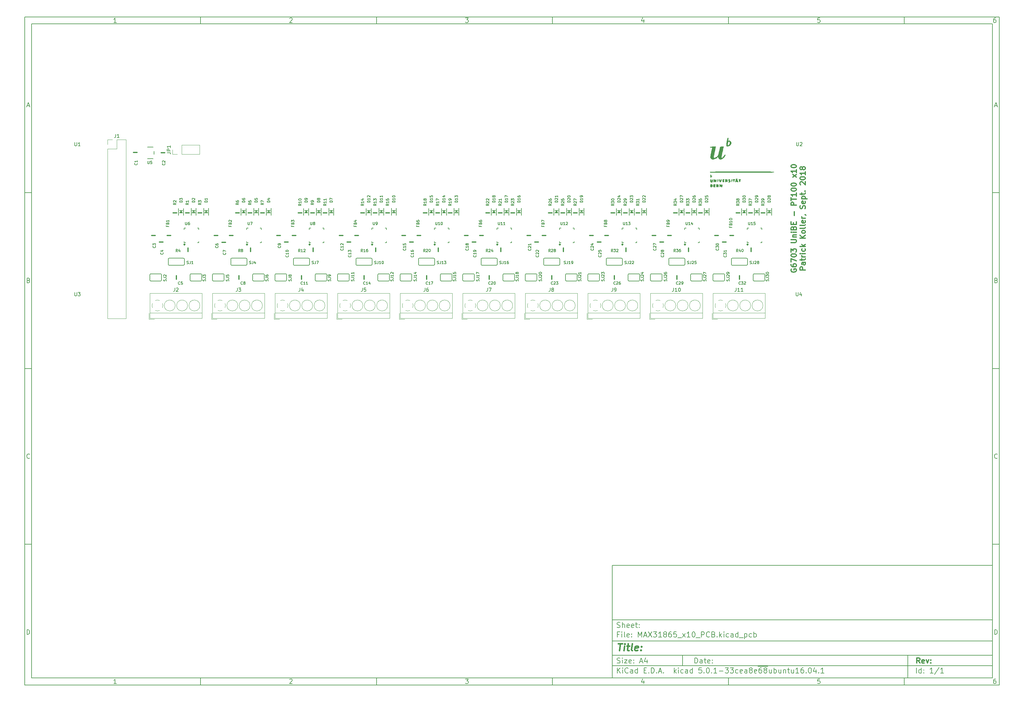
<source format=gbr>
G04 #@! TF.GenerationSoftware,KiCad,Pcbnew,5.0.1-33cea8e~68~ubuntu16.04.1*
G04 #@! TF.CreationDate,2018-10-23T13:55:12+02:00*
G04 #@! TF.ProjectId,MAX31865_x10_PCB,4D415833313836355F7831305F504342,rev?*
G04 #@! TF.SameCoordinates,Original*
G04 #@! TF.FileFunction,Legend,Top*
G04 #@! TF.FilePolarity,Positive*
%FSLAX46Y46*%
G04 Gerber Fmt 4.6, Leading zero omitted, Abs format (unit mm)*
G04 Created by KiCad (PCBNEW 5.0.1-33cea8e~68~ubuntu16.04.1) date Tue 23 Oct 2018 01:55:12 PM CEST*
%MOMM*%
%LPD*%
G01*
G04 APERTURE LIST*
%ADD10C,0.100000*%
%ADD11C,0.150000*%
%ADD12C,0.300000*%
%ADD13C,0.400000*%
%ADD14C,0.010000*%
%ADD15C,0.120000*%
%ADD16C,0.304800*%
%ADD17C,0.203200*%
%ADD18C,0.406400*%
%ADD19C,0.127000*%
%ADD20C,0.138988*%
G04 APERTURE END LIST*
D10*
D11*
X177002200Y-166007200D02*
X177002200Y-198007200D01*
X285002200Y-198007200D01*
X285002200Y-166007200D01*
X177002200Y-166007200D01*
D10*
D11*
X10000000Y-10000000D02*
X10000000Y-200007200D01*
X287002200Y-200007200D01*
X287002200Y-10000000D01*
X10000000Y-10000000D01*
D10*
D11*
X12000000Y-12000000D02*
X12000000Y-198007200D01*
X285002200Y-198007200D01*
X285002200Y-12000000D01*
X12000000Y-12000000D01*
D10*
D11*
X60000000Y-12000000D02*
X60000000Y-10000000D01*
D10*
D11*
X110000000Y-12000000D02*
X110000000Y-10000000D01*
D10*
D11*
X160000000Y-12000000D02*
X160000000Y-10000000D01*
D10*
D11*
X210000000Y-12000000D02*
X210000000Y-10000000D01*
D10*
D11*
X260000000Y-12000000D02*
X260000000Y-10000000D01*
D10*
D11*
X36065476Y-11588095D02*
X35322619Y-11588095D01*
X35694047Y-11588095D02*
X35694047Y-10288095D01*
X35570238Y-10473809D01*
X35446428Y-10597619D01*
X35322619Y-10659523D01*
D10*
D11*
X85322619Y-10411904D02*
X85384523Y-10350000D01*
X85508333Y-10288095D01*
X85817857Y-10288095D01*
X85941666Y-10350000D01*
X86003571Y-10411904D01*
X86065476Y-10535714D01*
X86065476Y-10659523D01*
X86003571Y-10845238D01*
X85260714Y-11588095D01*
X86065476Y-11588095D01*
D10*
D11*
X135260714Y-10288095D02*
X136065476Y-10288095D01*
X135632142Y-10783333D01*
X135817857Y-10783333D01*
X135941666Y-10845238D01*
X136003571Y-10907142D01*
X136065476Y-11030952D01*
X136065476Y-11340476D01*
X136003571Y-11464285D01*
X135941666Y-11526190D01*
X135817857Y-11588095D01*
X135446428Y-11588095D01*
X135322619Y-11526190D01*
X135260714Y-11464285D01*
D10*
D11*
X185941666Y-10721428D02*
X185941666Y-11588095D01*
X185632142Y-10226190D02*
X185322619Y-11154761D01*
X186127380Y-11154761D01*
D10*
D11*
X236003571Y-10288095D02*
X235384523Y-10288095D01*
X235322619Y-10907142D01*
X235384523Y-10845238D01*
X235508333Y-10783333D01*
X235817857Y-10783333D01*
X235941666Y-10845238D01*
X236003571Y-10907142D01*
X236065476Y-11030952D01*
X236065476Y-11340476D01*
X236003571Y-11464285D01*
X235941666Y-11526190D01*
X235817857Y-11588095D01*
X235508333Y-11588095D01*
X235384523Y-11526190D01*
X235322619Y-11464285D01*
D10*
D11*
X285941666Y-10288095D02*
X285694047Y-10288095D01*
X285570238Y-10350000D01*
X285508333Y-10411904D01*
X285384523Y-10597619D01*
X285322619Y-10845238D01*
X285322619Y-11340476D01*
X285384523Y-11464285D01*
X285446428Y-11526190D01*
X285570238Y-11588095D01*
X285817857Y-11588095D01*
X285941666Y-11526190D01*
X286003571Y-11464285D01*
X286065476Y-11340476D01*
X286065476Y-11030952D01*
X286003571Y-10907142D01*
X285941666Y-10845238D01*
X285817857Y-10783333D01*
X285570238Y-10783333D01*
X285446428Y-10845238D01*
X285384523Y-10907142D01*
X285322619Y-11030952D01*
D10*
D11*
X60000000Y-198007200D02*
X60000000Y-200007200D01*
D10*
D11*
X110000000Y-198007200D02*
X110000000Y-200007200D01*
D10*
D11*
X160000000Y-198007200D02*
X160000000Y-200007200D01*
D10*
D11*
X210000000Y-198007200D02*
X210000000Y-200007200D01*
D10*
D11*
X260000000Y-198007200D02*
X260000000Y-200007200D01*
D10*
D11*
X36065476Y-199595295D02*
X35322619Y-199595295D01*
X35694047Y-199595295D02*
X35694047Y-198295295D01*
X35570238Y-198481009D01*
X35446428Y-198604819D01*
X35322619Y-198666723D01*
D10*
D11*
X85322619Y-198419104D02*
X85384523Y-198357200D01*
X85508333Y-198295295D01*
X85817857Y-198295295D01*
X85941666Y-198357200D01*
X86003571Y-198419104D01*
X86065476Y-198542914D01*
X86065476Y-198666723D01*
X86003571Y-198852438D01*
X85260714Y-199595295D01*
X86065476Y-199595295D01*
D10*
D11*
X135260714Y-198295295D02*
X136065476Y-198295295D01*
X135632142Y-198790533D01*
X135817857Y-198790533D01*
X135941666Y-198852438D01*
X136003571Y-198914342D01*
X136065476Y-199038152D01*
X136065476Y-199347676D01*
X136003571Y-199471485D01*
X135941666Y-199533390D01*
X135817857Y-199595295D01*
X135446428Y-199595295D01*
X135322619Y-199533390D01*
X135260714Y-199471485D01*
D10*
D11*
X185941666Y-198728628D02*
X185941666Y-199595295D01*
X185632142Y-198233390D02*
X185322619Y-199161961D01*
X186127380Y-199161961D01*
D10*
D11*
X236003571Y-198295295D02*
X235384523Y-198295295D01*
X235322619Y-198914342D01*
X235384523Y-198852438D01*
X235508333Y-198790533D01*
X235817857Y-198790533D01*
X235941666Y-198852438D01*
X236003571Y-198914342D01*
X236065476Y-199038152D01*
X236065476Y-199347676D01*
X236003571Y-199471485D01*
X235941666Y-199533390D01*
X235817857Y-199595295D01*
X235508333Y-199595295D01*
X235384523Y-199533390D01*
X235322619Y-199471485D01*
D10*
D11*
X285941666Y-198295295D02*
X285694047Y-198295295D01*
X285570238Y-198357200D01*
X285508333Y-198419104D01*
X285384523Y-198604819D01*
X285322619Y-198852438D01*
X285322619Y-199347676D01*
X285384523Y-199471485D01*
X285446428Y-199533390D01*
X285570238Y-199595295D01*
X285817857Y-199595295D01*
X285941666Y-199533390D01*
X286003571Y-199471485D01*
X286065476Y-199347676D01*
X286065476Y-199038152D01*
X286003571Y-198914342D01*
X285941666Y-198852438D01*
X285817857Y-198790533D01*
X285570238Y-198790533D01*
X285446428Y-198852438D01*
X285384523Y-198914342D01*
X285322619Y-199038152D01*
D10*
D11*
X10000000Y-60000000D02*
X12000000Y-60000000D01*
D10*
D11*
X10000000Y-110000000D02*
X12000000Y-110000000D01*
D10*
D11*
X10000000Y-160000000D02*
X12000000Y-160000000D01*
D10*
D11*
X10690476Y-35216666D02*
X11309523Y-35216666D01*
X10566666Y-35588095D02*
X11000000Y-34288095D01*
X11433333Y-35588095D01*
D10*
D11*
X11092857Y-84907142D02*
X11278571Y-84969047D01*
X11340476Y-85030952D01*
X11402380Y-85154761D01*
X11402380Y-85340476D01*
X11340476Y-85464285D01*
X11278571Y-85526190D01*
X11154761Y-85588095D01*
X10659523Y-85588095D01*
X10659523Y-84288095D01*
X11092857Y-84288095D01*
X11216666Y-84350000D01*
X11278571Y-84411904D01*
X11340476Y-84535714D01*
X11340476Y-84659523D01*
X11278571Y-84783333D01*
X11216666Y-84845238D01*
X11092857Y-84907142D01*
X10659523Y-84907142D01*
D10*
D11*
X11402380Y-135464285D02*
X11340476Y-135526190D01*
X11154761Y-135588095D01*
X11030952Y-135588095D01*
X10845238Y-135526190D01*
X10721428Y-135402380D01*
X10659523Y-135278571D01*
X10597619Y-135030952D01*
X10597619Y-134845238D01*
X10659523Y-134597619D01*
X10721428Y-134473809D01*
X10845238Y-134350000D01*
X11030952Y-134288095D01*
X11154761Y-134288095D01*
X11340476Y-134350000D01*
X11402380Y-134411904D01*
D10*
D11*
X10659523Y-185588095D02*
X10659523Y-184288095D01*
X10969047Y-184288095D01*
X11154761Y-184350000D01*
X11278571Y-184473809D01*
X11340476Y-184597619D01*
X11402380Y-184845238D01*
X11402380Y-185030952D01*
X11340476Y-185278571D01*
X11278571Y-185402380D01*
X11154761Y-185526190D01*
X10969047Y-185588095D01*
X10659523Y-185588095D01*
D10*
D11*
X287002200Y-60000000D02*
X285002200Y-60000000D01*
D10*
D11*
X287002200Y-110000000D02*
X285002200Y-110000000D01*
D10*
D11*
X287002200Y-160000000D02*
X285002200Y-160000000D01*
D10*
D11*
X285692676Y-35216666D02*
X286311723Y-35216666D01*
X285568866Y-35588095D02*
X286002200Y-34288095D01*
X286435533Y-35588095D01*
D10*
D11*
X286095057Y-84907142D02*
X286280771Y-84969047D01*
X286342676Y-85030952D01*
X286404580Y-85154761D01*
X286404580Y-85340476D01*
X286342676Y-85464285D01*
X286280771Y-85526190D01*
X286156961Y-85588095D01*
X285661723Y-85588095D01*
X285661723Y-84288095D01*
X286095057Y-84288095D01*
X286218866Y-84350000D01*
X286280771Y-84411904D01*
X286342676Y-84535714D01*
X286342676Y-84659523D01*
X286280771Y-84783333D01*
X286218866Y-84845238D01*
X286095057Y-84907142D01*
X285661723Y-84907142D01*
D10*
D11*
X286404580Y-135464285D02*
X286342676Y-135526190D01*
X286156961Y-135588095D01*
X286033152Y-135588095D01*
X285847438Y-135526190D01*
X285723628Y-135402380D01*
X285661723Y-135278571D01*
X285599819Y-135030952D01*
X285599819Y-134845238D01*
X285661723Y-134597619D01*
X285723628Y-134473809D01*
X285847438Y-134350000D01*
X286033152Y-134288095D01*
X286156961Y-134288095D01*
X286342676Y-134350000D01*
X286404580Y-134411904D01*
D10*
D11*
X285661723Y-185588095D02*
X285661723Y-184288095D01*
X285971247Y-184288095D01*
X286156961Y-184350000D01*
X286280771Y-184473809D01*
X286342676Y-184597619D01*
X286404580Y-184845238D01*
X286404580Y-185030952D01*
X286342676Y-185278571D01*
X286280771Y-185402380D01*
X286156961Y-185526190D01*
X285971247Y-185588095D01*
X285661723Y-185588095D01*
D10*
D11*
X200434342Y-193785771D02*
X200434342Y-192285771D01*
X200791485Y-192285771D01*
X201005771Y-192357200D01*
X201148628Y-192500057D01*
X201220057Y-192642914D01*
X201291485Y-192928628D01*
X201291485Y-193142914D01*
X201220057Y-193428628D01*
X201148628Y-193571485D01*
X201005771Y-193714342D01*
X200791485Y-193785771D01*
X200434342Y-193785771D01*
X202577200Y-193785771D02*
X202577200Y-193000057D01*
X202505771Y-192857200D01*
X202362914Y-192785771D01*
X202077200Y-192785771D01*
X201934342Y-192857200D01*
X202577200Y-193714342D02*
X202434342Y-193785771D01*
X202077200Y-193785771D01*
X201934342Y-193714342D01*
X201862914Y-193571485D01*
X201862914Y-193428628D01*
X201934342Y-193285771D01*
X202077200Y-193214342D01*
X202434342Y-193214342D01*
X202577200Y-193142914D01*
X203077200Y-192785771D02*
X203648628Y-192785771D01*
X203291485Y-192285771D02*
X203291485Y-193571485D01*
X203362914Y-193714342D01*
X203505771Y-193785771D01*
X203648628Y-193785771D01*
X204720057Y-193714342D02*
X204577200Y-193785771D01*
X204291485Y-193785771D01*
X204148628Y-193714342D01*
X204077200Y-193571485D01*
X204077200Y-193000057D01*
X204148628Y-192857200D01*
X204291485Y-192785771D01*
X204577200Y-192785771D01*
X204720057Y-192857200D01*
X204791485Y-193000057D01*
X204791485Y-193142914D01*
X204077200Y-193285771D01*
X205434342Y-193642914D02*
X205505771Y-193714342D01*
X205434342Y-193785771D01*
X205362914Y-193714342D01*
X205434342Y-193642914D01*
X205434342Y-193785771D01*
X205434342Y-192857200D02*
X205505771Y-192928628D01*
X205434342Y-193000057D01*
X205362914Y-192928628D01*
X205434342Y-192857200D01*
X205434342Y-193000057D01*
D10*
D11*
X177002200Y-194507200D02*
X285002200Y-194507200D01*
D10*
D11*
X178434342Y-196585771D02*
X178434342Y-195085771D01*
X179291485Y-196585771D02*
X178648628Y-195728628D01*
X179291485Y-195085771D02*
X178434342Y-195942914D01*
X179934342Y-196585771D02*
X179934342Y-195585771D01*
X179934342Y-195085771D02*
X179862914Y-195157200D01*
X179934342Y-195228628D01*
X180005771Y-195157200D01*
X179934342Y-195085771D01*
X179934342Y-195228628D01*
X181505771Y-196442914D02*
X181434342Y-196514342D01*
X181220057Y-196585771D01*
X181077200Y-196585771D01*
X180862914Y-196514342D01*
X180720057Y-196371485D01*
X180648628Y-196228628D01*
X180577200Y-195942914D01*
X180577200Y-195728628D01*
X180648628Y-195442914D01*
X180720057Y-195300057D01*
X180862914Y-195157200D01*
X181077200Y-195085771D01*
X181220057Y-195085771D01*
X181434342Y-195157200D01*
X181505771Y-195228628D01*
X182791485Y-196585771D02*
X182791485Y-195800057D01*
X182720057Y-195657200D01*
X182577200Y-195585771D01*
X182291485Y-195585771D01*
X182148628Y-195657200D01*
X182791485Y-196514342D02*
X182648628Y-196585771D01*
X182291485Y-196585771D01*
X182148628Y-196514342D01*
X182077200Y-196371485D01*
X182077200Y-196228628D01*
X182148628Y-196085771D01*
X182291485Y-196014342D01*
X182648628Y-196014342D01*
X182791485Y-195942914D01*
X184148628Y-196585771D02*
X184148628Y-195085771D01*
X184148628Y-196514342D02*
X184005771Y-196585771D01*
X183720057Y-196585771D01*
X183577200Y-196514342D01*
X183505771Y-196442914D01*
X183434342Y-196300057D01*
X183434342Y-195871485D01*
X183505771Y-195728628D01*
X183577200Y-195657200D01*
X183720057Y-195585771D01*
X184005771Y-195585771D01*
X184148628Y-195657200D01*
X186005771Y-195800057D02*
X186505771Y-195800057D01*
X186720057Y-196585771D02*
X186005771Y-196585771D01*
X186005771Y-195085771D01*
X186720057Y-195085771D01*
X187362914Y-196442914D02*
X187434342Y-196514342D01*
X187362914Y-196585771D01*
X187291485Y-196514342D01*
X187362914Y-196442914D01*
X187362914Y-196585771D01*
X188077200Y-196585771D02*
X188077200Y-195085771D01*
X188434342Y-195085771D01*
X188648628Y-195157200D01*
X188791485Y-195300057D01*
X188862914Y-195442914D01*
X188934342Y-195728628D01*
X188934342Y-195942914D01*
X188862914Y-196228628D01*
X188791485Y-196371485D01*
X188648628Y-196514342D01*
X188434342Y-196585771D01*
X188077200Y-196585771D01*
X189577200Y-196442914D02*
X189648628Y-196514342D01*
X189577200Y-196585771D01*
X189505771Y-196514342D01*
X189577200Y-196442914D01*
X189577200Y-196585771D01*
X190220057Y-196157200D02*
X190934342Y-196157200D01*
X190077200Y-196585771D02*
X190577200Y-195085771D01*
X191077200Y-196585771D01*
X191577200Y-196442914D02*
X191648628Y-196514342D01*
X191577200Y-196585771D01*
X191505771Y-196514342D01*
X191577200Y-196442914D01*
X191577200Y-196585771D01*
X194577200Y-196585771D02*
X194577200Y-195085771D01*
X194720057Y-196014342D02*
X195148628Y-196585771D01*
X195148628Y-195585771D02*
X194577200Y-196157200D01*
X195791485Y-196585771D02*
X195791485Y-195585771D01*
X195791485Y-195085771D02*
X195720057Y-195157200D01*
X195791485Y-195228628D01*
X195862914Y-195157200D01*
X195791485Y-195085771D01*
X195791485Y-195228628D01*
X197148628Y-196514342D02*
X197005771Y-196585771D01*
X196720057Y-196585771D01*
X196577200Y-196514342D01*
X196505771Y-196442914D01*
X196434342Y-196300057D01*
X196434342Y-195871485D01*
X196505771Y-195728628D01*
X196577200Y-195657200D01*
X196720057Y-195585771D01*
X197005771Y-195585771D01*
X197148628Y-195657200D01*
X198434342Y-196585771D02*
X198434342Y-195800057D01*
X198362914Y-195657200D01*
X198220057Y-195585771D01*
X197934342Y-195585771D01*
X197791485Y-195657200D01*
X198434342Y-196514342D02*
X198291485Y-196585771D01*
X197934342Y-196585771D01*
X197791485Y-196514342D01*
X197720057Y-196371485D01*
X197720057Y-196228628D01*
X197791485Y-196085771D01*
X197934342Y-196014342D01*
X198291485Y-196014342D01*
X198434342Y-195942914D01*
X199791485Y-196585771D02*
X199791485Y-195085771D01*
X199791485Y-196514342D02*
X199648628Y-196585771D01*
X199362914Y-196585771D01*
X199220057Y-196514342D01*
X199148628Y-196442914D01*
X199077200Y-196300057D01*
X199077200Y-195871485D01*
X199148628Y-195728628D01*
X199220057Y-195657200D01*
X199362914Y-195585771D01*
X199648628Y-195585771D01*
X199791485Y-195657200D01*
X202362914Y-195085771D02*
X201648628Y-195085771D01*
X201577200Y-195800057D01*
X201648628Y-195728628D01*
X201791485Y-195657200D01*
X202148628Y-195657200D01*
X202291485Y-195728628D01*
X202362914Y-195800057D01*
X202434342Y-195942914D01*
X202434342Y-196300057D01*
X202362914Y-196442914D01*
X202291485Y-196514342D01*
X202148628Y-196585771D01*
X201791485Y-196585771D01*
X201648628Y-196514342D01*
X201577200Y-196442914D01*
X203077200Y-196442914D02*
X203148628Y-196514342D01*
X203077200Y-196585771D01*
X203005771Y-196514342D01*
X203077200Y-196442914D01*
X203077200Y-196585771D01*
X204077200Y-195085771D02*
X204220057Y-195085771D01*
X204362914Y-195157200D01*
X204434342Y-195228628D01*
X204505771Y-195371485D01*
X204577200Y-195657200D01*
X204577200Y-196014342D01*
X204505771Y-196300057D01*
X204434342Y-196442914D01*
X204362914Y-196514342D01*
X204220057Y-196585771D01*
X204077200Y-196585771D01*
X203934342Y-196514342D01*
X203862914Y-196442914D01*
X203791485Y-196300057D01*
X203720057Y-196014342D01*
X203720057Y-195657200D01*
X203791485Y-195371485D01*
X203862914Y-195228628D01*
X203934342Y-195157200D01*
X204077200Y-195085771D01*
X205220057Y-196442914D02*
X205291485Y-196514342D01*
X205220057Y-196585771D01*
X205148628Y-196514342D01*
X205220057Y-196442914D01*
X205220057Y-196585771D01*
X206720057Y-196585771D02*
X205862914Y-196585771D01*
X206291485Y-196585771D02*
X206291485Y-195085771D01*
X206148628Y-195300057D01*
X206005771Y-195442914D01*
X205862914Y-195514342D01*
X207362914Y-196014342D02*
X208505771Y-196014342D01*
X209077200Y-195085771D02*
X210005771Y-195085771D01*
X209505771Y-195657200D01*
X209720057Y-195657200D01*
X209862914Y-195728628D01*
X209934342Y-195800057D01*
X210005771Y-195942914D01*
X210005771Y-196300057D01*
X209934342Y-196442914D01*
X209862914Y-196514342D01*
X209720057Y-196585771D01*
X209291485Y-196585771D01*
X209148628Y-196514342D01*
X209077200Y-196442914D01*
X210505771Y-195085771D02*
X211434342Y-195085771D01*
X210934342Y-195657200D01*
X211148628Y-195657200D01*
X211291485Y-195728628D01*
X211362914Y-195800057D01*
X211434342Y-195942914D01*
X211434342Y-196300057D01*
X211362914Y-196442914D01*
X211291485Y-196514342D01*
X211148628Y-196585771D01*
X210720057Y-196585771D01*
X210577200Y-196514342D01*
X210505771Y-196442914D01*
X212720057Y-196514342D02*
X212577200Y-196585771D01*
X212291485Y-196585771D01*
X212148628Y-196514342D01*
X212077200Y-196442914D01*
X212005771Y-196300057D01*
X212005771Y-195871485D01*
X212077200Y-195728628D01*
X212148628Y-195657200D01*
X212291485Y-195585771D01*
X212577200Y-195585771D01*
X212720057Y-195657200D01*
X213934342Y-196514342D02*
X213791485Y-196585771D01*
X213505771Y-196585771D01*
X213362914Y-196514342D01*
X213291485Y-196371485D01*
X213291485Y-195800057D01*
X213362914Y-195657200D01*
X213505771Y-195585771D01*
X213791485Y-195585771D01*
X213934342Y-195657200D01*
X214005771Y-195800057D01*
X214005771Y-195942914D01*
X213291485Y-196085771D01*
X215291485Y-196585771D02*
X215291485Y-195800057D01*
X215220057Y-195657200D01*
X215077200Y-195585771D01*
X214791485Y-195585771D01*
X214648628Y-195657200D01*
X215291485Y-196514342D02*
X215148628Y-196585771D01*
X214791485Y-196585771D01*
X214648628Y-196514342D01*
X214577200Y-196371485D01*
X214577200Y-196228628D01*
X214648628Y-196085771D01*
X214791485Y-196014342D01*
X215148628Y-196014342D01*
X215291485Y-195942914D01*
X216220057Y-195728628D02*
X216077200Y-195657200D01*
X216005771Y-195585771D01*
X215934342Y-195442914D01*
X215934342Y-195371485D01*
X216005771Y-195228628D01*
X216077200Y-195157200D01*
X216220057Y-195085771D01*
X216505771Y-195085771D01*
X216648628Y-195157200D01*
X216720057Y-195228628D01*
X216791485Y-195371485D01*
X216791485Y-195442914D01*
X216720057Y-195585771D01*
X216648628Y-195657200D01*
X216505771Y-195728628D01*
X216220057Y-195728628D01*
X216077200Y-195800057D01*
X216005771Y-195871485D01*
X215934342Y-196014342D01*
X215934342Y-196300057D01*
X216005771Y-196442914D01*
X216077200Y-196514342D01*
X216220057Y-196585771D01*
X216505771Y-196585771D01*
X216648628Y-196514342D01*
X216720057Y-196442914D01*
X216791485Y-196300057D01*
X216791485Y-196014342D01*
X216720057Y-195871485D01*
X216648628Y-195800057D01*
X216505771Y-195728628D01*
X218005771Y-196514342D02*
X217862914Y-196585771D01*
X217577200Y-196585771D01*
X217434342Y-196514342D01*
X217362914Y-196371485D01*
X217362914Y-195800057D01*
X217434342Y-195657200D01*
X217577200Y-195585771D01*
X217862914Y-195585771D01*
X218005771Y-195657200D01*
X218077200Y-195800057D01*
X218077200Y-195942914D01*
X217362914Y-196085771D01*
X218362914Y-194677200D02*
X219791485Y-194677200D01*
X219362914Y-195085771D02*
X219077200Y-195085771D01*
X218934342Y-195157200D01*
X218862914Y-195228628D01*
X218720057Y-195442914D01*
X218648628Y-195728628D01*
X218648628Y-196300057D01*
X218720057Y-196442914D01*
X218791485Y-196514342D01*
X218934342Y-196585771D01*
X219220057Y-196585771D01*
X219362914Y-196514342D01*
X219434342Y-196442914D01*
X219505771Y-196300057D01*
X219505771Y-195942914D01*
X219434342Y-195800057D01*
X219362914Y-195728628D01*
X219220057Y-195657200D01*
X218934342Y-195657200D01*
X218791485Y-195728628D01*
X218720057Y-195800057D01*
X218648628Y-195942914D01*
X219791485Y-194677200D02*
X221220057Y-194677200D01*
X220362914Y-195728628D02*
X220220057Y-195657200D01*
X220148628Y-195585771D01*
X220077200Y-195442914D01*
X220077200Y-195371485D01*
X220148628Y-195228628D01*
X220220057Y-195157200D01*
X220362914Y-195085771D01*
X220648628Y-195085771D01*
X220791485Y-195157200D01*
X220862914Y-195228628D01*
X220934342Y-195371485D01*
X220934342Y-195442914D01*
X220862914Y-195585771D01*
X220791485Y-195657200D01*
X220648628Y-195728628D01*
X220362914Y-195728628D01*
X220220057Y-195800057D01*
X220148628Y-195871485D01*
X220077200Y-196014342D01*
X220077200Y-196300057D01*
X220148628Y-196442914D01*
X220220057Y-196514342D01*
X220362914Y-196585771D01*
X220648628Y-196585771D01*
X220791485Y-196514342D01*
X220862914Y-196442914D01*
X220934342Y-196300057D01*
X220934342Y-196014342D01*
X220862914Y-195871485D01*
X220791485Y-195800057D01*
X220648628Y-195728628D01*
X222220057Y-195585771D02*
X222220057Y-196585771D01*
X221577200Y-195585771D02*
X221577200Y-196371485D01*
X221648628Y-196514342D01*
X221791485Y-196585771D01*
X222005771Y-196585771D01*
X222148628Y-196514342D01*
X222220057Y-196442914D01*
X222934342Y-196585771D02*
X222934342Y-195085771D01*
X222934342Y-195657200D02*
X223077200Y-195585771D01*
X223362914Y-195585771D01*
X223505771Y-195657200D01*
X223577200Y-195728628D01*
X223648628Y-195871485D01*
X223648628Y-196300057D01*
X223577200Y-196442914D01*
X223505771Y-196514342D01*
X223362914Y-196585771D01*
X223077200Y-196585771D01*
X222934342Y-196514342D01*
X224934342Y-195585771D02*
X224934342Y-196585771D01*
X224291485Y-195585771D02*
X224291485Y-196371485D01*
X224362914Y-196514342D01*
X224505771Y-196585771D01*
X224720057Y-196585771D01*
X224862914Y-196514342D01*
X224934342Y-196442914D01*
X225648628Y-195585771D02*
X225648628Y-196585771D01*
X225648628Y-195728628D02*
X225720057Y-195657200D01*
X225862914Y-195585771D01*
X226077200Y-195585771D01*
X226220057Y-195657200D01*
X226291485Y-195800057D01*
X226291485Y-196585771D01*
X226791485Y-195585771D02*
X227362914Y-195585771D01*
X227005771Y-195085771D02*
X227005771Y-196371485D01*
X227077200Y-196514342D01*
X227220057Y-196585771D01*
X227362914Y-196585771D01*
X228505771Y-195585771D02*
X228505771Y-196585771D01*
X227862914Y-195585771D02*
X227862914Y-196371485D01*
X227934342Y-196514342D01*
X228077200Y-196585771D01*
X228291485Y-196585771D01*
X228434342Y-196514342D01*
X228505771Y-196442914D01*
X230005771Y-196585771D02*
X229148628Y-196585771D01*
X229577200Y-196585771D02*
X229577200Y-195085771D01*
X229434342Y-195300057D01*
X229291485Y-195442914D01*
X229148628Y-195514342D01*
X231291485Y-195085771D02*
X231005771Y-195085771D01*
X230862914Y-195157200D01*
X230791485Y-195228628D01*
X230648628Y-195442914D01*
X230577200Y-195728628D01*
X230577200Y-196300057D01*
X230648628Y-196442914D01*
X230720057Y-196514342D01*
X230862914Y-196585771D01*
X231148628Y-196585771D01*
X231291485Y-196514342D01*
X231362914Y-196442914D01*
X231434342Y-196300057D01*
X231434342Y-195942914D01*
X231362914Y-195800057D01*
X231291485Y-195728628D01*
X231148628Y-195657200D01*
X230862914Y-195657200D01*
X230720057Y-195728628D01*
X230648628Y-195800057D01*
X230577200Y-195942914D01*
X232077200Y-196442914D02*
X232148628Y-196514342D01*
X232077200Y-196585771D01*
X232005771Y-196514342D01*
X232077200Y-196442914D01*
X232077200Y-196585771D01*
X233077200Y-195085771D02*
X233220057Y-195085771D01*
X233362914Y-195157200D01*
X233434342Y-195228628D01*
X233505771Y-195371485D01*
X233577200Y-195657200D01*
X233577200Y-196014342D01*
X233505771Y-196300057D01*
X233434342Y-196442914D01*
X233362914Y-196514342D01*
X233220057Y-196585771D01*
X233077200Y-196585771D01*
X232934342Y-196514342D01*
X232862914Y-196442914D01*
X232791485Y-196300057D01*
X232720057Y-196014342D01*
X232720057Y-195657200D01*
X232791485Y-195371485D01*
X232862914Y-195228628D01*
X232934342Y-195157200D01*
X233077200Y-195085771D01*
X234862914Y-195585771D02*
X234862914Y-196585771D01*
X234505771Y-195014342D02*
X234148628Y-196085771D01*
X235077200Y-196085771D01*
X235648628Y-196442914D02*
X235720057Y-196514342D01*
X235648628Y-196585771D01*
X235577199Y-196514342D01*
X235648628Y-196442914D01*
X235648628Y-196585771D01*
X237148628Y-196585771D02*
X236291485Y-196585771D01*
X236720057Y-196585771D02*
X236720057Y-195085771D01*
X236577200Y-195300057D01*
X236434342Y-195442914D01*
X236291485Y-195514342D01*
D10*
D11*
X177002200Y-191507200D02*
X285002200Y-191507200D01*
D10*
D12*
X264411485Y-193785771D02*
X263911485Y-193071485D01*
X263554342Y-193785771D02*
X263554342Y-192285771D01*
X264125771Y-192285771D01*
X264268628Y-192357200D01*
X264340057Y-192428628D01*
X264411485Y-192571485D01*
X264411485Y-192785771D01*
X264340057Y-192928628D01*
X264268628Y-193000057D01*
X264125771Y-193071485D01*
X263554342Y-193071485D01*
X265625771Y-193714342D02*
X265482914Y-193785771D01*
X265197200Y-193785771D01*
X265054342Y-193714342D01*
X264982914Y-193571485D01*
X264982914Y-193000057D01*
X265054342Y-192857200D01*
X265197200Y-192785771D01*
X265482914Y-192785771D01*
X265625771Y-192857200D01*
X265697200Y-193000057D01*
X265697200Y-193142914D01*
X264982914Y-193285771D01*
X266197200Y-192785771D02*
X266554342Y-193785771D01*
X266911485Y-192785771D01*
X267482914Y-193642914D02*
X267554342Y-193714342D01*
X267482914Y-193785771D01*
X267411485Y-193714342D01*
X267482914Y-193642914D01*
X267482914Y-193785771D01*
X267482914Y-192857200D02*
X267554342Y-192928628D01*
X267482914Y-193000057D01*
X267411485Y-192928628D01*
X267482914Y-192857200D01*
X267482914Y-193000057D01*
D10*
D11*
X178362914Y-193714342D02*
X178577200Y-193785771D01*
X178934342Y-193785771D01*
X179077200Y-193714342D01*
X179148628Y-193642914D01*
X179220057Y-193500057D01*
X179220057Y-193357200D01*
X179148628Y-193214342D01*
X179077200Y-193142914D01*
X178934342Y-193071485D01*
X178648628Y-193000057D01*
X178505771Y-192928628D01*
X178434342Y-192857200D01*
X178362914Y-192714342D01*
X178362914Y-192571485D01*
X178434342Y-192428628D01*
X178505771Y-192357200D01*
X178648628Y-192285771D01*
X179005771Y-192285771D01*
X179220057Y-192357200D01*
X179862914Y-193785771D02*
X179862914Y-192785771D01*
X179862914Y-192285771D02*
X179791485Y-192357200D01*
X179862914Y-192428628D01*
X179934342Y-192357200D01*
X179862914Y-192285771D01*
X179862914Y-192428628D01*
X180434342Y-192785771D02*
X181220057Y-192785771D01*
X180434342Y-193785771D01*
X181220057Y-193785771D01*
X182362914Y-193714342D02*
X182220057Y-193785771D01*
X181934342Y-193785771D01*
X181791485Y-193714342D01*
X181720057Y-193571485D01*
X181720057Y-193000057D01*
X181791485Y-192857200D01*
X181934342Y-192785771D01*
X182220057Y-192785771D01*
X182362914Y-192857200D01*
X182434342Y-193000057D01*
X182434342Y-193142914D01*
X181720057Y-193285771D01*
X183077200Y-193642914D02*
X183148628Y-193714342D01*
X183077200Y-193785771D01*
X183005771Y-193714342D01*
X183077200Y-193642914D01*
X183077200Y-193785771D01*
X183077200Y-192857200D02*
X183148628Y-192928628D01*
X183077200Y-193000057D01*
X183005771Y-192928628D01*
X183077200Y-192857200D01*
X183077200Y-193000057D01*
X184862914Y-193357200D02*
X185577200Y-193357200D01*
X184720057Y-193785771D02*
X185220057Y-192285771D01*
X185720057Y-193785771D01*
X186862914Y-192785771D02*
X186862914Y-193785771D01*
X186505771Y-192214342D02*
X186148628Y-193285771D01*
X187077200Y-193285771D01*
D10*
D11*
X263434342Y-196585771D02*
X263434342Y-195085771D01*
X264791485Y-196585771D02*
X264791485Y-195085771D01*
X264791485Y-196514342D02*
X264648628Y-196585771D01*
X264362914Y-196585771D01*
X264220057Y-196514342D01*
X264148628Y-196442914D01*
X264077200Y-196300057D01*
X264077200Y-195871485D01*
X264148628Y-195728628D01*
X264220057Y-195657200D01*
X264362914Y-195585771D01*
X264648628Y-195585771D01*
X264791485Y-195657200D01*
X265505771Y-196442914D02*
X265577200Y-196514342D01*
X265505771Y-196585771D01*
X265434342Y-196514342D01*
X265505771Y-196442914D01*
X265505771Y-196585771D01*
X265505771Y-195657200D02*
X265577200Y-195728628D01*
X265505771Y-195800057D01*
X265434342Y-195728628D01*
X265505771Y-195657200D01*
X265505771Y-195800057D01*
X268148628Y-196585771D02*
X267291485Y-196585771D01*
X267720057Y-196585771D02*
X267720057Y-195085771D01*
X267577200Y-195300057D01*
X267434342Y-195442914D01*
X267291485Y-195514342D01*
X269862914Y-195014342D02*
X268577200Y-196942914D01*
X271148628Y-196585771D02*
X270291485Y-196585771D01*
X270720057Y-196585771D02*
X270720057Y-195085771D01*
X270577200Y-195300057D01*
X270434342Y-195442914D01*
X270291485Y-195514342D01*
D10*
D11*
X177002200Y-187507200D02*
X285002200Y-187507200D01*
D10*
D13*
X178714580Y-188211961D02*
X179857438Y-188211961D01*
X179036009Y-190211961D02*
X179286009Y-188211961D01*
X180274104Y-190211961D02*
X180440771Y-188878628D01*
X180524104Y-188211961D02*
X180416961Y-188307200D01*
X180500295Y-188402438D01*
X180607438Y-188307200D01*
X180524104Y-188211961D01*
X180500295Y-188402438D01*
X181107438Y-188878628D02*
X181869342Y-188878628D01*
X181476485Y-188211961D02*
X181262200Y-189926247D01*
X181333628Y-190116723D01*
X181512200Y-190211961D01*
X181702676Y-190211961D01*
X182655057Y-190211961D02*
X182476485Y-190116723D01*
X182405057Y-189926247D01*
X182619342Y-188211961D01*
X184190771Y-190116723D02*
X183988390Y-190211961D01*
X183607438Y-190211961D01*
X183428866Y-190116723D01*
X183357438Y-189926247D01*
X183452676Y-189164342D01*
X183571723Y-188973866D01*
X183774104Y-188878628D01*
X184155057Y-188878628D01*
X184333628Y-188973866D01*
X184405057Y-189164342D01*
X184381247Y-189354819D01*
X183405057Y-189545295D01*
X185155057Y-190021485D02*
X185238390Y-190116723D01*
X185131247Y-190211961D01*
X185047914Y-190116723D01*
X185155057Y-190021485D01*
X185131247Y-190211961D01*
X185286009Y-188973866D02*
X185369342Y-189069104D01*
X185262200Y-189164342D01*
X185178866Y-189069104D01*
X185286009Y-188973866D01*
X185262200Y-189164342D01*
D10*
D11*
X178934342Y-185600057D02*
X178434342Y-185600057D01*
X178434342Y-186385771D02*
X178434342Y-184885771D01*
X179148628Y-184885771D01*
X179720057Y-186385771D02*
X179720057Y-185385771D01*
X179720057Y-184885771D02*
X179648628Y-184957200D01*
X179720057Y-185028628D01*
X179791485Y-184957200D01*
X179720057Y-184885771D01*
X179720057Y-185028628D01*
X180648628Y-186385771D02*
X180505771Y-186314342D01*
X180434342Y-186171485D01*
X180434342Y-184885771D01*
X181791485Y-186314342D02*
X181648628Y-186385771D01*
X181362914Y-186385771D01*
X181220057Y-186314342D01*
X181148628Y-186171485D01*
X181148628Y-185600057D01*
X181220057Y-185457200D01*
X181362914Y-185385771D01*
X181648628Y-185385771D01*
X181791485Y-185457200D01*
X181862914Y-185600057D01*
X181862914Y-185742914D01*
X181148628Y-185885771D01*
X182505771Y-186242914D02*
X182577200Y-186314342D01*
X182505771Y-186385771D01*
X182434342Y-186314342D01*
X182505771Y-186242914D01*
X182505771Y-186385771D01*
X182505771Y-185457200D02*
X182577200Y-185528628D01*
X182505771Y-185600057D01*
X182434342Y-185528628D01*
X182505771Y-185457200D01*
X182505771Y-185600057D01*
X184362914Y-186385771D02*
X184362914Y-184885771D01*
X184862914Y-185957200D01*
X185362914Y-184885771D01*
X185362914Y-186385771D01*
X186005771Y-185957200D02*
X186720057Y-185957200D01*
X185862914Y-186385771D02*
X186362914Y-184885771D01*
X186862914Y-186385771D01*
X187220057Y-184885771D02*
X188220057Y-186385771D01*
X188220057Y-184885771D02*
X187220057Y-186385771D01*
X188648628Y-184885771D02*
X189577200Y-184885771D01*
X189077200Y-185457200D01*
X189291485Y-185457200D01*
X189434342Y-185528628D01*
X189505771Y-185600057D01*
X189577200Y-185742914D01*
X189577200Y-186100057D01*
X189505771Y-186242914D01*
X189434342Y-186314342D01*
X189291485Y-186385771D01*
X188862914Y-186385771D01*
X188720057Y-186314342D01*
X188648628Y-186242914D01*
X191005771Y-186385771D02*
X190148628Y-186385771D01*
X190577200Y-186385771D02*
X190577200Y-184885771D01*
X190434342Y-185100057D01*
X190291485Y-185242914D01*
X190148628Y-185314342D01*
X191862914Y-185528628D02*
X191720057Y-185457200D01*
X191648628Y-185385771D01*
X191577200Y-185242914D01*
X191577200Y-185171485D01*
X191648628Y-185028628D01*
X191720057Y-184957200D01*
X191862914Y-184885771D01*
X192148628Y-184885771D01*
X192291485Y-184957200D01*
X192362914Y-185028628D01*
X192434342Y-185171485D01*
X192434342Y-185242914D01*
X192362914Y-185385771D01*
X192291485Y-185457200D01*
X192148628Y-185528628D01*
X191862914Y-185528628D01*
X191720057Y-185600057D01*
X191648628Y-185671485D01*
X191577200Y-185814342D01*
X191577200Y-186100057D01*
X191648628Y-186242914D01*
X191720057Y-186314342D01*
X191862914Y-186385771D01*
X192148628Y-186385771D01*
X192291485Y-186314342D01*
X192362914Y-186242914D01*
X192434342Y-186100057D01*
X192434342Y-185814342D01*
X192362914Y-185671485D01*
X192291485Y-185600057D01*
X192148628Y-185528628D01*
X193720057Y-184885771D02*
X193434342Y-184885771D01*
X193291485Y-184957200D01*
X193220057Y-185028628D01*
X193077200Y-185242914D01*
X193005771Y-185528628D01*
X193005771Y-186100057D01*
X193077200Y-186242914D01*
X193148628Y-186314342D01*
X193291485Y-186385771D01*
X193577200Y-186385771D01*
X193720057Y-186314342D01*
X193791485Y-186242914D01*
X193862914Y-186100057D01*
X193862914Y-185742914D01*
X193791485Y-185600057D01*
X193720057Y-185528628D01*
X193577200Y-185457200D01*
X193291485Y-185457200D01*
X193148628Y-185528628D01*
X193077200Y-185600057D01*
X193005771Y-185742914D01*
X195220057Y-184885771D02*
X194505771Y-184885771D01*
X194434342Y-185600057D01*
X194505771Y-185528628D01*
X194648628Y-185457200D01*
X195005771Y-185457200D01*
X195148628Y-185528628D01*
X195220057Y-185600057D01*
X195291485Y-185742914D01*
X195291485Y-186100057D01*
X195220057Y-186242914D01*
X195148628Y-186314342D01*
X195005771Y-186385771D01*
X194648628Y-186385771D01*
X194505771Y-186314342D01*
X194434342Y-186242914D01*
X195577200Y-186528628D02*
X196720057Y-186528628D01*
X196934342Y-186385771D02*
X197720057Y-185385771D01*
X196934342Y-185385771D02*
X197720057Y-186385771D01*
X199077200Y-186385771D02*
X198220057Y-186385771D01*
X198648628Y-186385771D02*
X198648628Y-184885771D01*
X198505771Y-185100057D01*
X198362914Y-185242914D01*
X198220057Y-185314342D01*
X200005771Y-184885771D02*
X200148628Y-184885771D01*
X200291485Y-184957200D01*
X200362914Y-185028628D01*
X200434342Y-185171485D01*
X200505771Y-185457200D01*
X200505771Y-185814342D01*
X200434342Y-186100057D01*
X200362914Y-186242914D01*
X200291485Y-186314342D01*
X200148628Y-186385771D01*
X200005771Y-186385771D01*
X199862914Y-186314342D01*
X199791485Y-186242914D01*
X199720057Y-186100057D01*
X199648628Y-185814342D01*
X199648628Y-185457200D01*
X199720057Y-185171485D01*
X199791485Y-185028628D01*
X199862914Y-184957200D01*
X200005771Y-184885771D01*
X200791485Y-186528628D02*
X201934342Y-186528628D01*
X202291485Y-186385771D02*
X202291485Y-184885771D01*
X202862914Y-184885771D01*
X203005771Y-184957200D01*
X203077200Y-185028628D01*
X203148628Y-185171485D01*
X203148628Y-185385771D01*
X203077200Y-185528628D01*
X203005771Y-185600057D01*
X202862914Y-185671485D01*
X202291485Y-185671485D01*
X204648628Y-186242914D02*
X204577200Y-186314342D01*
X204362914Y-186385771D01*
X204220057Y-186385771D01*
X204005771Y-186314342D01*
X203862914Y-186171485D01*
X203791485Y-186028628D01*
X203720057Y-185742914D01*
X203720057Y-185528628D01*
X203791485Y-185242914D01*
X203862914Y-185100057D01*
X204005771Y-184957200D01*
X204220057Y-184885771D01*
X204362914Y-184885771D01*
X204577200Y-184957200D01*
X204648628Y-185028628D01*
X205791485Y-185600057D02*
X206005771Y-185671485D01*
X206077200Y-185742914D01*
X206148628Y-185885771D01*
X206148628Y-186100057D01*
X206077200Y-186242914D01*
X206005771Y-186314342D01*
X205862914Y-186385771D01*
X205291485Y-186385771D01*
X205291485Y-184885771D01*
X205791485Y-184885771D01*
X205934342Y-184957200D01*
X206005771Y-185028628D01*
X206077200Y-185171485D01*
X206077200Y-185314342D01*
X206005771Y-185457200D01*
X205934342Y-185528628D01*
X205791485Y-185600057D01*
X205291485Y-185600057D01*
X206791485Y-186242914D02*
X206862914Y-186314342D01*
X206791485Y-186385771D01*
X206720057Y-186314342D01*
X206791485Y-186242914D01*
X206791485Y-186385771D01*
X207505771Y-186385771D02*
X207505771Y-184885771D01*
X207648628Y-185814342D02*
X208077200Y-186385771D01*
X208077200Y-185385771D02*
X207505771Y-185957200D01*
X208720057Y-186385771D02*
X208720057Y-185385771D01*
X208720057Y-184885771D02*
X208648628Y-184957200D01*
X208720057Y-185028628D01*
X208791485Y-184957200D01*
X208720057Y-184885771D01*
X208720057Y-185028628D01*
X210077200Y-186314342D02*
X209934342Y-186385771D01*
X209648628Y-186385771D01*
X209505771Y-186314342D01*
X209434342Y-186242914D01*
X209362914Y-186100057D01*
X209362914Y-185671485D01*
X209434342Y-185528628D01*
X209505771Y-185457200D01*
X209648628Y-185385771D01*
X209934342Y-185385771D01*
X210077200Y-185457200D01*
X211362914Y-186385771D02*
X211362914Y-185600057D01*
X211291485Y-185457200D01*
X211148628Y-185385771D01*
X210862914Y-185385771D01*
X210720057Y-185457200D01*
X211362914Y-186314342D02*
X211220057Y-186385771D01*
X210862914Y-186385771D01*
X210720057Y-186314342D01*
X210648628Y-186171485D01*
X210648628Y-186028628D01*
X210720057Y-185885771D01*
X210862914Y-185814342D01*
X211220057Y-185814342D01*
X211362914Y-185742914D01*
X212720057Y-186385771D02*
X212720057Y-184885771D01*
X212720057Y-186314342D02*
X212577200Y-186385771D01*
X212291485Y-186385771D01*
X212148628Y-186314342D01*
X212077200Y-186242914D01*
X212005771Y-186100057D01*
X212005771Y-185671485D01*
X212077200Y-185528628D01*
X212148628Y-185457200D01*
X212291485Y-185385771D01*
X212577200Y-185385771D01*
X212720057Y-185457200D01*
X213077200Y-186528628D02*
X214220057Y-186528628D01*
X214577200Y-185385771D02*
X214577200Y-186885771D01*
X214577200Y-185457200D02*
X214720057Y-185385771D01*
X215005771Y-185385771D01*
X215148628Y-185457200D01*
X215220057Y-185528628D01*
X215291485Y-185671485D01*
X215291485Y-186100057D01*
X215220057Y-186242914D01*
X215148628Y-186314342D01*
X215005771Y-186385771D01*
X214720057Y-186385771D01*
X214577200Y-186314342D01*
X216577200Y-186314342D02*
X216434342Y-186385771D01*
X216148628Y-186385771D01*
X216005771Y-186314342D01*
X215934342Y-186242914D01*
X215862914Y-186100057D01*
X215862914Y-185671485D01*
X215934342Y-185528628D01*
X216005771Y-185457200D01*
X216148628Y-185385771D01*
X216434342Y-185385771D01*
X216577200Y-185457200D01*
X217220057Y-186385771D02*
X217220057Y-184885771D01*
X217220057Y-185457200D02*
X217362914Y-185385771D01*
X217648628Y-185385771D01*
X217791485Y-185457200D01*
X217862914Y-185528628D01*
X217934342Y-185671485D01*
X217934342Y-186100057D01*
X217862914Y-186242914D01*
X217791485Y-186314342D01*
X217648628Y-186385771D01*
X217362914Y-186385771D01*
X217220057Y-186314342D01*
D10*
D11*
X177002200Y-181507200D02*
X285002200Y-181507200D01*
D10*
D11*
X178362914Y-183614342D02*
X178577200Y-183685771D01*
X178934342Y-183685771D01*
X179077200Y-183614342D01*
X179148628Y-183542914D01*
X179220057Y-183400057D01*
X179220057Y-183257200D01*
X179148628Y-183114342D01*
X179077200Y-183042914D01*
X178934342Y-182971485D01*
X178648628Y-182900057D01*
X178505771Y-182828628D01*
X178434342Y-182757200D01*
X178362914Y-182614342D01*
X178362914Y-182471485D01*
X178434342Y-182328628D01*
X178505771Y-182257200D01*
X178648628Y-182185771D01*
X179005771Y-182185771D01*
X179220057Y-182257200D01*
X179862914Y-183685771D02*
X179862914Y-182185771D01*
X180505771Y-183685771D02*
X180505771Y-182900057D01*
X180434342Y-182757200D01*
X180291485Y-182685771D01*
X180077200Y-182685771D01*
X179934342Y-182757200D01*
X179862914Y-182828628D01*
X181791485Y-183614342D02*
X181648628Y-183685771D01*
X181362914Y-183685771D01*
X181220057Y-183614342D01*
X181148628Y-183471485D01*
X181148628Y-182900057D01*
X181220057Y-182757200D01*
X181362914Y-182685771D01*
X181648628Y-182685771D01*
X181791485Y-182757200D01*
X181862914Y-182900057D01*
X181862914Y-183042914D01*
X181148628Y-183185771D01*
X183077200Y-183614342D02*
X182934342Y-183685771D01*
X182648628Y-183685771D01*
X182505771Y-183614342D01*
X182434342Y-183471485D01*
X182434342Y-182900057D01*
X182505771Y-182757200D01*
X182648628Y-182685771D01*
X182934342Y-182685771D01*
X183077200Y-182757200D01*
X183148628Y-182900057D01*
X183148628Y-183042914D01*
X182434342Y-183185771D01*
X183577200Y-182685771D02*
X184148628Y-182685771D01*
X183791485Y-182185771D02*
X183791485Y-183471485D01*
X183862914Y-183614342D01*
X184005771Y-183685771D01*
X184148628Y-183685771D01*
X184648628Y-183542914D02*
X184720057Y-183614342D01*
X184648628Y-183685771D01*
X184577200Y-183614342D01*
X184648628Y-183542914D01*
X184648628Y-183685771D01*
X184648628Y-182757200D02*
X184720057Y-182828628D01*
X184648628Y-182900057D01*
X184577200Y-182828628D01*
X184648628Y-182757200D01*
X184648628Y-182900057D01*
D10*
D11*
X197002200Y-191507200D02*
X197002200Y-194507200D01*
D10*
D11*
X261002200Y-191507200D02*
X261002200Y-198007200D01*
D12*
X227845000Y-81738571D02*
X227773571Y-81881428D01*
X227773571Y-82095714D01*
X227845000Y-82310000D01*
X227987857Y-82452857D01*
X228130714Y-82524285D01*
X228416428Y-82595714D01*
X228630714Y-82595714D01*
X228916428Y-82524285D01*
X229059285Y-82452857D01*
X229202142Y-82310000D01*
X229273571Y-82095714D01*
X229273571Y-81952857D01*
X229202142Y-81738571D01*
X229130714Y-81667142D01*
X228630714Y-81667142D01*
X228630714Y-81952857D01*
X227773571Y-80381428D02*
X227773571Y-80667142D01*
X227845000Y-80810000D01*
X227916428Y-80881428D01*
X228130714Y-81024285D01*
X228416428Y-81095714D01*
X228987857Y-81095714D01*
X229130714Y-81024285D01*
X229202142Y-80952857D01*
X229273571Y-80810000D01*
X229273571Y-80524285D01*
X229202142Y-80381428D01*
X229130714Y-80310000D01*
X228987857Y-80238571D01*
X228630714Y-80238571D01*
X228487857Y-80310000D01*
X228416428Y-80381428D01*
X228345000Y-80524285D01*
X228345000Y-80810000D01*
X228416428Y-80952857D01*
X228487857Y-81024285D01*
X228630714Y-81095714D01*
X227773571Y-79738571D02*
X227773571Y-78738571D01*
X229273571Y-79381428D01*
X227773571Y-77881428D02*
X227773571Y-77738571D01*
X227845000Y-77595714D01*
X227916428Y-77524285D01*
X228059285Y-77452857D01*
X228345000Y-77381428D01*
X228702142Y-77381428D01*
X228987857Y-77452857D01*
X229130714Y-77524285D01*
X229202142Y-77595714D01*
X229273571Y-77738571D01*
X229273571Y-77881428D01*
X229202142Y-78024285D01*
X229130714Y-78095714D01*
X228987857Y-78167142D01*
X228702142Y-78238571D01*
X228345000Y-78238571D01*
X228059285Y-78167142D01*
X227916428Y-78095714D01*
X227845000Y-78024285D01*
X227773571Y-77881428D01*
X227773571Y-76881428D02*
X227773571Y-75952857D01*
X228345000Y-76452857D01*
X228345000Y-76238571D01*
X228416428Y-76095714D01*
X228487857Y-76024285D01*
X228630714Y-75952857D01*
X228987857Y-75952857D01*
X229130714Y-76024285D01*
X229202142Y-76095714D01*
X229273571Y-76238571D01*
X229273571Y-76667142D01*
X229202142Y-76810000D01*
X229130714Y-76881428D01*
X227773571Y-74167142D02*
X228987857Y-74167142D01*
X229130714Y-74095714D01*
X229202142Y-74024285D01*
X229273571Y-73881428D01*
X229273571Y-73595714D01*
X229202142Y-73452857D01*
X229130714Y-73381428D01*
X228987857Y-73310000D01*
X227773571Y-73310000D01*
X228273571Y-72595714D02*
X229273571Y-72595714D01*
X228416428Y-72595714D02*
X228345000Y-72524285D01*
X228273571Y-72381428D01*
X228273571Y-72167142D01*
X228345000Y-72024285D01*
X228487857Y-71952857D01*
X229273571Y-71952857D01*
X229273571Y-71238571D02*
X228273571Y-71238571D01*
X227773571Y-71238571D02*
X227845000Y-71310000D01*
X227916428Y-71238571D01*
X227845000Y-71167142D01*
X227773571Y-71238571D01*
X227916428Y-71238571D01*
X228487857Y-70024285D02*
X228559285Y-69810000D01*
X228630714Y-69738571D01*
X228773571Y-69667142D01*
X228987857Y-69667142D01*
X229130714Y-69738571D01*
X229202142Y-69810000D01*
X229273571Y-69952857D01*
X229273571Y-70524285D01*
X227773571Y-70524285D01*
X227773571Y-70024285D01*
X227845000Y-69881428D01*
X227916428Y-69810000D01*
X228059285Y-69738571D01*
X228202142Y-69738571D01*
X228345000Y-69810000D01*
X228416428Y-69881428D01*
X228487857Y-70024285D01*
X228487857Y-70524285D01*
X228487857Y-69024285D02*
X228487857Y-68524285D01*
X229273571Y-68310000D02*
X229273571Y-69024285D01*
X227773571Y-69024285D01*
X227773571Y-68310000D01*
X228702142Y-66524285D02*
X228702142Y-65381428D01*
X229273571Y-63524285D02*
X227773571Y-63524285D01*
X227773571Y-62952857D01*
X227845000Y-62810000D01*
X227916428Y-62738571D01*
X228059285Y-62667142D01*
X228273571Y-62667142D01*
X228416428Y-62738571D01*
X228487857Y-62810000D01*
X228559285Y-62952857D01*
X228559285Y-63524285D01*
X227773571Y-62238571D02*
X227773571Y-61381428D01*
X229273571Y-61810000D02*
X227773571Y-61810000D01*
X229273571Y-60095714D02*
X229273571Y-60952857D01*
X229273571Y-60524285D02*
X227773571Y-60524285D01*
X227987857Y-60667142D01*
X228130714Y-60810000D01*
X228202142Y-60952857D01*
X227773571Y-59167142D02*
X227773571Y-59024285D01*
X227845000Y-58881428D01*
X227916428Y-58810000D01*
X228059285Y-58738571D01*
X228345000Y-58667142D01*
X228702142Y-58667142D01*
X228987857Y-58738571D01*
X229130714Y-58810000D01*
X229202142Y-58881428D01*
X229273571Y-59024285D01*
X229273571Y-59167142D01*
X229202142Y-59310000D01*
X229130714Y-59381428D01*
X228987857Y-59452857D01*
X228702142Y-59524285D01*
X228345000Y-59524285D01*
X228059285Y-59452857D01*
X227916428Y-59381428D01*
X227845000Y-59310000D01*
X227773571Y-59167142D01*
X227773571Y-57738571D02*
X227773571Y-57595714D01*
X227845000Y-57452857D01*
X227916428Y-57381428D01*
X228059285Y-57310000D01*
X228345000Y-57238571D01*
X228702142Y-57238571D01*
X228987857Y-57310000D01*
X229130714Y-57381428D01*
X229202142Y-57452857D01*
X229273571Y-57595714D01*
X229273571Y-57738571D01*
X229202142Y-57881428D01*
X229130714Y-57952857D01*
X228987857Y-58024285D01*
X228702142Y-58095714D01*
X228345000Y-58095714D01*
X228059285Y-58024285D01*
X227916428Y-57952857D01*
X227845000Y-57881428D01*
X227773571Y-57738571D01*
X229273571Y-55595714D02*
X228273571Y-54810000D01*
X228273571Y-55595714D02*
X229273571Y-54810000D01*
X229273571Y-53452857D02*
X229273571Y-54310000D01*
X229273571Y-53881428D02*
X227773571Y-53881428D01*
X227987857Y-54024285D01*
X228130714Y-54167142D01*
X228202142Y-54310000D01*
X227773571Y-52524285D02*
X227773571Y-52381428D01*
X227845000Y-52238571D01*
X227916428Y-52167142D01*
X228059285Y-52095714D01*
X228345000Y-52024285D01*
X228702142Y-52024285D01*
X228987857Y-52095714D01*
X229130714Y-52167142D01*
X229202142Y-52238571D01*
X229273571Y-52381428D01*
X229273571Y-52524285D01*
X229202142Y-52667142D01*
X229130714Y-52738571D01*
X228987857Y-52810000D01*
X228702142Y-52881428D01*
X228345000Y-52881428D01*
X228059285Y-52810000D01*
X227916428Y-52738571D01*
X227845000Y-52667142D01*
X227773571Y-52524285D01*
X231823571Y-81952857D02*
X230323571Y-81952857D01*
X230323571Y-81381428D01*
X230395000Y-81238571D01*
X230466428Y-81167142D01*
X230609285Y-81095714D01*
X230823571Y-81095714D01*
X230966428Y-81167142D01*
X231037857Y-81238571D01*
X231109285Y-81381428D01*
X231109285Y-81952857D01*
X231823571Y-79810000D02*
X231037857Y-79810000D01*
X230895000Y-79881428D01*
X230823571Y-80024285D01*
X230823571Y-80310000D01*
X230895000Y-80452857D01*
X231752142Y-79810000D02*
X231823571Y-79952857D01*
X231823571Y-80310000D01*
X231752142Y-80452857D01*
X231609285Y-80524285D01*
X231466428Y-80524285D01*
X231323571Y-80452857D01*
X231252142Y-80310000D01*
X231252142Y-79952857D01*
X231180714Y-79810000D01*
X230823571Y-79310000D02*
X230823571Y-78738571D01*
X230323571Y-79095714D02*
X231609285Y-79095714D01*
X231752142Y-79024285D01*
X231823571Y-78881428D01*
X231823571Y-78738571D01*
X231823571Y-78238571D02*
X230823571Y-78238571D01*
X231109285Y-78238571D02*
X230966428Y-78167142D01*
X230895000Y-78095714D01*
X230823571Y-77952857D01*
X230823571Y-77810000D01*
X231823571Y-77310000D02*
X230823571Y-77310000D01*
X230323571Y-77310000D02*
X230395000Y-77381428D01*
X230466428Y-77310000D01*
X230395000Y-77238571D01*
X230323571Y-77310000D01*
X230466428Y-77310000D01*
X231752142Y-75952857D02*
X231823571Y-76095714D01*
X231823571Y-76381428D01*
X231752142Y-76524285D01*
X231680714Y-76595714D01*
X231537857Y-76667142D01*
X231109285Y-76667142D01*
X230966428Y-76595714D01*
X230895000Y-76524285D01*
X230823571Y-76381428D01*
X230823571Y-76095714D01*
X230895000Y-75952857D01*
X231823571Y-75310000D02*
X230323571Y-75310000D01*
X231252142Y-75167142D02*
X231823571Y-74738571D01*
X230823571Y-74738571D02*
X231395000Y-75310000D01*
X231823571Y-72952857D02*
X230323571Y-72952857D01*
X231823571Y-72095714D02*
X230966428Y-72738571D01*
X230323571Y-72095714D02*
X231180714Y-72952857D01*
X231823571Y-71238571D02*
X231752142Y-71381428D01*
X231680714Y-71452857D01*
X231537857Y-71524285D01*
X231109285Y-71524285D01*
X230966428Y-71452857D01*
X230895000Y-71381428D01*
X230823571Y-71238571D01*
X230823571Y-71024285D01*
X230895000Y-70881428D01*
X230966428Y-70810000D01*
X231109285Y-70738571D01*
X231537857Y-70738571D01*
X231680714Y-70810000D01*
X231752142Y-70881428D01*
X231823571Y-71024285D01*
X231823571Y-71238571D01*
X231823571Y-69881428D02*
X231752142Y-70024285D01*
X231609285Y-70095714D01*
X230323571Y-70095714D01*
X231823571Y-69095714D02*
X231752142Y-69238571D01*
X231609285Y-69310000D01*
X230323571Y-69310000D01*
X231752142Y-67952857D02*
X231823571Y-68095714D01*
X231823571Y-68381428D01*
X231752142Y-68524285D01*
X231609285Y-68595714D01*
X231037857Y-68595714D01*
X230895000Y-68524285D01*
X230823571Y-68381428D01*
X230823571Y-68095714D01*
X230895000Y-67952857D01*
X231037857Y-67881428D01*
X231180714Y-67881428D01*
X231323571Y-68595714D01*
X231823571Y-67238571D02*
X230823571Y-67238571D01*
X231109285Y-67238571D02*
X230966428Y-67167142D01*
X230895000Y-67095714D01*
X230823571Y-66952857D01*
X230823571Y-66810000D01*
X231752142Y-66238571D02*
X231823571Y-66238571D01*
X231966428Y-66310000D01*
X232037857Y-66381428D01*
X231752142Y-64524285D02*
X231823571Y-64310000D01*
X231823571Y-63952857D01*
X231752142Y-63810000D01*
X231680714Y-63738571D01*
X231537857Y-63667142D01*
X231395000Y-63667142D01*
X231252142Y-63738571D01*
X231180714Y-63810000D01*
X231109285Y-63952857D01*
X231037857Y-64238571D01*
X230966428Y-64381428D01*
X230895000Y-64452857D01*
X230752142Y-64524285D01*
X230609285Y-64524285D01*
X230466428Y-64452857D01*
X230395000Y-64381428D01*
X230323571Y-64238571D01*
X230323571Y-63881428D01*
X230395000Y-63667142D01*
X231752142Y-62452857D02*
X231823571Y-62595714D01*
X231823571Y-62881428D01*
X231752142Y-63024285D01*
X231609285Y-63095714D01*
X231037857Y-63095714D01*
X230895000Y-63024285D01*
X230823571Y-62881428D01*
X230823571Y-62595714D01*
X230895000Y-62452857D01*
X231037857Y-62381428D01*
X231180714Y-62381428D01*
X231323571Y-63095714D01*
X230823571Y-61738571D02*
X232323571Y-61738571D01*
X230895000Y-61738571D02*
X230823571Y-61595714D01*
X230823571Y-61310000D01*
X230895000Y-61167142D01*
X230966428Y-61095714D01*
X231109285Y-61024285D01*
X231537857Y-61024285D01*
X231680714Y-61095714D01*
X231752142Y-61167142D01*
X231823571Y-61310000D01*
X231823571Y-61595714D01*
X231752142Y-61738571D01*
X230823571Y-60595714D02*
X230823571Y-60024285D01*
X230323571Y-60381428D02*
X231609285Y-60381428D01*
X231752142Y-60310000D01*
X231823571Y-60167142D01*
X231823571Y-60024285D01*
X231680714Y-59524285D02*
X231752142Y-59452857D01*
X231823571Y-59524285D01*
X231752142Y-59595714D01*
X231680714Y-59524285D01*
X231823571Y-59524285D01*
X230466428Y-57738571D02*
X230395000Y-57667142D01*
X230323571Y-57524285D01*
X230323571Y-57167142D01*
X230395000Y-57024285D01*
X230466428Y-56952857D01*
X230609285Y-56881428D01*
X230752142Y-56881428D01*
X230966428Y-56952857D01*
X231823571Y-57810000D01*
X231823571Y-56881428D01*
X230323571Y-55952857D02*
X230323571Y-55810000D01*
X230395000Y-55667142D01*
X230466428Y-55595714D01*
X230609285Y-55524285D01*
X230895000Y-55452857D01*
X231252142Y-55452857D01*
X231537857Y-55524285D01*
X231680714Y-55595714D01*
X231752142Y-55667142D01*
X231823571Y-55810000D01*
X231823571Y-55952857D01*
X231752142Y-56095714D01*
X231680714Y-56167142D01*
X231537857Y-56238571D01*
X231252142Y-56310000D01*
X230895000Y-56310000D01*
X230609285Y-56238571D01*
X230466428Y-56167142D01*
X230395000Y-56095714D01*
X230323571Y-55952857D01*
X231823571Y-54024285D02*
X231823571Y-54881428D01*
X231823571Y-54452857D02*
X230323571Y-54452857D01*
X230537857Y-54595714D01*
X230680714Y-54738571D01*
X230752142Y-54881428D01*
X230966428Y-53167142D02*
X230895000Y-53310000D01*
X230823571Y-53381428D01*
X230680714Y-53452857D01*
X230609285Y-53452857D01*
X230466428Y-53381428D01*
X230395000Y-53310000D01*
X230323571Y-53167142D01*
X230323571Y-52881428D01*
X230395000Y-52738571D01*
X230466428Y-52667142D01*
X230609285Y-52595714D01*
X230680714Y-52595714D01*
X230823571Y-52667142D01*
X230895000Y-52738571D01*
X230966428Y-52881428D01*
X230966428Y-53167142D01*
X231037857Y-53310000D01*
X231109285Y-53381428D01*
X231252142Y-53452857D01*
X231537857Y-53452857D01*
X231680714Y-53381428D01*
X231752142Y-53310000D01*
X231823571Y-53167142D01*
X231823571Y-52881428D01*
X231752142Y-52738571D01*
X231680714Y-52667142D01*
X231537857Y-52595714D01*
X231252142Y-52595714D01*
X231109285Y-52667142D01*
X231037857Y-52738571D01*
X230966428Y-52881428D01*
D14*
G04 #@! TO.C,*
G36*
X211709596Y-56189201D02*
X211827553Y-56236111D01*
X211836189Y-56255090D01*
X211767612Y-56330204D01*
X211709189Y-56339757D01*
X211615257Y-56404016D01*
X211582418Y-56609101D01*
X211582189Y-56636090D01*
X211560923Y-56831957D01*
X211508633Y-56929864D01*
X211497522Y-56932423D01*
X211441560Y-56857994D01*
X211413586Y-56674980D01*
X211412855Y-56636090D01*
X211385315Y-56416917D01*
X211297422Y-56340292D01*
X211285855Y-56339757D01*
X211173183Y-56294039D01*
X211158855Y-56255090D01*
X211233967Y-56202071D01*
X211421607Y-56172582D01*
X211497522Y-56170423D01*
X211709596Y-56189201D01*
X211709596Y-56189201D01*
G37*
X211709596Y-56189201D02*
X211827553Y-56236111D01*
X211836189Y-56255090D01*
X211767612Y-56330204D01*
X211709189Y-56339757D01*
X211615257Y-56404016D01*
X211582418Y-56609101D01*
X211582189Y-56636090D01*
X211560923Y-56831957D01*
X211508633Y-56929864D01*
X211497522Y-56932423D01*
X211441560Y-56857994D01*
X211413586Y-56674980D01*
X211412855Y-56636090D01*
X211385315Y-56416917D01*
X211297422Y-56340292D01*
X211285855Y-56339757D01*
X211173183Y-56294039D01*
X211158855Y-56255090D01*
X211233967Y-56202071D01*
X211421607Y-56172582D01*
X211497522Y-56170423D01*
X211709596Y-56189201D01*
G36*
X215230891Y-53969293D02*
X216518075Y-53969989D01*
X217654219Y-53971305D01*
X218648473Y-53973369D01*
X219509981Y-53976311D01*
X220247893Y-53980258D01*
X220871354Y-53985338D01*
X221389513Y-53991679D01*
X221811515Y-53999410D01*
X222146509Y-54008660D01*
X222403641Y-54019556D01*
X222592058Y-54032226D01*
X222720909Y-54046799D01*
X222799339Y-54063403D01*
X222836496Y-54082166D01*
X222842855Y-54096090D01*
X222828339Y-54116440D01*
X222778673Y-54134531D01*
X222684682Y-54150492D01*
X222537190Y-54164453D01*
X222327022Y-54176543D01*
X222045002Y-54186891D01*
X221681955Y-54195627D01*
X221228706Y-54202881D01*
X220676078Y-54208781D01*
X220014897Y-54213458D01*
X219235986Y-54217040D01*
X218330171Y-54219657D01*
X217288275Y-54221439D01*
X216101124Y-54222514D01*
X214759541Y-54223013D01*
X213839966Y-54223090D01*
X212619423Y-54222570D01*
X211446584Y-54221056D01*
X210332532Y-54218617D01*
X209288353Y-54215321D01*
X208325132Y-54211239D01*
X207453952Y-54206440D01*
X206685898Y-54200991D01*
X206032055Y-54194963D01*
X205503508Y-54188424D01*
X205111341Y-54181444D01*
X204866638Y-54174091D01*
X204780633Y-54166645D01*
X204724383Y-54045710D01*
X204724189Y-54039645D01*
X204807029Y-54030120D01*
X205048244Y-54020973D01*
X205436876Y-54012289D01*
X205961966Y-54004155D01*
X206612557Y-53996655D01*
X207377690Y-53989875D01*
X208246407Y-53983901D01*
X209207749Y-53978816D01*
X210250760Y-53974708D01*
X211364480Y-53971660D01*
X212537951Y-53969759D01*
X213760216Y-53969090D01*
X213783522Y-53969090D01*
X215230891Y-53969293D01*
X215230891Y-53969293D01*
G37*
X215230891Y-53969293D02*
X216518075Y-53969989D01*
X217654219Y-53971305D01*
X218648473Y-53973369D01*
X219509981Y-53976311D01*
X220247893Y-53980258D01*
X220871354Y-53985338D01*
X221389513Y-53991679D01*
X221811515Y-53999410D01*
X222146509Y-54008660D01*
X222403641Y-54019556D01*
X222592058Y-54032226D01*
X222720909Y-54046799D01*
X222799339Y-54063403D01*
X222836496Y-54082166D01*
X222842855Y-54096090D01*
X222828339Y-54116440D01*
X222778673Y-54134531D01*
X222684682Y-54150492D01*
X222537190Y-54164453D01*
X222327022Y-54176543D01*
X222045002Y-54186891D01*
X221681955Y-54195627D01*
X221228706Y-54202881D01*
X220676078Y-54208781D01*
X220014897Y-54213458D01*
X219235986Y-54217040D01*
X218330171Y-54219657D01*
X217288275Y-54221439D01*
X216101124Y-54222514D01*
X214759541Y-54223013D01*
X213839966Y-54223090D01*
X212619423Y-54222570D01*
X211446584Y-54221056D01*
X210332532Y-54218617D01*
X209288353Y-54215321D01*
X208325132Y-54211239D01*
X207453952Y-54206440D01*
X206685898Y-54200991D01*
X206032055Y-54194963D01*
X205503508Y-54188424D01*
X205111341Y-54181444D01*
X204866638Y-54174091D01*
X204780633Y-54166645D01*
X204724383Y-54045710D01*
X204724189Y-54039645D01*
X204807029Y-54030120D01*
X205048244Y-54020973D01*
X205436876Y-54012289D01*
X205961966Y-54004155D01*
X206612557Y-53996655D01*
X207377690Y-53989875D01*
X208246407Y-53983901D01*
X209207749Y-53978816D01*
X210250760Y-53974708D01*
X211364480Y-53971660D01*
X212537951Y-53969759D01*
X213760216Y-53969090D01*
X213783522Y-53969090D01*
X215230891Y-53969293D01*
G36*
X210955348Y-56246097D02*
X210985637Y-56437561D01*
X210989522Y-56551423D01*
X210972705Y-56778643D01*
X210930158Y-56914941D01*
X210904855Y-56932423D01*
X210854362Y-56856749D01*
X210824073Y-56665285D01*
X210820189Y-56551423D01*
X210837005Y-56324204D01*
X210879552Y-56187906D01*
X210904855Y-56170423D01*
X210955348Y-56246097D01*
X210955348Y-56246097D01*
G37*
X210955348Y-56246097D02*
X210985637Y-56437561D01*
X210989522Y-56551423D01*
X210972705Y-56778643D01*
X210930158Y-56914941D01*
X210904855Y-56932423D01*
X210854362Y-56856749D01*
X210824073Y-56665285D01*
X210820189Y-56551423D01*
X210837005Y-56324204D01*
X210879552Y-56187906D01*
X210904855Y-56170423D01*
X210955348Y-56246097D01*
G36*
X210447187Y-56205951D02*
X210465911Y-56281853D01*
X210333787Y-56352106D01*
X210291022Y-56361086D01*
X210169167Y-56389068D01*
X210187105Y-56426168D01*
X210333355Y-56491879D01*
X210519435Y-56622188D01*
X210552817Y-56773465D01*
X210428572Y-56914474D01*
X210402421Y-56929444D01*
X210185014Y-57011756D01*
X210043847Y-56973405D01*
X210029966Y-56960645D01*
X209973697Y-56848892D01*
X210037592Y-56801500D01*
X210091958Y-56813852D01*
X210228890Y-56804372D01*
X210266288Y-56768862D01*
X210268161Y-56686603D01*
X210238566Y-56678423D01*
X210117571Y-56624154D01*
X210018980Y-56542453D01*
X209943725Y-56386008D01*
X210011492Y-56251731D01*
X210196588Y-56176213D01*
X210280222Y-56170423D01*
X210447187Y-56205951D01*
X210447187Y-56205951D01*
G37*
X210447187Y-56205951D02*
X210465911Y-56281853D01*
X210333787Y-56352106D01*
X210291022Y-56361086D01*
X210169167Y-56389068D01*
X210187105Y-56426168D01*
X210333355Y-56491879D01*
X210519435Y-56622188D01*
X210552817Y-56773465D01*
X210428572Y-56914474D01*
X210402421Y-56929444D01*
X210185014Y-57011756D01*
X210043847Y-56973405D01*
X210029966Y-56960645D01*
X209973697Y-56848892D01*
X210037592Y-56801500D01*
X210091958Y-56813852D01*
X210228890Y-56804372D01*
X210266288Y-56768862D01*
X210268161Y-56686603D01*
X210238566Y-56678423D01*
X210117571Y-56624154D01*
X210018980Y-56542453D01*
X209943725Y-56386008D01*
X210011492Y-56251731D01*
X210196588Y-56176213D01*
X210280222Y-56170423D01*
X210447187Y-56205951D01*
G36*
X205028765Y-56233095D02*
X205062394Y-56434630D01*
X205062855Y-56473812D01*
X205094296Y-56683449D01*
X205166483Y-56745597D01*
X205246207Y-56665100D01*
X205300263Y-56446802D01*
X205301053Y-56439070D01*
X205346836Y-56230765D01*
X205410017Y-56178882D01*
X205464958Y-56276069D01*
X205486189Y-56492157D01*
X205443226Y-56803351D01*
X205319691Y-56973413D01*
X205123610Y-56995769D01*
X204957022Y-56925641D01*
X204860157Y-56799880D01*
X204809232Y-56601553D01*
X204805930Y-56390681D01*
X204851933Y-56227285D01*
X204935855Y-56170423D01*
X205028765Y-56233095D01*
X205028765Y-56233095D01*
G37*
X205028765Y-56233095D02*
X205062394Y-56434630D01*
X205062855Y-56473812D01*
X205094296Y-56683449D01*
X205166483Y-56745597D01*
X205246207Y-56665100D01*
X205300263Y-56446802D01*
X205301053Y-56439070D01*
X205346836Y-56230765D01*
X205410017Y-56178882D01*
X205464958Y-56276069D01*
X205486189Y-56492157D01*
X205443226Y-56803351D01*
X205319691Y-56973413D01*
X205123610Y-56995769D01*
X204957022Y-56925641D01*
X204860157Y-56799880D01*
X204809232Y-56601553D01*
X204805930Y-56390681D01*
X204851933Y-56227285D01*
X204935855Y-56170423D01*
X205028765Y-56233095D01*
G36*
X206192527Y-47721967D02*
X206031226Y-48404911D01*
X205908760Y-48941007D01*
X205824276Y-49348021D01*
X205776920Y-49643723D01*
X205765838Y-49845880D01*
X205790177Y-49972259D01*
X205849081Y-50040628D01*
X205941698Y-50068756D01*
X206067174Y-50074410D01*
X206079476Y-50074423D01*
X206316858Y-50019816D01*
X206582717Y-49842627D01*
X206690429Y-49746998D01*
X206826822Y-49613711D01*
X206931734Y-49485060D01*
X207018202Y-49329976D01*
X207099263Y-49117390D01*
X207187954Y-48816233D01*
X207297311Y-48395437D01*
X207356555Y-48159498D01*
X207671664Y-46899423D01*
X208138384Y-46874236D01*
X208404627Y-46866018D01*
X208538745Y-46885675D01*
X208577073Y-46943914D01*
X208569345Y-47001236D01*
X208418369Y-47650908D01*
X208280000Y-48260000D01*
X208159025Y-48806331D01*
X208060230Y-49267719D01*
X207988404Y-49621984D01*
X207948332Y-49846945D01*
X207941522Y-49910350D01*
X208003998Y-50048170D01*
X208110324Y-50074423D01*
X208270659Y-49999097D01*
X208479496Y-49784990D01*
X208720886Y-49449906D01*
X208835760Y-49264599D01*
X208949823Y-49166289D01*
X209025949Y-49175387D01*
X209070682Y-49289288D01*
X209009550Y-49478591D01*
X208867539Y-49711215D01*
X208669631Y-49955078D01*
X208440812Y-50178101D01*
X208206065Y-50348202D01*
X208059793Y-50415970D01*
X207712339Y-50470859D01*
X207413709Y-50408558D01*
X207197643Y-50245662D01*
X207097882Y-49998766D01*
X207094855Y-49941376D01*
X207082546Y-49794833D01*
X207028807Y-49752386D01*
X206908424Y-49819042D01*
X206696180Y-49999811D01*
X206666609Y-50026456D01*
X206345777Y-50253854D01*
X205980899Y-50418192D01*
X205640913Y-50490267D01*
X205570855Y-50490600D01*
X205398745Y-50457783D01*
X205217610Y-50401546D01*
X205015098Y-50247954D01*
X204879925Y-49998403D01*
X204847355Y-49723201D01*
X204854749Y-49678029D01*
X204884026Y-49539166D01*
X204939940Y-49271886D01*
X205014684Y-48913564D01*
X205100455Y-48501578D01*
X205107905Y-48465757D01*
X205194925Y-48051563D01*
X205272817Y-47688599D01*
X205333496Y-47414019D01*
X205368876Y-47264977D01*
X205370467Y-47259257D01*
X205370919Y-47164548D01*
X205275167Y-47121096D01*
X205061505Y-47111090D01*
X204825127Y-47092024D01*
X204741943Y-47032127D01*
X204745163Y-47005257D01*
X204839955Y-46946350D01*
X205084918Y-46904601D01*
X205488482Y-46878713D01*
X205589771Y-46875300D01*
X206399293Y-46851178D01*
X206192527Y-47721967D01*
X206192527Y-47721967D01*
G37*
X206192527Y-47721967D02*
X206031226Y-48404911D01*
X205908760Y-48941007D01*
X205824276Y-49348021D01*
X205776920Y-49643723D01*
X205765838Y-49845880D01*
X205790177Y-49972259D01*
X205849081Y-50040628D01*
X205941698Y-50068756D01*
X206067174Y-50074410D01*
X206079476Y-50074423D01*
X206316858Y-50019816D01*
X206582717Y-49842627D01*
X206690429Y-49746998D01*
X206826822Y-49613711D01*
X206931734Y-49485060D01*
X207018202Y-49329976D01*
X207099263Y-49117390D01*
X207187954Y-48816233D01*
X207297311Y-48395437D01*
X207356555Y-48159498D01*
X207671664Y-46899423D01*
X208138384Y-46874236D01*
X208404627Y-46866018D01*
X208538745Y-46885675D01*
X208577073Y-46943914D01*
X208569345Y-47001236D01*
X208418369Y-47650908D01*
X208280000Y-48260000D01*
X208159025Y-48806331D01*
X208060230Y-49267719D01*
X207988404Y-49621984D01*
X207948332Y-49846945D01*
X207941522Y-49910350D01*
X208003998Y-50048170D01*
X208110324Y-50074423D01*
X208270659Y-49999097D01*
X208479496Y-49784990D01*
X208720886Y-49449906D01*
X208835760Y-49264599D01*
X208949823Y-49166289D01*
X209025949Y-49175387D01*
X209070682Y-49289288D01*
X209009550Y-49478591D01*
X208867539Y-49711215D01*
X208669631Y-49955078D01*
X208440812Y-50178101D01*
X208206065Y-50348202D01*
X208059793Y-50415970D01*
X207712339Y-50470859D01*
X207413709Y-50408558D01*
X207197643Y-50245662D01*
X207097882Y-49998766D01*
X207094855Y-49941376D01*
X207082546Y-49794833D01*
X207028807Y-49752386D01*
X206908424Y-49819042D01*
X206696180Y-49999811D01*
X206666609Y-50026456D01*
X206345777Y-50253854D01*
X205980899Y-50418192D01*
X205640913Y-50490267D01*
X205570855Y-50490600D01*
X205398745Y-50457783D01*
X205217610Y-50401546D01*
X205015098Y-50247954D01*
X204879925Y-49998403D01*
X204847355Y-49723201D01*
X204854749Y-49678029D01*
X204884026Y-49539166D01*
X204939940Y-49271886D01*
X205014684Y-48913564D01*
X205100455Y-48501578D01*
X205107905Y-48465757D01*
X205194925Y-48051563D01*
X205272817Y-47688599D01*
X205333496Y-47414019D01*
X205368876Y-47264977D01*
X205370467Y-47259257D01*
X205370919Y-47164548D01*
X205275167Y-47121096D01*
X205061505Y-47111090D01*
X204825127Y-47092024D01*
X204741943Y-47032127D01*
X204745163Y-47005257D01*
X204839955Y-46946350D01*
X205084918Y-46904601D01*
X205488482Y-46878713D01*
X205589771Y-46875300D01*
X206399293Y-46851178D01*
X206192527Y-47721967D01*
G36*
X204976618Y-54902609D02*
X204976892Y-54921590D01*
X205039992Y-55046850D01*
X205110812Y-55069757D01*
X205214428Y-55128740D01*
X205232995Y-55266118D01*
X205179941Y-55422531D01*
X205068693Y-55538620D01*
X204999355Y-55562478D01*
X204868842Y-55557670D01*
X204817164Y-55462128D01*
X204811172Y-55330812D01*
X204893522Y-55330812D01*
X204938130Y-55454944D01*
X205032542Y-55458138D01*
X205117640Y-55349110D01*
X205132563Y-55295574D01*
X205096091Y-55174737D01*
X205026730Y-55154423D01*
X204916813Y-55225643D01*
X204893522Y-55330812D01*
X204811172Y-55330812D01*
X204810152Y-55308478D01*
X204834949Y-55073791D01*
X204892843Y-54901483D01*
X204893522Y-54900423D01*
X204959135Y-54822588D01*
X204976618Y-54902609D01*
X204976618Y-54902609D01*
G37*
X204976618Y-54902609D02*
X204976892Y-54921590D01*
X205039992Y-55046850D01*
X205110812Y-55069757D01*
X205214428Y-55128740D01*
X205232995Y-55266118D01*
X205179941Y-55422531D01*
X205068693Y-55538620D01*
X204999355Y-55562478D01*
X204868842Y-55557670D01*
X204817164Y-55462128D01*
X204811172Y-55330812D01*
X204893522Y-55330812D01*
X204938130Y-55454944D01*
X205032542Y-55458138D01*
X205117640Y-55349110D01*
X205132563Y-55295574D01*
X205096091Y-55174737D01*
X205026730Y-55154423D01*
X204916813Y-55225643D01*
X204893522Y-55330812D01*
X204811172Y-55330812D01*
X204810152Y-55308478D01*
X204834949Y-55073791D01*
X204892843Y-54901483D01*
X204893522Y-54900423D01*
X204959135Y-54822588D01*
X204976618Y-54902609D01*
G36*
X206041198Y-56239924D02*
X206167381Y-56403257D01*
X206283087Y-56636090D01*
X206313595Y-56403257D01*
X206361241Y-56214274D01*
X206420954Y-56177024D01*
X206473940Y-56276739D01*
X206501405Y-56498655D01*
X206502189Y-56551423D01*
X206490001Y-56791593D01*
X206442127Y-56904806D01*
X206345793Y-56932423D01*
X206191953Y-56863131D01*
X206097524Y-56741923D01*
X206005649Y-56551423D01*
X205999919Y-56741923D01*
X205946921Y-56894811D01*
X205867189Y-56932423D01*
X205783481Y-56882561D01*
X205745352Y-56713020D01*
X205740189Y-56551423D01*
X205752440Y-56311122D01*
X205800429Y-56197875D01*
X205895932Y-56170423D01*
X206041198Y-56239924D01*
X206041198Y-56239924D01*
G37*
X206041198Y-56239924D02*
X206167381Y-56403257D01*
X206283087Y-56636090D01*
X206313595Y-56403257D01*
X206361241Y-56214274D01*
X206420954Y-56177024D01*
X206473940Y-56276739D01*
X206501405Y-56498655D01*
X206502189Y-56551423D01*
X206490001Y-56791593D01*
X206442127Y-56904806D01*
X206345793Y-56932423D01*
X206191953Y-56863131D01*
X206097524Y-56741923D01*
X206005649Y-56551423D01*
X205999919Y-56741923D01*
X205946921Y-56894811D01*
X205867189Y-56932423D01*
X205783481Y-56882561D01*
X205745352Y-56713020D01*
X205740189Y-56551423D01*
X205752440Y-56311122D01*
X205800429Y-56197875D01*
X205895932Y-56170423D01*
X206041198Y-56239924D01*
G36*
X206815714Y-57625812D02*
X207012651Y-57652140D01*
X207104418Y-57720905D01*
X207133537Y-57883078D01*
X207137816Y-58011923D01*
X207116058Y-58253322D01*
X207050795Y-58368003D01*
X206963498Y-58341736D01*
X206882315Y-58181257D01*
X206819358Y-57990757D01*
X206781885Y-58181257D01*
X206706846Y-58330118D01*
X206623300Y-58371757D01*
X206542558Y-58315252D01*
X206506173Y-58129271D01*
X206502189Y-57985646D01*
X206502189Y-57807312D01*
X206784411Y-57807312D01*
X206796033Y-57857646D01*
X206840855Y-57863757D01*
X206910545Y-57832778D01*
X206897300Y-57807312D01*
X206796820Y-57797179D01*
X206784411Y-57807312D01*
X206502189Y-57807312D01*
X206502189Y-57599535D01*
X206815714Y-57625812D01*
X206815714Y-57625812D01*
G37*
X206815714Y-57625812D02*
X207012651Y-57652140D01*
X207104418Y-57720905D01*
X207133537Y-57883078D01*
X207137816Y-58011923D01*
X207116058Y-58253322D01*
X207050795Y-58368003D01*
X206963498Y-58341736D01*
X206882315Y-58181257D01*
X206819358Y-57990757D01*
X206781885Y-58181257D01*
X206706846Y-58330118D01*
X206623300Y-58371757D01*
X206542558Y-58315252D01*
X206506173Y-58129271D01*
X206502189Y-57985646D01*
X206502189Y-57807312D01*
X206784411Y-57807312D01*
X206796033Y-57857646D01*
X206840855Y-57863757D01*
X206910545Y-57832778D01*
X206897300Y-57807312D01*
X206796820Y-57797179D01*
X206784411Y-57807312D01*
X206502189Y-57807312D01*
X206502189Y-57599535D01*
X206815714Y-57625812D01*
G36*
X208152229Y-57659618D02*
X208190358Y-57829159D01*
X208195522Y-57990757D01*
X208184234Y-58229213D01*
X208137895Y-58341920D01*
X208037787Y-58371674D01*
X208028893Y-58371757D01*
X207868332Y-58300531D01*
X207735949Y-58138923D01*
X207609635Y-57906090D01*
X207606245Y-58138923D01*
X207577192Y-58307963D01*
X207518189Y-58371757D01*
X207467695Y-58296082D01*
X207437407Y-58104619D01*
X207433522Y-57990757D01*
X207445709Y-57750587D01*
X207493583Y-57637374D01*
X207589917Y-57609757D01*
X207743757Y-57679049D01*
X207838187Y-57800257D01*
X207930061Y-57990757D01*
X207935792Y-57800257D01*
X207988790Y-57647368D01*
X208068522Y-57609757D01*
X208152229Y-57659618D01*
X208152229Y-57659618D01*
G37*
X208152229Y-57659618D02*
X208190358Y-57829159D01*
X208195522Y-57990757D01*
X208184234Y-58229213D01*
X208137895Y-58341920D01*
X208037787Y-58371674D01*
X208028893Y-58371757D01*
X207868332Y-58300531D01*
X207735949Y-58138923D01*
X207609635Y-57906090D01*
X207606245Y-58138923D01*
X207577192Y-58307963D01*
X207518189Y-58371757D01*
X207467695Y-58296082D01*
X207437407Y-58104619D01*
X207433522Y-57990757D01*
X207445709Y-57750587D01*
X207493583Y-57637374D01*
X207589917Y-57609757D01*
X207743757Y-57679049D01*
X207838187Y-57800257D01*
X207930061Y-57990757D01*
X207935792Y-57800257D01*
X207988790Y-57647368D01*
X208068522Y-57609757D01*
X208152229Y-57659618D01*
G36*
X208712530Y-56194947D02*
X208788169Y-56254036D01*
X208788189Y-56255090D01*
X208717276Y-56323880D01*
X208618855Y-56339757D01*
X208481275Y-56375213D01*
X208449522Y-56424423D01*
X208520434Y-56493213D01*
X208618855Y-56509090D01*
X208763890Y-56545039D01*
X208768887Y-56622033D01*
X208638890Y-56693793D01*
X208597689Y-56703338D01*
X208407189Y-56740030D01*
X208597689Y-56751560D01*
X208758243Y-56792547D01*
X208776495Y-56861207D01*
X208665983Y-56918976D01*
X208534189Y-56932423D01*
X208378000Y-56921379D01*
X208304024Y-56857609D01*
X208281624Y-56695159D01*
X208280189Y-56551423D01*
X208287552Y-56317140D01*
X208330065Y-56206176D01*
X208438364Y-56172577D01*
X208534189Y-56170423D01*
X208712530Y-56194947D01*
X208712530Y-56194947D01*
G37*
X208712530Y-56194947D02*
X208788169Y-56254036D01*
X208788189Y-56255090D01*
X208717276Y-56323880D01*
X208618855Y-56339757D01*
X208481275Y-56375213D01*
X208449522Y-56424423D01*
X208520434Y-56493213D01*
X208618855Y-56509090D01*
X208763890Y-56545039D01*
X208768887Y-56622033D01*
X208638890Y-56693793D01*
X208597689Y-56703338D01*
X208407189Y-56740030D01*
X208597689Y-56751560D01*
X208758243Y-56792547D01*
X208776495Y-56861207D01*
X208665983Y-56918976D01*
X208534189Y-56932423D01*
X208378000Y-56921379D01*
X208304024Y-56857609D01*
X208281624Y-56695159D01*
X208280189Y-56551423D01*
X208287552Y-56317140D01*
X208330065Y-56206176D01*
X208438364Y-56172577D01*
X208534189Y-56170423D01*
X208712530Y-56194947D01*
G36*
X209359689Y-56186479D02*
X209558977Y-56212398D01*
X209651304Y-56279939D01*
X209679272Y-56440063D01*
X209682461Y-56572590D01*
X209662625Y-56829083D01*
X209593485Y-56924018D01*
X209475416Y-56857099D01*
X209414048Y-56784257D01*
X209327619Y-56682419D01*
X209301431Y-56717985D01*
X209298881Y-56784257D01*
X209237060Y-56909640D01*
X209169189Y-56932423D01*
X209085981Y-56883179D01*
X209047711Y-56715316D01*
X209042189Y-56546312D01*
X209042189Y-56424423D01*
X209296189Y-56424423D01*
X209360618Y-56506630D01*
X209380855Y-56509090D01*
X209463062Y-56444661D01*
X209465522Y-56424423D01*
X209401093Y-56342217D01*
X209380855Y-56339757D01*
X209298649Y-56404186D01*
X209296189Y-56424423D01*
X209042189Y-56424423D01*
X209042189Y-56160201D01*
X209359689Y-56186479D01*
X209359689Y-56186479D01*
G37*
X209359689Y-56186479D02*
X209558977Y-56212398D01*
X209651304Y-56279939D01*
X209679272Y-56440063D01*
X209682461Y-56572590D01*
X209662625Y-56829083D01*
X209593485Y-56924018D01*
X209475416Y-56857099D01*
X209414048Y-56784257D01*
X209327619Y-56682419D01*
X209301431Y-56717985D01*
X209298881Y-56784257D01*
X209237060Y-56909640D01*
X209169189Y-56932423D01*
X209085981Y-56883179D01*
X209047711Y-56715316D01*
X209042189Y-56546312D01*
X209042189Y-56424423D01*
X209296189Y-56424423D01*
X209360618Y-56506630D01*
X209380855Y-56509090D01*
X209463062Y-56444661D01*
X209465522Y-56424423D01*
X209401093Y-56342217D01*
X209380855Y-56339757D01*
X209298649Y-56404186D01*
X209296189Y-56424423D01*
X209042189Y-56424423D01*
X209042189Y-56160201D01*
X209359689Y-56186479D01*
G36*
X206161680Y-57635820D02*
X206244050Y-57696553D01*
X206184695Y-57765765D01*
X206057689Y-57804004D01*
X205867189Y-57840696D01*
X206057689Y-57852226D01*
X206211885Y-57898754D01*
X206239079Y-57976020D01*
X206132911Y-58029690D01*
X206078855Y-58033090D01*
X205941275Y-58068546D01*
X205909522Y-58117757D01*
X205980434Y-58186547D01*
X206078855Y-58202423D01*
X206216436Y-58237879D01*
X206248189Y-58287090D01*
X206173760Y-58343052D01*
X205990745Y-58371025D01*
X205951855Y-58371757D01*
X205769775Y-58363623D01*
X205683554Y-58308500D01*
X205657350Y-58160303D01*
X205655522Y-57990757D01*
X205661848Y-57756653D01*
X205704721Y-57645798D01*
X205819986Y-57612107D01*
X205951855Y-57609757D01*
X206161680Y-57635820D01*
X206161680Y-57635820D01*
G37*
X206161680Y-57635820D02*
X206244050Y-57696553D01*
X206184695Y-57765765D01*
X206057689Y-57804004D01*
X205867189Y-57840696D01*
X206057689Y-57852226D01*
X206211885Y-57898754D01*
X206239079Y-57976020D01*
X206132911Y-58029690D01*
X206078855Y-58033090D01*
X205941275Y-58068546D01*
X205909522Y-58117757D01*
X205980434Y-58186547D01*
X206078855Y-58202423D01*
X206216436Y-58237879D01*
X206248189Y-58287090D01*
X206173760Y-58343052D01*
X205990745Y-58371025D01*
X205951855Y-58371757D01*
X205769775Y-58363623D01*
X205683554Y-58308500D01*
X205657350Y-58160303D01*
X205655522Y-57990757D01*
X205661848Y-57756653D01*
X205704721Y-57645798D01*
X205819986Y-57612107D01*
X205951855Y-57609757D01*
X206161680Y-57635820D01*
G36*
X205294450Y-57628194D02*
X205385533Y-57717321D01*
X205423055Y-57884923D01*
X205439978Y-58160160D01*
X205373006Y-58310251D01*
X205200403Y-58367561D01*
X205096130Y-58371757D01*
X204919607Y-58363099D01*
X204836015Y-58306409D01*
X204810616Y-58155612D01*
X204810212Y-58117757D01*
X205062855Y-58117757D01*
X205127284Y-58199963D01*
X205147522Y-58202423D01*
X205229728Y-58137994D01*
X205232189Y-58117757D01*
X205167759Y-58035550D01*
X205147522Y-58033090D01*
X205065315Y-58097519D01*
X205062855Y-58117757D01*
X204810212Y-58117757D01*
X204808855Y-57990757D01*
X204813980Y-57807312D01*
X205091077Y-57807312D01*
X205102700Y-57857646D01*
X205147522Y-57863757D01*
X205217212Y-57832778D01*
X205203966Y-57807312D01*
X205103487Y-57797179D01*
X205091077Y-57807312D01*
X204813980Y-57807312D01*
X204815396Y-57756640D01*
X204858133Y-57645776D01*
X204971740Y-57612090D01*
X205095579Y-57609757D01*
X205294450Y-57628194D01*
X205294450Y-57628194D01*
G37*
X205294450Y-57628194D02*
X205385533Y-57717321D01*
X205423055Y-57884923D01*
X205439978Y-58160160D01*
X205373006Y-58310251D01*
X205200403Y-58367561D01*
X205096130Y-58371757D01*
X204919607Y-58363099D01*
X204836015Y-58306409D01*
X204810616Y-58155612D01*
X204810212Y-58117757D01*
X205062855Y-58117757D01*
X205127284Y-58199963D01*
X205147522Y-58202423D01*
X205229728Y-58137994D01*
X205232189Y-58117757D01*
X205167759Y-58035550D01*
X205147522Y-58033090D01*
X205065315Y-58097519D01*
X205062855Y-58117757D01*
X204810212Y-58117757D01*
X204808855Y-57990757D01*
X204813980Y-57807312D01*
X205091077Y-57807312D01*
X205102700Y-57857646D01*
X205147522Y-57863757D01*
X205217212Y-57832778D01*
X205203966Y-57807312D01*
X205103487Y-57797179D01*
X205091077Y-57807312D01*
X204813980Y-57807312D01*
X204815396Y-57756640D01*
X204858133Y-57645776D01*
X204971740Y-57612090D01*
X205095579Y-57609757D01*
X205294450Y-57628194D01*
G36*
X207983896Y-56193957D02*
X207993917Y-56284972D01*
X207943480Y-56474089D01*
X207847645Y-56741923D01*
X207731946Y-56909254D01*
X207589111Y-56926273D01*
X207450124Y-56801712D01*
X207362257Y-56605100D01*
X207290905Y-56354326D01*
X207272594Y-56224947D01*
X207309011Y-56177003D01*
X207380605Y-56170423D01*
X207476433Y-56243997D01*
X207554383Y-56423358D01*
X207559838Y-56445590D01*
X207622653Y-56720757D01*
X207709669Y-56445590D01*
X207800181Y-56259854D01*
X207905709Y-56171583D01*
X207917142Y-56170423D01*
X207983896Y-56193957D01*
X207983896Y-56193957D01*
G37*
X207983896Y-56193957D02*
X207993917Y-56284972D01*
X207943480Y-56474089D01*
X207847645Y-56741923D01*
X207731946Y-56909254D01*
X207589111Y-56926273D01*
X207450124Y-56801712D01*
X207362257Y-56605100D01*
X207290905Y-56354326D01*
X207272594Y-56224947D01*
X207309011Y-56177003D01*
X207380605Y-56170423D01*
X207476433Y-56243997D01*
X207554383Y-56423358D01*
X207559838Y-56445590D01*
X207622653Y-56720757D01*
X207709669Y-56445590D01*
X207800181Y-56259854D01*
X207905709Y-56171583D01*
X207917142Y-56170423D01*
X207983896Y-56193957D01*
G36*
X206976015Y-56246097D02*
X207006304Y-56437561D01*
X207010189Y-56551423D01*
X206993372Y-56778643D01*
X206950825Y-56914941D01*
X206925522Y-56932423D01*
X206875029Y-56856749D01*
X206844740Y-56665285D01*
X206840855Y-56551423D01*
X206857672Y-56324204D01*
X206900219Y-56187906D01*
X206925522Y-56170423D01*
X206976015Y-56246097D01*
X206976015Y-56246097D01*
G37*
X206976015Y-56246097D02*
X207006304Y-56437561D01*
X207010189Y-56551423D01*
X206993372Y-56778643D01*
X206950825Y-56914941D01*
X206925522Y-56932423D01*
X206875029Y-56856749D01*
X206844740Y-56665285D01*
X206840855Y-56551423D01*
X206857672Y-56324204D01*
X206900219Y-56187906D01*
X206925522Y-56170423D01*
X206976015Y-56246097D01*
G36*
X209914794Y-44421773D02*
X209949495Y-44509767D01*
X209938071Y-44707650D01*
X209925316Y-44809115D01*
X209871278Y-45216473D01*
X210165964Y-45182070D01*
X210444715Y-45217481D01*
X210634561Y-45392209D01*
X210727378Y-45696745D01*
X210735522Y-45848511D01*
X210657832Y-46208787D01*
X210440186Y-46494214D01*
X210105720Y-46675491D01*
X210075504Y-46684368D01*
X209810964Y-46750568D01*
X209647774Y-46763999D01*
X209526816Y-46725962D01*
X209478414Y-46697516D01*
X209434418Y-46642001D01*
X209414504Y-46528457D01*
X209419513Y-46330380D01*
X209420775Y-46317699D01*
X209722530Y-46317699D01*
X209724574Y-46459704D01*
X209769980Y-46503474D01*
X209870450Y-46483968D01*
X209897217Y-46475845D01*
X210124711Y-46370211D01*
X210252736Y-46279956D01*
X210360833Y-46109905D01*
X210382146Y-45841047D01*
X210379736Y-45803138D01*
X210346628Y-45575733D01*
X210271721Y-45467349D01*
X210154257Y-45431755D01*
X209986988Y-45429961D01*
X209878576Y-45502395D01*
X209809008Y-45679454D01*
X209758269Y-45991537D01*
X209752143Y-46042500D01*
X209722530Y-46317699D01*
X209420775Y-46317699D01*
X209450285Y-46021268D01*
X209507660Y-45574616D01*
X209515969Y-45513479D01*
X209580795Y-45057704D01*
X209633858Y-44744573D01*
X209682246Y-44548453D01*
X209733053Y-44443708D01*
X209793368Y-44404702D01*
X209823492Y-44401757D01*
X209914794Y-44421773D01*
X209914794Y-44421773D01*
G37*
X209914794Y-44421773D02*
X209949495Y-44509767D01*
X209938071Y-44707650D01*
X209925316Y-44809115D01*
X209871278Y-45216473D01*
X210165964Y-45182070D01*
X210444715Y-45217481D01*
X210634561Y-45392209D01*
X210727378Y-45696745D01*
X210735522Y-45848511D01*
X210657832Y-46208787D01*
X210440186Y-46494214D01*
X210105720Y-46675491D01*
X210075504Y-46684368D01*
X209810964Y-46750568D01*
X209647774Y-46763999D01*
X209526816Y-46725962D01*
X209478414Y-46697516D01*
X209434418Y-46642001D01*
X209414504Y-46528457D01*
X209419513Y-46330380D01*
X209420775Y-46317699D01*
X209722530Y-46317699D01*
X209724574Y-46459704D01*
X209769980Y-46503474D01*
X209870450Y-46483968D01*
X209897217Y-46475845D01*
X210124711Y-46370211D01*
X210252736Y-46279956D01*
X210360833Y-46109905D01*
X210382146Y-45841047D01*
X210379736Y-45803138D01*
X210346628Y-45575733D01*
X210271721Y-45467349D01*
X210154257Y-45431755D01*
X209986988Y-45429961D01*
X209878576Y-45502395D01*
X209809008Y-45679454D01*
X209758269Y-45991537D01*
X209752143Y-46042500D01*
X209722530Y-46317699D01*
X209420775Y-46317699D01*
X209450285Y-46021268D01*
X209507660Y-45574616D01*
X209515969Y-45513479D01*
X209580795Y-45057704D01*
X209633858Y-44744573D01*
X209682246Y-44548453D01*
X209733053Y-44443708D01*
X209793368Y-44404702D01*
X209823492Y-44401757D01*
X209914794Y-44421773D01*
G36*
X213344389Y-56191689D02*
X213442296Y-56243978D01*
X213444855Y-56255090D01*
X213380426Y-56337296D01*
X213360189Y-56339757D01*
X213304226Y-56414185D01*
X213276253Y-56597200D01*
X213275522Y-56636090D01*
X213247982Y-56855263D01*
X213160088Y-56931887D01*
X213148522Y-56932423D01*
X213054590Y-56868164D01*
X213021751Y-56663079D01*
X213021522Y-56636090D01*
X213000256Y-56440222D01*
X212947967Y-56342316D01*
X212936855Y-56339757D01*
X212854649Y-56275327D01*
X212852189Y-56255090D01*
X212926617Y-56199128D01*
X213109632Y-56171154D01*
X213148522Y-56170423D01*
X213344389Y-56191689D01*
X213344389Y-56191689D01*
G37*
X213344389Y-56191689D02*
X213442296Y-56243978D01*
X213444855Y-56255090D01*
X213380426Y-56337296D01*
X213360189Y-56339757D01*
X213304226Y-56414185D01*
X213276253Y-56597200D01*
X213275522Y-56636090D01*
X213247982Y-56855263D01*
X213160088Y-56931887D01*
X213148522Y-56932423D01*
X213054590Y-56868164D01*
X213021751Y-56663079D01*
X213021522Y-56636090D01*
X213000256Y-56440222D01*
X212947967Y-56342316D01*
X212936855Y-56339757D01*
X212854649Y-56275327D01*
X212852189Y-56255090D01*
X212926617Y-56199128D01*
X213109632Y-56171154D01*
X213148522Y-56170423D01*
X213344389Y-56191689D01*
G36*
X212498021Y-56061749D02*
X212491373Y-56106923D01*
X212500622Y-56243637D01*
X212566149Y-56465611D01*
X212608308Y-56572590D01*
X212691888Y-56811068D01*
X212675987Y-56916834D01*
X212553812Y-56898886D01*
X212416644Y-56826590D01*
X212272800Y-56763414D01*
X212205875Y-56809732D01*
X212199071Y-56826590D01*
X212119168Y-56901958D01*
X211999035Y-56938568D01*
X211923259Y-56913876D01*
X211920855Y-56900735D01*
X211946095Y-56808485D01*
X212009182Y-56616352D01*
X212035179Y-56540901D01*
X212043959Y-56509090D01*
X212259522Y-56509090D01*
X212290500Y-56578780D01*
X212315966Y-56565534D01*
X212326099Y-56465055D01*
X212315966Y-56452645D01*
X212265632Y-56464268D01*
X212259522Y-56509090D01*
X212043959Y-56509090D01*
X212099336Y-56308457D01*
X212117850Y-56135122D01*
X212112790Y-56106923D01*
X212128288Y-56011167D01*
X212160744Y-56001090D01*
X212266008Y-56067399D01*
X212288115Y-56106923D01*
X212326369Y-56169315D01*
X212337504Y-56106923D01*
X212402034Y-56008401D01*
X212435911Y-56001090D01*
X212498021Y-56061749D01*
X212498021Y-56061749D01*
G37*
X212498021Y-56061749D02*
X212491373Y-56106923D01*
X212500622Y-56243637D01*
X212566149Y-56465611D01*
X212608308Y-56572590D01*
X212691888Y-56811068D01*
X212675987Y-56916834D01*
X212553812Y-56898886D01*
X212416644Y-56826590D01*
X212272800Y-56763414D01*
X212205875Y-56809732D01*
X212199071Y-56826590D01*
X212119168Y-56901958D01*
X211999035Y-56938568D01*
X211923259Y-56913876D01*
X211920855Y-56900735D01*
X211946095Y-56808485D01*
X212009182Y-56616352D01*
X212035179Y-56540901D01*
X212043959Y-56509090D01*
X212259522Y-56509090D01*
X212290500Y-56578780D01*
X212315966Y-56565534D01*
X212326099Y-56465055D01*
X212315966Y-56452645D01*
X212265632Y-56464268D01*
X212259522Y-56509090D01*
X212043959Y-56509090D01*
X212099336Y-56308457D01*
X212117850Y-56135122D01*
X212112790Y-56106923D01*
X212128288Y-56011167D01*
X212160744Y-56001090D01*
X212266008Y-56067399D01*
X212288115Y-56106923D01*
X212326369Y-56169315D01*
X212337504Y-56106923D01*
X212402034Y-56008401D01*
X212435911Y-56001090D01*
X212498021Y-56061749D01*
D15*
G04 #@! TO.C,J1*
X33595000Y-95818000D02*
X38795000Y-95818000D01*
X33595000Y-47498000D02*
X33595000Y-95818000D01*
X38795000Y-44898000D02*
X38795000Y-95818000D01*
X33595000Y-47498000D02*
X36195000Y-47498000D01*
X36195000Y-47498000D02*
X36195000Y-44898000D01*
X36195000Y-44898000D02*
X38795000Y-44898000D01*
X33595000Y-46228000D02*
X33595000Y-44898000D01*
X33595000Y-44898000D02*
X34925000Y-44898000D01*
D16*
G04 #@! TO.C,C1*
X41910000Y-48575000D02*
X40894000Y-48575000D01*
G04 #@! TO.C,C2*
X49784000Y-48641000D02*
X48768000Y-48641000D01*
G04 #@! TO.C,C3*
X47117000Y-72157861D02*
X46101000Y-72157861D01*
G04 #@! TO.C,C4*
X49276000Y-74041000D02*
X48260000Y-74041000D01*
G04 #@! TO.C,C5*
X53086000Y-83566000D02*
X53086000Y-84582000D01*
G04 #@! TO.C,C6*
X64897000Y-72157861D02*
X63881000Y-72157861D01*
G04 #@! TO.C,C7*
X67056000Y-74102000D02*
X66040000Y-74102000D01*
G04 #@! TO.C,C8*
X70866000Y-83566000D02*
X70866000Y-84582000D01*
G04 #@! TO.C,C9*
X82677000Y-72157861D02*
X81661000Y-72157861D01*
G04 #@! TO.C,C10*
X84872137Y-74062861D02*
X83856137Y-74062861D01*
G04 #@! TO.C,C11*
X88646000Y-83566000D02*
X88646000Y-84582000D01*
G04 #@! TO.C,C12*
X100457000Y-72157861D02*
X99441000Y-72157861D01*
G04 #@! TO.C,C13*
X102652137Y-74062861D02*
X101636137Y-74062861D01*
G04 #@! TO.C,C14*
X106426000Y-83566000D02*
X106426000Y-84582000D01*
G04 #@! TO.C,C15*
X118237000Y-72157861D02*
X117221000Y-72157861D01*
G04 #@! TO.C,C16*
X120432137Y-74062861D02*
X119416137Y-74062861D01*
G04 #@! TO.C,C17*
X124206000Y-83566000D02*
X124206000Y-84582000D01*
G04 #@! TO.C,C18*
X136017000Y-72157861D02*
X135001000Y-72157861D01*
G04 #@! TO.C,C19*
X138207137Y-74057861D02*
X137191137Y-74057861D01*
G04 #@! TO.C,C20*
X141986000Y-83566000D02*
X141986000Y-84582000D01*
G04 #@! TO.C,C21*
X153797000Y-72197000D02*
X152781000Y-72197000D01*
G04 #@! TO.C,C22*
X155956000Y-74041000D02*
X154940000Y-74041000D01*
G04 #@! TO.C,C23*
X159766000Y-83566000D02*
X159766000Y-84582000D01*
G04 #@! TO.C,C24*
X171577000Y-72157861D02*
X170561000Y-72157861D01*
G04 #@! TO.C,C25*
X173736000Y-74041000D02*
X172720000Y-74041000D01*
G04 #@! TO.C,C26*
X177546000Y-83566000D02*
X177546000Y-84582000D01*
G04 #@! TO.C,C27*
X189357000Y-72141000D02*
X188341000Y-72141000D01*
G04 #@! TO.C,C28*
X191516000Y-74041000D02*
X190500000Y-74041000D01*
G04 #@! TO.C,C29*
X195326000Y-83566000D02*
X195326000Y-84582000D01*
G04 #@! TO.C,C30*
X207137000Y-72157861D02*
X206121000Y-72157861D01*
G04 #@! TO.C,C31*
X209332137Y-74062861D02*
X208316137Y-74062861D01*
G04 #@! TO.C,C32*
X213106000Y-83566000D02*
X213106000Y-84582000D01*
D10*
G04 #@! TO.C,D1*
G36*
X61595000Y-65305000D02*
X61795000Y-65605000D01*
X61395000Y-65605000D01*
X61595000Y-65305000D01*
G37*
G36*
X61095000Y-64955000D02*
X61095000Y-65155000D01*
X62095000Y-65155000D01*
X62095000Y-64955000D01*
X61095000Y-64955000D01*
G37*
D17*
X61195000Y-65755000D02*
X61595000Y-65155000D01*
X61995000Y-65755000D02*
X61195000Y-65755000D01*
X61595000Y-65155000D02*
X61995000Y-65755000D01*
X60895000Y-66405000D02*
X60895000Y-64405000D01*
X62295000Y-64405000D02*
X62295000Y-66405000D01*
G04 #@! TO.C,D2*
X58739000Y-64405000D02*
X58739000Y-66405000D01*
X57339000Y-66405000D02*
X57339000Y-64405000D01*
X58039000Y-65155000D02*
X58439000Y-65755000D01*
X58439000Y-65755000D02*
X57639000Y-65755000D01*
X57639000Y-65755000D02*
X58039000Y-65155000D01*
D10*
G36*
X57539000Y-64955000D02*
X57539000Y-65155000D01*
X58539000Y-65155000D01*
X58539000Y-64955000D01*
X57539000Y-64955000D01*
G37*
G36*
X58039000Y-65305000D02*
X58239000Y-65605000D01*
X57839000Y-65605000D01*
X58039000Y-65305000D01*
G37*
D17*
G04 #@! TO.C,D3*
X55150863Y-64417339D02*
X55150863Y-66417339D01*
X53750863Y-66417339D02*
X53750863Y-64417339D01*
X54450863Y-65167339D02*
X54850863Y-65767339D01*
X54850863Y-65767339D02*
X54050863Y-65767339D01*
X54050863Y-65767339D02*
X54450863Y-65167339D01*
D10*
G36*
X53950863Y-64967339D02*
X53950863Y-65167339D01*
X54950863Y-65167339D01*
X54950863Y-64967339D01*
X53950863Y-64967339D01*
G37*
G36*
X54450863Y-65317339D02*
X54650863Y-65617339D01*
X54250863Y-65617339D01*
X54450863Y-65317339D01*
G37*
G04 #@! TO.C,D4*
G36*
X79375000Y-65305000D02*
X79575000Y-65605000D01*
X79175000Y-65605000D01*
X79375000Y-65305000D01*
G37*
G36*
X78875000Y-64955000D02*
X78875000Y-65155000D01*
X79875000Y-65155000D01*
X79875000Y-64955000D01*
X78875000Y-64955000D01*
G37*
D17*
X78975000Y-65755000D02*
X79375000Y-65155000D01*
X79775000Y-65755000D02*
X78975000Y-65755000D01*
X79375000Y-65155000D02*
X79775000Y-65755000D01*
X78675000Y-66405000D02*
X78675000Y-64405000D01*
X80075000Y-64405000D02*
X80075000Y-66405000D01*
D10*
G04 #@! TO.C,D5*
G36*
X75819000Y-65305000D02*
X76019000Y-65605000D01*
X75619000Y-65605000D01*
X75819000Y-65305000D01*
G37*
G36*
X75319000Y-64955000D02*
X75319000Y-65155000D01*
X76319000Y-65155000D01*
X76319000Y-64955000D01*
X75319000Y-64955000D01*
G37*
D17*
X75419000Y-65755000D02*
X75819000Y-65155000D01*
X76219000Y-65755000D02*
X75419000Y-65755000D01*
X75819000Y-65155000D02*
X76219000Y-65755000D01*
X75119000Y-66405000D02*
X75119000Y-64405000D01*
X76519000Y-64405000D02*
X76519000Y-66405000D01*
G04 #@! TO.C,D6*
X72930863Y-64417339D02*
X72930863Y-66417339D01*
X71530863Y-66417339D02*
X71530863Y-64417339D01*
X72230863Y-65167339D02*
X72630863Y-65767339D01*
X72630863Y-65767339D02*
X71830863Y-65767339D01*
X71830863Y-65767339D02*
X72230863Y-65167339D01*
D10*
G36*
X71730863Y-64967339D02*
X71730863Y-65167339D01*
X72730863Y-65167339D01*
X72730863Y-64967339D01*
X71730863Y-64967339D01*
G37*
G36*
X72230863Y-65317339D02*
X72430863Y-65617339D01*
X72030863Y-65617339D01*
X72230863Y-65317339D01*
G37*
D17*
G04 #@! TO.C,D7*
X97855000Y-64405000D02*
X97855000Y-66405000D01*
X96455000Y-66405000D02*
X96455000Y-64405000D01*
X97155000Y-65155000D02*
X97555000Y-65755000D01*
X97555000Y-65755000D02*
X96755000Y-65755000D01*
X96755000Y-65755000D02*
X97155000Y-65155000D01*
D10*
G36*
X96655000Y-64955000D02*
X96655000Y-65155000D01*
X97655000Y-65155000D01*
X97655000Y-64955000D01*
X96655000Y-64955000D01*
G37*
G36*
X97155000Y-65305000D02*
X97355000Y-65605000D01*
X96955000Y-65605000D01*
X97155000Y-65305000D01*
G37*
G04 #@! TO.C,D8*
G36*
X93599000Y-65305000D02*
X93799000Y-65605000D01*
X93399000Y-65605000D01*
X93599000Y-65305000D01*
G37*
G36*
X93099000Y-64955000D02*
X93099000Y-65155000D01*
X94099000Y-65155000D01*
X94099000Y-64955000D01*
X93099000Y-64955000D01*
G37*
D17*
X93199000Y-65755000D02*
X93599000Y-65155000D01*
X93999000Y-65755000D02*
X93199000Y-65755000D01*
X93599000Y-65155000D02*
X93999000Y-65755000D01*
X92899000Y-66405000D02*
X92899000Y-64405000D01*
X94299000Y-64405000D02*
X94299000Y-66405000D01*
G04 #@! TO.C,D9*
X90710863Y-64417339D02*
X90710863Y-66417339D01*
X89310863Y-66417339D02*
X89310863Y-64417339D01*
X90010863Y-65167339D02*
X90410863Y-65767339D01*
X90410863Y-65767339D02*
X89610863Y-65767339D01*
X89610863Y-65767339D02*
X90010863Y-65167339D01*
D10*
G36*
X89510863Y-64967339D02*
X89510863Y-65167339D01*
X90510863Y-65167339D01*
X90510863Y-64967339D01*
X89510863Y-64967339D01*
G37*
G36*
X90010863Y-65317339D02*
X90210863Y-65617339D01*
X89810863Y-65617339D01*
X90010863Y-65317339D01*
G37*
D17*
G04 #@! TO.C,D10*
X115635000Y-64405000D02*
X115635000Y-66405000D01*
X114235000Y-66405000D02*
X114235000Y-64405000D01*
X114935000Y-65155000D02*
X115335000Y-65755000D01*
X115335000Y-65755000D02*
X114535000Y-65755000D01*
X114535000Y-65755000D02*
X114935000Y-65155000D01*
D10*
G36*
X114435000Y-64955000D02*
X114435000Y-65155000D01*
X115435000Y-65155000D01*
X115435000Y-64955000D01*
X114435000Y-64955000D01*
G37*
G36*
X114935000Y-65305000D02*
X115135000Y-65605000D01*
X114735000Y-65605000D01*
X114935000Y-65305000D01*
G37*
D17*
G04 #@! TO.C,D11*
X112079000Y-64405000D02*
X112079000Y-66405000D01*
X110679000Y-66405000D02*
X110679000Y-64405000D01*
X111379000Y-65155000D02*
X111779000Y-65755000D01*
X111779000Y-65755000D02*
X110979000Y-65755000D01*
X110979000Y-65755000D02*
X111379000Y-65155000D01*
D10*
G36*
X110879000Y-64955000D02*
X110879000Y-65155000D01*
X111879000Y-65155000D01*
X111879000Y-64955000D01*
X110879000Y-64955000D01*
G37*
G36*
X111379000Y-65305000D02*
X111579000Y-65605000D01*
X111179000Y-65605000D01*
X111379000Y-65305000D01*
G37*
G04 #@! TO.C,D12*
G36*
X107790863Y-65317339D02*
X107990863Y-65617339D01*
X107590863Y-65617339D01*
X107790863Y-65317339D01*
G37*
G36*
X107290863Y-64967339D02*
X107290863Y-65167339D01*
X108290863Y-65167339D01*
X108290863Y-64967339D01*
X107290863Y-64967339D01*
G37*
D17*
X107390863Y-65767339D02*
X107790863Y-65167339D01*
X108190863Y-65767339D02*
X107390863Y-65767339D01*
X107790863Y-65167339D02*
X108190863Y-65767339D01*
X107090863Y-66417339D02*
X107090863Y-64417339D01*
X108490863Y-64417339D02*
X108490863Y-66417339D01*
D10*
G04 #@! TO.C,D13*
G36*
X132710000Y-65300000D02*
X132910000Y-65600000D01*
X132510000Y-65600000D01*
X132710000Y-65300000D01*
G37*
G36*
X132210000Y-64950000D02*
X132210000Y-65150000D01*
X133210000Y-65150000D01*
X133210000Y-64950000D01*
X132210000Y-64950000D01*
G37*
D17*
X132310000Y-65750000D02*
X132710000Y-65150000D01*
X133110000Y-65750000D02*
X132310000Y-65750000D01*
X132710000Y-65150000D02*
X133110000Y-65750000D01*
X132010000Y-66400000D02*
X132010000Y-64400000D01*
X133410000Y-64400000D02*
X133410000Y-66400000D01*
D10*
G04 #@! TO.C,D14*
G36*
X129174000Y-65320000D02*
X129374000Y-65620000D01*
X128974000Y-65620000D01*
X129174000Y-65320000D01*
G37*
G36*
X128674000Y-64970000D02*
X128674000Y-65170000D01*
X129674000Y-65170000D01*
X129674000Y-64970000D01*
X128674000Y-64970000D01*
G37*
D17*
X128774000Y-65770000D02*
X129174000Y-65170000D01*
X129574000Y-65770000D02*
X128774000Y-65770000D01*
X129174000Y-65170000D02*
X129574000Y-65770000D01*
X128474000Y-66420000D02*
X128474000Y-64420000D01*
X129874000Y-64420000D02*
X129874000Y-66420000D01*
G04 #@! TO.C,D15*
X126270863Y-64417339D02*
X126270863Y-66417339D01*
X124870863Y-66417339D02*
X124870863Y-64417339D01*
X125570863Y-65167339D02*
X125970863Y-65767339D01*
X125970863Y-65767339D02*
X125170863Y-65767339D01*
X125170863Y-65767339D02*
X125570863Y-65167339D01*
D10*
G36*
X125070863Y-64967339D02*
X125070863Y-65167339D01*
X126070863Y-65167339D01*
X126070863Y-64967339D01*
X125070863Y-64967339D01*
G37*
G36*
X125570863Y-65317339D02*
X125770863Y-65617339D01*
X125370863Y-65617339D01*
X125570863Y-65317339D01*
G37*
G04 #@! TO.C,D16*
G36*
X150495000Y-65305000D02*
X150695000Y-65605000D01*
X150295000Y-65605000D01*
X150495000Y-65305000D01*
G37*
G36*
X149995000Y-64955000D02*
X149995000Y-65155000D01*
X150995000Y-65155000D01*
X150995000Y-64955000D01*
X149995000Y-64955000D01*
G37*
D17*
X150095000Y-65755000D02*
X150495000Y-65155000D01*
X150895000Y-65755000D02*
X150095000Y-65755000D01*
X150495000Y-65155000D02*
X150895000Y-65755000D01*
X149795000Y-66405000D02*
X149795000Y-64405000D01*
X151195000Y-64405000D02*
X151195000Y-66405000D01*
G04 #@! TO.C,D17*
X147639000Y-64405000D02*
X147639000Y-66405000D01*
X146239000Y-66405000D02*
X146239000Y-64405000D01*
X146939000Y-65155000D02*
X147339000Y-65755000D01*
X147339000Y-65755000D02*
X146539000Y-65755000D01*
X146539000Y-65755000D02*
X146939000Y-65155000D01*
D10*
G36*
X146439000Y-64955000D02*
X146439000Y-65155000D01*
X147439000Y-65155000D01*
X147439000Y-64955000D01*
X146439000Y-64955000D01*
G37*
G36*
X146939000Y-65305000D02*
X147139000Y-65605000D01*
X146739000Y-65605000D01*
X146939000Y-65305000D01*
G37*
G04 #@! TO.C,D18*
G36*
X143350863Y-65317339D02*
X143550863Y-65617339D01*
X143150863Y-65617339D01*
X143350863Y-65317339D01*
G37*
G36*
X142850863Y-64967339D02*
X142850863Y-65167339D01*
X143850863Y-65167339D01*
X143850863Y-64967339D01*
X142850863Y-64967339D01*
G37*
D17*
X142950863Y-65767339D02*
X143350863Y-65167339D01*
X143750863Y-65767339D02*
X142950863Y-65767339D01*
X143350863Y-65167339D02*
X143750863Y-65767339D01*
X142650863Y-66417339D02*
X142650863Y-64417339D01*
X144050863Y-64417339D02*
X144050863Y-66417339D01*
D10*
G04 #@! TO.C,D19*
G36*
X168270000Y-65300000D02*
X168470000Y-65600000D01*
X168070000Y-65600000D01*
X168270000Y-65300000D01*
G37*
G36*
X167770000Y-64950000D02*
X167770000Y-65150000D01*
X168770000Y-65150000D01*
X168770000Y-64950000D01*
X167770000Y-64950000D01*
G37*
D17*
X167870000Y-65750000D02*
X168270000Y-65150000D01*
X168670000Y-65750000D02*
X167870000Y-65750000D01*
X168270000Y-65150000D02*
X168670000Y-65750000D01*
X167570000Y-66400000D02*
X167570000Y-64400000D01*
X168970000Y-64400000D02*
X168970000Y-66400000D01*
G04 #@! TO.C,D20*
X165419000Y-64405000D02*
X165419000Y-66405000D01*
X164019000Y-66405000D02*
X164019000Y-64405000D01*
X164719000Y-65155000D02*
X165119000Y-65755000D01*
X165119000Y-65755000D02*
X164319000Y-65755000D01*
X164319000Y-65755000D02*
X164719000Y-65155000D01*
D10*
G36*
X164219000Y-64955000D02*
X164219000Y-65155000D01*
X165219000Y-65155000D01*
X165219000Y-64955000D01*
X164219000Y-64955000D01*
G37*
G36*
X164719000Y-65305000D02*
X164919000Y-65605000D01*
X164519000Y-65605000D01*
X164719000Y-65305000D01*
G37*
D17*
G04 #@! TO.C,D21*
X161830863Y-64417339D02*
X161830863Y-66417339D01*
X160430863Y-66417339D02*
X160430863Y-64417339D01*
X161130863Y-65167339D02*
X161530863Y-65767339D01*
X161530863Y-65767339D02*
X160730863Y-65767339D01*
X160730863Y-65767339D02*
X161130863Y-65167339D01*
D10*
G36*
X160630863Y-64967339D02*
X160630863Y-65167339D01*
X161630863Y-65167339D01*
X161630863Y-64967339D01*
X160630863Y-64967339D01*
G37*
G36*
X161130863Y-65317339D02*
X161330863Y-65617339D01*
X160930863Y-65617339D01*
X161130863Y-65317339D01*
G37*
D17*
G04 #@! TO.C,D22*
X186750000Y-64400000D02*
X186750000Y-66400000D01*
X185350000Y-66400000D02*
X185350000Y-64400000D01*
X186050000Y-65150000D02*
X186450000Y-65750000D01*
X186450000Y-65750000D02*
X185650000Y-65750000D01*
X185650000Y-65750000D02*
X186050000Y-65150000D01*
D10*
G36*
X185550000Y-64950000D02*
X185550000Y-65150000D01*
X186550000Y-65150000D01*
X186550000Y-64950000D01*
X185550000Y-64950000D01*
G37*
G36*
X186050000Y-65300000D02*
X186250000Y-65600000D01*
X185850000Y-65600000D01*
X186050000Y-65300000D01*
G37*
D17*
G04 #@! TO.C,D23*
X183214000Y-64420000D02*
X183214000Y-66420000D01*
X181814000Y-66420000D02*
X181814000Y-64420000D01*
X182514000Y-65170000D02*
X182914000Y-65770000D01*
X182914000Y-65770000D02*
X182114000Y-65770000D01*
X182114000Y-65770000D02*
X182514000Y-65170000D01*
D10*
G36*
X182014000Y-64970000D02*
X182014000Y-65170000D01*
X183014000Y-65170000D01*
X183014000Y-64970000D01*
X182014000Y-64970000D01*
G37*
G36*
X182514000Y-65320000D02*
X182714000Y-65620000D01*
X182314000Y-65620000D01*
X182514000Y-65320000D01*
G37*
G04 #@! TO.C,D24*
G36*
X178910863Y-65317339D02*
X179110863Y-65617339D01*
X178710863Y-65617339D01*
X178910863Y-65317339D01*
G37*
G36*
X178410863Y-64967339D02*
X178410863Y-65167339D01*
X179410863Y-65167339D01*
X179410863Y-64967339D01*
X178410863Y-64967339D01*
G37*
D17*
X178510863Y-65767339D02*
X178910863Y-65167339D01*
X179310863Y-65767339D02*
X178510863Y-65767339D01*
X178910863Y-65167339D02*
X179310863Y-65767339D01*
X178210863Y-66417339D02*
X178210863Y-64417339D01*
X179610863Y-64417339D02*
X179610863Y-66417339D01*
D10*
G04 #@! TO.C,D25*
G36*
X203830000Y-65300000D02*
X204030000Y-65600000D01*
X203630000Y-65600000D01*
X203830000Y-65300000D01*
G37*
G36*
X203330000Y-64950000D02*
X203330000Y-65150000D01*
X204330000Y-65150000D01*
X204330000Y-64950000D01*
X203330000Y-64950000D01*
G37*
D17*
X203430000Y-65750000D02*
X203830000Y-65150000D01*
X204230000Y-65750000D02*
X203430000Y-65750000D01*
X203830000Y-65150000D02*
X204230000Y-65750000D01*
X203130000Y-66400000D02*
X203130000Y-64400000D01*
X204530000Y-64400000D02*
X204530000Y-66400000D01*
G04 #@! TO.C,D26*
X200974000Y-64400000D02*
X200974000Y-66400000D01*
X199574000Y-66400000D02*
X199574000Y-64400000D01*
X200274000Y-65150000D02*
X200674000Y-65750000D01*
X200674000Y-65750000D02*
X199874000Y-65750000D01*
X199874000Y-65750000D02*
X200274000Y-65150000D01*
D10*
G36*
X199774000Y-64950000D02*
X199774000Y-65150000D01*
X200774000Y-65150000D01*
X200774000Y-64950000D01*
X199774000Y-64950000D01*
G37*
G36*
X200274000Y-65300000D02*
X200474000Y-65600000D01*
X200074000Y-65600000D01*
X200274000Y-65300000D01*
G37*
G04 #@! TO.C,D27*
G36*
X196690863Y-65317339D02*
X196890863Y-65617339D01*
X196490863Y-65617339D01*
X196690863Y-65317339D01*
G37*
G36*
X196190863Y-64967339D02*
X196190863Y-65167339D01*
X197190863Y-65167339D01*
X197190863Y-64967339D01*
X196190863Y-64967339D01*
G37*
D17*
X196290863Y-65767339D02*
X196690863Y-65167339D01*
X197090863Y-65767339D02*
X196290863Y-65767339D01*
X196690863Y-65167339D02*
X197090863Y-65767339D01*
X195990863Y-66417339D02*
X195990863Y-64417339D01*
X197390863Y-64417339D02*
X197390863Y-66417339D01*
D10*
G04 #@! TO.C,D28*
G36*
X221615000Y-65305000D02*
X221815000Y-65605000D01*
X221415000Y-65605000D01*
X221615000Y-65305000D01*
G37*
G36*
X221115000Y-64955000D02*
X221115000Y-65155000D01*
X222115000Y-65155000D01*
X222115000Y-64955000D01*
X221115000Y-64955000D01*
G37*
D17*
X221215000Y-65755000D02*
X221615000Y-65155000D01*
X222015000Y-65755000D02*
X221215000Y-65755000D01*
X221615000Y-65155000D02*
X222015000Y-65755000D01*
X220915000Y-66405000D02*
X220915000Y-64405000D01*
X222315000Y-64405000D02*
X222315000Y-66405000D01*
D10*
G04 #@! TO.C,D29*
G36*
X218054000Y-65300000D02*
X218254000Y-65600000D01*
X217854000Y-65600000D01*
X218054000Y-65300000D01*
G37*
G36*
X217554000Y-64950000D02*
X217554000Y-65150000D01*
X218554000Y-65150000D01*
X218554000Y-64950000D01*
X217554000Y-64950000D01*
G37*
D17*
X217654000Y-65750000D02*
X218054000Y-65150000D01*
X218454000Y-65750000D02*
X217654000Y-65750000D01*
X218054000Y-65150000D02*
X218454000Y-65750000D01*
X217354000Y-66400000D02*
X217354000Y-64400000D01*
X218754000Y-64400000D02*
X218754000Y-66400000D01*
G04 #@! TO.C,D30*
X215170863Y-64417339D02*
X215170863Y-66417339D01*
X213770863Y-66417339D02*
X213770863Y-64417339D01*
X214470863Y-65167339D02*
X214870863Y-65767339D01*
X214870863Y-65767339D02*
X214070863Y-65767339D01*
X214070863Y-65767339D02*
X214470863Y-65167339D01*
D10*
G36*
X213970863Y-64967339D02*
X213970863Y-65167339D01*
X214970863Y-65167339D01*
X214970863Y-64967339D01*
X213970863Y-64967339D01*
G37*
G36*
X214470863Y-65317339D02*
X214670863Y-65617339D01*
X214270863Y-65617339D01*
X214470863Y-65317339D01*
G37*
D16*
G04 #@! TO.C,FB1*
X50455137Y-72157861D02*
X51471137Y-72157861D01*
G04 #@! TO.C,FB2*
X68218276Y-72141000D02*
X69234276Y-72141000D01*
G04 #@! TO.C,FB3*
X86015137Y-72157861D02*
X87031137Y-72157861D01*
G04 #@! TO.C,FB4*
X103800137Y-72162861D02*
X104816137Y-72162861D01*
G04 #@! TO.C,FB5*
X121558276Y-72141000D02*
X122574276Y-72141000D01*
G04 #@! TO.C,FB6*
X139338276Y-72141000D02*
X140354276Y-72141000D01*
G04 #@! TO.C,FB7*
X157118276Y-72141000D02*
X158134276Y-72141000D01*
G04 #@! TO.C,FB8*
X174898276Y-72141000D02*
X175914276Y-72141000D01*
G04 #@! TO.C,FB9*
X192695137Y-72157861D02*
X193711137Y-72157861D01*
G04 #@! TO.C,FB10*
X210458276Y-72141000D02*
X211474276Y-72141000D01*
D15*
G04 #@! TO.C,J2*
X48344587Y-93506385D02*
G75*
G02X47737000Y-93630000I-607587J1431385D01*
G01*
X49169109Y-91467258D02*
G75*
G02X49169000Y-92683000I-1432109J-607742D01*
G01*
X47129258Y-90642891D02*
G75*
G02X48345000Y-90643000I607742J-1432109D01*
G01*
X46304891Y-92682742D02*
G75*
G02X46305000Y-91467000I1432109J607742D01*
G01*
X47764011Y-93630492D02*
G75*
G02X47129000Y-93507000I-27011J1555492D01*
G01*
X52792000Y-92075000D02*
G75*
G03X52792000Y-92075000I-1555000J0D01*
G01*
X56292000Y-92075000D02*
G75*
G03X56292000Y-92075000I-1555000J0D01*
G01*
X59792000Y-92075000D02*
G75*
G03X59792000Y-92075000I-1555000J0D01*
G01*
X45577000Y-94175000D02*
X60397000Y-94175000D01*
X45577000Y-88615000D02*
X60397000Y-88615000D01*
X45577000Y-95735000D02*
X60397000Y-95735000D01*
X45577000Y-88615000D02*
X45577000Y-95735000D01*
X60397000Y-88615000D02*
X60397000Y-95735000D01*
X45337000Y-94235000D02*
X45337000Y-95975000D01*
X45337000Y-95975000D02*
X46837000Y-95975000D01*
G04 #@! TO.C,J3*
X63117000Y-95975000D02*
X64617000Y-95975000D01*
X63117000Y-94235000D02*
X63117000Y-95975000D01*
X78177000Y-88615000D02*
X78177000Y-95735000D01*
X63357000Y-88615000D02*
X63357000Y-95735000D01*
X63357000Y-95735000D02*
X78177000Y-95735000D01*
X63357000Y-88615000D02*
X78177000Y-88615000D01*
X63357000Y-94175000D02*
X78177000Y-94175000D01*
X77572000Y-92075000D02*
G75*
G03X77572000Y-92075000I-1555000J0D01*
G01*
X74072000Y-92075000D02*
G75*
G03X74072000Y-92075000I-1555000J0D01*
G01*
X70572000Y-92075000D02*
G75*
G03X70572000Y-92075000I-1555000J0D01*
G01*
X65544011Y-93630492D02*
G75*
G02X64909000Y-93507000I-27011J1555492D01*
G01*
X64084891Y-92682742D02*
G75*
G02X64085000Y-91467000I1432109J607742D01*
G01*
X64909258Y-90642891D02*
G75*
G02X66125000Y-90643000I607742J-1432109D01*
G01*
X66949109Y-91467258D02*
G75*
G02X66949000Y-92683000I-1432109J-607742D01*
G01*
X66124587Y-93506385D02*
G75*
G02X65517000Y-93630000I-607587J1431385D01*
G01*
G04 #@! TO.C,J4*
X83904587Y-93506385D02*
G75*
G02X83297000Y-93630000I-607587J1431385D01*
G01*
X84729109Y-91467258D02*
G75*
G02X84729000Y-92683000I-1432109J-607742D01*
G01*
X82689258Y-90642891D02*
G75*
G02X83905000Y-90643000I607742J-1432109D01*
G01*
X81864891Y-92682742D02*
G75*
G02X81865000Y-91467000I1432109J607742D01*
G01*
X83324011Y-93630492D02*
G75*
G02X82689000Y-93507000I-27011J1555492D01*
G01*
X88352000Y-92075000D02*
G75*
G03X88352000Y-92075000I-1555000J0D01*
G01*
X91852000Y-92075000D02*
G75*
G03X91852000Y-92075000I-1555000J0D01*
G01*
X95352000Y-92075000D02*
G75*
G03X95352000Y-92075000I-1555000J0D01*
G01*
X81137000Y-94175000D02*
X95957000Y-94175000D01*
X81137000Y-88615000D02*
X95957000Y-88615000D01*
X81137000Y-95735000D02*
X95957000Y-95735000D01*
X81137000Y-88615000D02*
X81137000Y-95735000D01*
X95957000Y-88615000D02*
X95957000Y-95735000D01*
X80897000Y-94235000D02*
X80897000Y-95975000D01*
X80897000Y-95975000D02*
X82397000Y-95975000D01*
G04 #@! TO.C,J5*
X98677000Y-95975000D02*
X100177000Y-95975000D01*
X98677000Y-94235000D02*
X98677000Y-95975000D01*
X113737000Y-88615000D02*
X113737000Y-95735000D01*
X98917000Y-88615000D02*
X98917000Y-95735000D01*
X98917000Y-95735000D02*
X113737000Y-95735000D01*
X98917000Y-88615000D02*
X113737000Y-88615000D01*
X98917000Y-94175000D02*
X113737000Y-94175000D01*
X113132000Y-92075000D02*
G75*
G03X113132000Y-92075000I-1555000J0D01*
G01*
X109632000Y-92075000D02*
G75*
G03X109632000Y-92075000I-1555000J0D01*
G01*
X106132000Y-92075000D02*
G75*
G03X106132000Y-92075000I-1555000J0D01*
G01*
X101104011Y-93630492D02*
G75*
G02X100469000Y-93507000I-27011J1555492D01*
G01*
X99644891Y-92682742D02*
G75*
G02X99645000Y-91467000I1432109J607742D01*
G01*
X100469258Y-90642891D02*
G75*
G02X101685000Y-90643000I607742J-1432109D01*
G01*
X102509109Y-91467258D02*
G75*
G02X102509000Y-92683000I-1432109J-607742D01*
G01*
X101684587Y-93506385D02*
G75*
G02X101077000Y-93630000I-607587J1431385D01*
G01*
G04 #@! TO.C,J6*
X119464587Y-93506385D02*
G75*
G02X118857000Y-93630000I-607587J1431385D01*
G01*
X120289109Y-91467258D02*
G75*
G02X120289000Y-92683000I-1432109J-607742D01*
G01*
X118249258Y-90642891D02*
G75*
G02X119465000Y-90643000I607742J-1432109D01*
G01*
X117424891Y-92682742D02*
G75*
G02X117425000Y-91467000I1432109J607742D01*
G01*
X118884011Y-93630492D02*
G75*
G02X118249000Y-93507000I-27011J1555492D01*
G01*
X123912000Y-92075000D02*
G75*
G03X123912000Y-92075000I-1555000J0D01*
G01*
X127412000Y-92075000D02*
G75*
G03X127412000Y-92075000I-1555000J0D01*
G01*
X130912000Y-92075000D02*
G75*
G03X130912000Y-92075000I-1555000J0D01*
G01*
X116697000Y-94175000D02*
X131517000Y-94175000D01*
X116697000Y-88615000D02*
X131517000Y-88615000D01*
X116697000Y-95735000D02*
X131517000Y-95735000D01*
X116697000Y-88615000D02*
X116697000Y-95735000D01*
X131517000Y-88615000D02*
X131517000Y-95735000D01*
X116457000Y-94235000D02*
X116457000Y-95975000D01*
X116457000Y-95975000D02*
X117957000Y-95975000D01*
G04 #@! TO.C,J7*
X134237000Y-95975000D02*
X135737000Y-95975000D01*
X134237000Y-94235000D02*
X134237000Y-95975000D01*
X149297000Y-88615000D02*
X149297000Y-95735000D01*
X134477000Y-88615000D02*
X134477000Y-95735000D01*
X134477000Y-95735000D02*
X149297000Y-95735000D01*
X134477000Y-88615000D02*
X149297000Y-88615000D01*
X134477000Y-94175000D02*
X149297000Y-94175000D01*
X148692000Y-92075000D02*
G75*
G03X148692000Y-92075000I-1555000J0D01*
G01*
X145192000Y-92075000D02*
G75*
G03X145192000Y-92075000I-1555000J0D01*
G01*
X141692000Y-92075000D02*
G75*
G03X141692000Y-92075000I-1555000J0D01*
G01*
X136664011Y-93630492D02*
G75*
G02X136029000Y-93507000I-27011J1555492D01*
G01*
X135204891Y-92682742D02*
G75*
G02X135205000Y-91467000I1432109J607742D01*
G01*
X136029258Y-90642891D02*
G75*
G02X137245000Y-90643000I607742J-1432109D01*
G01*
X138069109Y-91467258D02*
G75*
G02X138069000Y-92683000I-1432109J-607742D01*
G01*
X137244587Y-93506385D02*
G75*
G02X136637000Y-93630000I-607587J1431385D01*
G01*
G04 #@! TO.C,J8*
X152017000Y-95975000D02*
X153517000Y-95975000D01*
X152017000Y-94235000D02*
X152017000Y-95975000D01*
X167077000Y-88615000D02*
X167077000Y-95735000D01*
X152257000Y-88615000D02*
X152257000Y-95735000D01*
X152257000Y-95735000D02*
X167077000Y-95735000D01*
X152257000Y-88615000D02*
X167077000Y-88615000D01*
X152257000Y-94175000D02*
X167077000Y-94175000D01*
X166472000Y-92075000D02*
G75*
G03X166472000Y-92075000I-1555000J0D01*
G01*
X162972000Y-92075000D02*
G75*
G03X162972000Y-92075000I-1555000J0D01*
G01*
X159472000Y-92075000D02*
G75*
G03X159472000Y-92075000I-1555000J0D01*
G01*
X154444011Y-93630492D02*
G75*
G02X153809000Y-93507000I-27011J1555492D01*
G01*
X152984891Y-92682742D02*
G75*
G02X152985000Y-91467000I1432109J607742D01*
G01*
X153809258Y-90642891D02*
G75*
G02X155025000Y-90643000I607742J-1432109D01*
G01*
X155849109Y-91467258D02*
G75*
G02X155849000Y-92683000I-1432109J-607742D01*
G01*
X155024587Y-93506385D02*
G75*
G02X154417000Y-93630000I-607587J1431385D01*
G01*
G04 #@! TO.C,J9*
X172804587Y-93506385D02*
G75*
G02X172197000Y-93630000I-607587J1431385D01*
G01*
X173629109Y-91467258D02*
G75*
G02X173629000Y-92683000I-1432109J-607742D01*
G01*
X171589258Y-90642891D02*
G75*
G02X172805000Y-90643000I607742J-1432109D01*
G01*
X170764891Y-92682742D02*
G75*
G02X170765000Y-91467000I1432109J607742D01*
G01*
X172224011Y-93630492D02*
G75*
G02X171589000Y-93507000I-27011J1555492D01*
G01*
X177252000Y-92075000D02*
G75*
G03X177252000Y-92075000I-1555000J0D01*
G01*
X180752000Y-92075000D02*
G75*
G03X180752000Y-92075000I-1555000J0D01*
G01*
X184252000Y-92075000D02*
G75*
G03X184252000Y-92075000I-1555000J0D01*
G01*
X170037000Y-94175000D02*
X184857000Y-94175000D01*
X170037000Y-88615000D02*
X184857000Y-88615000D01*
X170037000Y-95735000D02*
X184857000Y-95735000D01*
X170037000Y-88615000D02*
X170037000Y-95735000D01*
X184857000Y-88615000D02*
X184857000Y-95735000D01*
X169797000Y-94235000D02*
X169797000Y-95975000D01*
X169797000Y-95975000D02*
X171297000Y-95975000D01*
G04 #@! TO.C,J10*
X190584587Y-93506385D02*
G75*
G02X189977000Y-93630000I-607587J1431385D01*
G01*
X191409109Y-91467258D02*
G75*
G02X191409000Y-92683000I-1432109J-607742D01*
G01*
X189369258Y-90642891D02*
G75*
G02X190585000Y-90643000I607742J-1432109D01*
G01*
X188544891Y-92682742D02*
G75*
G02X188545000Y-91467000I1432109J607742D01*
G01*
X190004011Y-93630492D02*
G75*
G02X189369000Y-93507000I-27011J1555492D01*
G01*
X195032000Y-92075000D02*
G75*
G03X195032000Y-92075000I-1555000J0D01*
G01*
X198532000Y-92075000D02*
G75*
G03X198532000Y-92075000I-1555000J0D01*
G01*
X202032000Y-92075000D02*
G75*
G03X202032000Y-92075000I-1555000J0D01*
G01*
X187817000Y-94175000D02*
X202637000Y-94175000D01*
X187817000Y-88615000D02*
X202637000Y-88615000D01*
X187817000Y-95735000D02*
X202637000Y-95735000D01*
X187817000Y-88615000D02*
X187817000Y-95735000D01*
X202637000Y-88615000D02*
X202637000Y-95735000D01*
X187577000Y-94235000D02*
X187577000Y-95975000D01*
X187577000Y-95975000D02*
X189077000Y-95975000D01*
G04 #@! TO.C,J11*
X205357000Y-95975000D02*
X206857000Y-95975000D01*
X205357000Y-94235000D02*
X205357000Y-95975000D01*
X220417000Y-88615000D02*
X220417000Y-95735000D01*
X205597000Y-88615000D02*
X205597000Y-95735000D01*
X205597000Y-95735000D02*
X220417000Y-95735000D01*
X205597000Y-88615000D02*
X220417000Y-88615000D01*
X205597000Y-94175000D02*
X220417000Y-94175000D01*
X219812000Y-92075000D02*
G75*
G03X219812000Y-92075000I-1555000J0D01*
G01*
X216312000Y-92075000D02*
G75*
G03X216312000Y-92075000I-1555000J0D01*
G01*
X212812000Y-92075000D02*
G75*
G03X212812000Y-92075000I-1555000J0D01*
G01*
X207784011Y-93630492D02*
G75*
G02X207149000Y-93507000I-27011J1555492D01*
G01*
X206324891Y-92682742D02*
G75*
G02X206325000Y-91467000I1432109J607742D01*
G01*
X207149258Y-90642891D02*
G75*
G02X208365000Y-90643000I607742J-1432109D01*
G01*
X209189109Y-91467258D02*
G75*
G02X209189000Y-92683000I-1432109J-607742D01*
G01*
X208364587Y-93506385D02*
G75*
G02X207757000Y-93630000I-607587J1431385D01*
G01*
G04 #@! TO.C,JP1*
X59750000Y-49082000D02*
X59750000Y-46422000D01*
X54610000Y-49082000D02*
X59750000Y-49082000D01*
X54610000Y-46422000D02*
X59750000Y-46422000D01*
X54610000Y-49082000D02*
X54610000Y-46422000D01*
X53340000Y-49082000D02*
X52010000Y-49082000D01*
X52010000Y-49082000D02*
X52010000Y-47752000D01*
D16*
G04 #@! TO.C,R1*
X55753000Y-65720000D02*
X56769000Y-65720000D01*
G04 #@! TO.C,R2*
X52164863Y-65737339D02*
X53180863Y-65737339D01*
G04 #@! TO.C,R3*
X59309000Y-65720000D02*
X60325000Y-65720000D01*
G04 #@! TO.C,R4*
X56454000Y-76708000D02*
X56454000Y-75692000D01*
G04 #@! TO.C,R5*
X73533000Y-65720000D02*
X74549000Y-65720000D01*
G04 #@! TO.C,R6*
X69977000Y-65705202D02*
X70993000Y-65705202D01*
G04 #@! TO.C,R7*
X77089000Y-65720000D02*
X78105000Y-65720000D01*
G04 #@! TO.C,R8*
X74234000Y-76708000D02*
X74234000Y-75692000D01*
G04 #@! TO.C,R9*
X91313000Y-65720000D02*
X92329000Y-65720000D01*
G04 #@! TO.C,R10*
X87724863Y-65737339D02*
X88740863Y-65737339D01*
G04 #@! TO.C,R11*
X94869000Y-65720000D02*
X95885000Y-65720000D01*
G04 #@! TO.C,R12*
X92014000Y-76708000D02*
X92014000Y-75692000D01*
G04 #@! TO.C,R13*
X109093000Y-65720000D02*
X110109000Y-65720000D01*
G04 #@! TO.C,R14*
X105537000Y-65725000D02*
X106553000Y-65725000D01*
G04 #@! TO.C,R15*
X112649000Y-65725000D02*
X113665000Y-65725000D01*
G04 #@! TO.C,R16*
X109794000Y-76708000D02*
X109794000Y-75692000D01*
G04 #@! TO.C,R17*
X126873000Y-65720000D02*
X127889000Y-65720000D01*
G04 #@! TO.C,R18*
X123284863Y-65737339D02*
X124300863Y-65737339D01*
G04 #@! TO.C,R19*
X130429000Y-65720000D02*
X131445000Y-65720000D01*
G04 #@! TO.C,R20*
X127574000Y-76708000D02*
X127574000Y-75692000D01*
G04 #@! TO.C,R21*
X144653000Y-65720000D02*
X145669000Y-65720000D01*
G04 #@! TO.C,R22*
X141064863Y-65737339D02*
X142080863Y-65737339D01*
G04 #@! TO.C,R23*
X148209000Y-65720000D02*
X149225000Y-65720000D01*
G04 #@! TO.C,R24*
X145354000Y-76708000D02*
X145354000Y-75692000D01*
G04 #@! TO.C,R25*
X162433000Y-65720000D02*
X163449000Y-65720000D01*
G04 #@! TO.C,R26*
X158844863Y-65737339D02*
X159860863Y-65737339D01*
G04 #@! TO.C,R27*
X165989000Y-65720000D02*
X167005000Y-65720000D01*
G04 #@! TO.C,R28*
X163134000Y-76708000D02*
X163134000Y-75692000D01*
G04 #@! TO.C,R29*
X180213000Y-65720000D02*
X181229000Y-65720000D01*
G04 #@! TO.C,R30*
X176624863Y-65737339D02*
X177640863Y-65737339D01*
G04 #@! TO.C,R31*
X183769000Y-65720000D02*
X184785000Y-65720000D01*
G04 #@! TO.C,R32*
X180914000Y-76708000D02*
X180914000Y-75692000D01*
G04 #@! TO.C,R33*
X197993000Y-65720000D02*
X199009000Y-65720000D01*
G04 #@! TO.C,R34*
X194437000Y-65720000D02*
X195453000Y-65720000D01*
G04 #@! TO.C,R35*
X201549000Y-65720000D02*
X202565000Y-65720000D01*
G04 #@! TO.C,R36*
X198694000Y-76708000D02*
X198694000Y-75692000D01*
G04 #@! TO.C,R37*
X215773000Y-65720000D02*
X216789000Y-65720000D01*
G04 #@! TO.C,R38*
X212184863Y-65737339D02*
X213200863Y-65737339D01*
G04 #@! TO.C,R39*
X219329000Y-65720000D02*
X220345000Y-65720000D01*
G04 #@! TO.C,R40*
X216474000Y-76708000D02*
X216474000Y-75692000D01*
D17*
G04 #@! TO.C,SJ1*
X55118000Y-80645000D02*
X51054000Y-80645000D01*
X55372000Y-78867000D02*
X55372000Y-80391000D01*
X50800000Y-78867000D02*
X50800000Y-80391000D01*
X50800000Y-78867000D02*
G75*
G02X51054000Y-78613000I254000J0D01*
G01*
X55118000Y-78613000D02*
G75*
G02X55372000Y-78867000I0J-254000D01*
G01*
X55118000Y-80645000D02*
G75*
G03X55372000Y-80391000I0J254000D01*
G01*
X50800000Y-80391000D02*
G75*
G03X51054000Y-80645000I254000J0D01*
G01*
X51054000Y-78613000D02*
X55118000Y-78613000D01*
G04 #@! TO.C,SJ2*
X45847000Y-83058000D02*
X48641000Y-83058000D01*
X45593000Y-84836000D02*
G75*
G03X45847000Y-85090000I254000J0D01*
G01*
X48641000Y-85090000D02*
G75*
G03X48895000Y-84836000I0J254000D01*
G01*
X48641000Y-83058000D02*
G75*
G02X48895000Y-83312000I0J-254000D01*
G01*
X45593000Y-83312000D02*
G75*
G02X45847000Y-83058000I254000J0D01*
G01*
X45593000Y-83312000D02*
X45593000Y-84836000D01*
X48895000Y-83312000D02*
X48895000Y-84836000D01*
X48641000Y-85090000D02*
X45847000Y-85090000D01*
G04 #@! TO.C,SJ3*
X60071000Y-85090000D02*
X57277000Y-85090000D01*
X60325000Y-83312000D02*
X60325000Y-84836000D01*
X57023000Y-83312000D02*
X57023000Y-84836000D01*
X57023000Y-83312000D02*
G75*
G02X57277000Y-83058000I254000J0D01*
G01*
X60071000Y-83058000D02*
G75*
G02X60325000Y-83312000I0J-254000D01*
G01*
X60071000Y-85090000D02*
G75*
G03X60325000Y-84836000I0J254000D01*
G01*
X57023000Y-84836000D02*
G75*
G03X57277000Y-85090000I254000J0D01*
G01*
X57277000Y-83058000D02*
X60071000Y-83058000D01*
G04 #@! TO.C,SJ4*
X72898000Y-80645000D02*
X68834000Y-80645000D01*
X73152000Y-78867000D02*
X73152000Y-80391000D01*
X68580000Y-78867000D02*
X68580000Y-80391000D01*
X68580000Y-78867000D02*
G75*
G02X68834000Y-78613000I254000J0D01*
G01*
X72898000Y-78613000D02*
G75*
G02X73152000Y-78867000I0J-254000D01*
G01*
X72898000Y-80645000D02*
G75*
G03X73152000Y-80391000I0J254000D01*
G01*
X68580000Y-80391000D02*
G75*
G03X68834000Y-80645000I254000J0D01*
G01*
X68834000Y-78613000D02*
X72898000Y-78613000D01*
G04 #@! TO.C,SJ5*
X63627000Y-83058000D02*
X66421000Y-83058000D01*
X63373000Y-84836000D02*
G75*
G03X63627000Y-85090000I254000J0D01*
G01*
X66421000Y-85090000D02*
G75*
G03X66675000Y-84836000I0J254000D01*
G01*
X66421000Y-83058000D02*
G75*
G02X66675000Y-83312000I0J-254000D01*
G01*
X63373000Y-83312000D02*
G75*
G02X63627000Y-83058000I254000J0D01*
G01*
X63373000Y-83312000D02*
X63373000Y-84836000D01*
X66675000Y-83312000D02*
X66675000Y-84836000D01*
X66421000Y-85090000D02*
X63627000Y-85090000D01*
G04 #@! TO.C,SJ6*
X77851000Y-85090000D02*
X75057000Y-85090000D01*
X78105000Y-83312000D02*
X78105000Y-84836000D01*
X74803000Y-83312000D02*
X74803000Y-84836000D01*
X74803000Y-83312000D02*
G75*
G02X75057000Y-83058000I254000J0D01*
G01*
X77851000Y-83058000D02*
G75*
G02X78105000Y-83312000I0J-254000D01*
G01*
X77851000Y-85090000D02*
G75*
G03X78105000Y-84836000I0J254000D01*
G01*
X74803000Y-84836000D02*
G75*
G03X75057000Y-85090000I254000J0D01*
G01*
X75057000Y-83058000D02*
X77851000Y-83058000D01*
G04 #@! TO.C,SJ7*
X86614000Y-78613000D02*
X90678000Y-78613000D01*
X86360000Y-80391000D02*
G75*
G03X86614000Y-80645000I254000J0D01*
G01*
X90678000Y-80645000D02*
G75*
G03X90932000Y-80391000I0J254000D01*
G01*
X90678000Y-78613000D02*
G75*
G02X90932000Y-78867000I0J-254000D01*
G01*
X86360000Y-78867000D02*
G75*
G02X86614000Y-78613000I254000J0D01*
G01*
X86360000Y-78867000D02*
X86360000Y-80391000D01*
X90932000Y-78867000D02*
X90932000Y-80391000D01*
X90678000Y-80645000D02*
X86614000Y-80645000D01*
G04 #@! TO.C,SJ8*
X81407000Y-83058000D02*
X84201000Y-83058000D01*
X81153000Y-84836000D02*
G75*
G03X81407000Y-85090000I254000J0D01*
G01*
X84201000Y-85090000D02*
G75*
G03X84455000Y-84836000I0J254000D01*
G01*
X84201000Y-83058000D02*
G75*
G02X84455000Y-83312000I0J-254000D01*
G01*
X81153000Y-83312000D02*
G75*
G02X81407000Y-83058000I254000J0D01*
G01*
X81153000Y-83312000D02*
X81153000Y-84836000D01*
X84455000Y-83312000D02*
X84455000Y-84836000D01*
X84201000Y-85090000D02*
X81407000Y-85090000D01*
G04 #@! TO.C,SJ9*
X92837000Y-83058000D02*
X95631000Y-83058000D01*
X92583000Y-84836000D02*
G75*
G03X92837000Y-85090000I254000J0D01*
G01*
X95631000Y-85090000D02*
G75*
G03X95885000Y-84836000I0J254000D01*
G01*
X95631000Y-83058000D02*
G75*
G02X95885000Y-83312000I0J-254000D01*
G01*
X92583000Y-83312000D02*
G75*
G02X92837000Y-83058000I254000J0D01*
G01*
X92583000Y-83312000D02*
X92583000Y-84836000D01*
X95885000Y-83312000D02*
X95885000Y-84836000D01*
X95631000Y-85090000D02*
X92837000Y-85090000D01*
G04 #@! TO.C,SJ10*
X104394000Y-78613000D02*
X108458000Y-78613000D01*
X104140000Y-80391000D02*
G75*
G03X104394000Y-80645000I254000J0D01*
G01*
X108458000Y-80645000D02*
G75*
G03X108712000Y-80391000I0J254000D01*
G01*
X108458000Y-78613000D02*
G75*
G02X108712000Y-78867000I0J-254000D01*
G01*
X104140000Y-78867000D02*
G75*
G02X104394000Y-78613000I254000J0D01*
G01*
X104140000Y-78867000D02*
X104140000Y-80391000D01*
X108712000Y-78867000D02*
X108712000Y-80391000D01*
X108458000Y-80645000D02*
X104394000Y-80645000D01*
G04 #@! TO.C,SJ11*
X99187000Y-83058000D02*
X101981000Y-83058000D01*
X98933000Y-84836000D02*
G75*
G03X99187000Y-85090000I254000J0D01*
G01*
X101981000Y-85090000D02*
G75*
G03X102235000Y-84836000I0J254000D01*
G01*
X101981000Y-83058000D02*
G75*
G02X102235000Y-83312000I0J-254000D01*
G01*
X98933000Y-83312000D02*
G75*
G02X99187000Y-83058000I254000J0D01*
G01*
X98933000Y-83312000D02*
X98933000Y-84836000D01*
X102235000Y-83312000D02*
X102235000Y-84836000D01*
X101981000Y-85090000D02*
X99187000Y-85090000D01*
G04 #@! TO.C,SJ12*
X113411000Y-85090000D02*
X110617000Y-85090000D01*
X113665000Y-83312000D02*
X113665000Y-84836000D01*
X110363000Y-83312000D02*
X110363000Y-84836000D01*
X110363000Y-83312000D02*
G75*
G02X110617000Y-83058000I254000J0D01*
G01*
X113411000Y-83058000D02*
G75*
G02X113665000Y-83312000I0J-254000D01*
G01*
X113411000Y-85090000D02*
G75*
G03X113665000Y-84836000I0J254000D01*
G01*
X110363000Y-84836000D02*
G75*
G03X110617000Y-85090000I254000J0D01*
G01*
X110617000Y-83058000D02*
X113411000Y-83058000D01*
G04 #@! TO.C,SJ13*
X126238000Y-80645000D02*
X122174000Y-80645000D01*
X126492000Y-78867000D02*
X126492000Y-80391000D01*
X121920000Y-78867000D02*
X121920000Y-80391000D01*
X121920000Y-78867000D02*
G75*
G02X122174000Y-78613000I254000J0D01*
G01*
X126238000Y-78613000D02*
G75*
G02X126492000Y-78867000I0J-254000D01*
G01*
X126238000Y-80645000D02*
G75*
G03X126492000Y-80391000I0J254000D01*
G01*
X121920000Y-80391000D02*
G75*
G03X122174000Y-80645000I254000J0D01*
G01*
X122174000Y-78613000D02*
X126238000Y-78613000D01*
G04 #@! TO.C,SJ14*
X119761000Y-85090000D02*
X116967000Y-85090000D01*
X120015000Y-83312000D02*
X120015000Y-84836000D01*
X116713000Y-83312000D02*
X116713000Y-84836000D01*
X116713000Y-83312000D02*
G75*
G02X116967000Y-83058000I254000J0D01*
G01*
X119761000Y-83058000D02*
G75*
G02X120015000Y-83312000I0J-254000D01*
G01*
X119761000Y-85090000D02*
G75*
G03X120015000Y-84836000I0J254000D01*
G01*
X116713000Y-84836000D02*
G75*
G03X116967000Y-85090000I254000J0D01*
G01*
X116967000Y-83058000D02*
X119761000Y-83058000D01*
G04 #@! TO.C,SJ15*
X131191000Y-85090000D02*
X128397000Y-85090000D01*
X131445000Y-83312000D02*
X131445000Y-84836000D01*
X128143000Y-83312000D02*
X128143000Y-84836000D01*
X128143000Y-83312000D02*
G75*
G02X128397000Y-83058000I254000J0D01*
G01*
X131191000Y-83058000D02*
G75*
G02X131445000Y-83312000I0J-254000D01*
G01*
X131191000Y-85090000D02*
G75*
G03X131445000Y-84836000I0J254000D01*
G01*
X128143000Y-84836000D02*
G75*
G03X128397000Y-85090000I254000J0D01*
G01*
X128397000Y-83058000D02*
X131191000Y-83058000D01*
G04 #@! TO.C,SJ16*
X139954000Y-78613000D02*
X144018000Y-78613000D01*
X139700000Y-80391000D02*
G75*
G03X139954000Y-80645000I254000J0D01*
G01*
X144018000Y-80645000D02*
G75*
G03X144272000Y-80391000I0J254000D01*
G01*
X144018000Y-78613000D02*
G75*
G02X144272000Y-78867000I0J-254000D01*
G01*
X139700000Y-78867000D02*
G75*
G02X139954000Y-78613000I254000J0D01*
G01*
X139700000Y-78867000D02*
X139700000Y-80391000D01*
X144272000Y-78867000D02*
X144272000Y-80391000D01*
X144018000Y-80645000D02*
X139954000Y-80645000D01*
G04 #@! TO.C,SJ17*
X137541000Y-85090000D02*
X134747000Y-85090000D01*
X137795000Y-83312000D02*
X137795000Y-84836000D01*
X134493000Y-83312000D02*
X134493000Y-84836000D01*
X134493000Y-83312000D02*
G75*
G02X134747000Y-83058000I254000J0D01*
G01*
X137541000Y-83058000D02*
G75*
G02X137795000Y-83312000I0J-254000D01*
G01*
X137541000Y-85090000D02*
G75*
G03X137795000Y-84836000I0J254000D01*
G01*
X134493000Y-84836000D02*
G75*
G03X134747000Y-85090000I254000J0D01*
G01*
X134747000Y-83058000D02*
X137541000Y-83058000D01*
G04 #@! TO.C,SJ18*
X146177000Y-83058000D02*
X148971000Y-83058000D01*
X145923000Y-84836000D02*
G75*
G03X146177000Y-85090000I254000J0D01*
G01*
X148971000Y-85090000D02*
G75*
G03X149225000Y-84836000I0J254000D01*
G01*
X148971000Y-83058000D02*
G75*
G02X149225000Y-83312000I0J-254000D01*
G01*
X145923000Y-83312000D02*
G75*
G02X146177000Y-83058000I254000J0D01*
G01*
X145923000Y-83312000D02*
X145923000Y-84836000D01*
X149225000Y-83312000D02*
X149225000Y-84836000D01*
X148971000Y-85090000D02*
X146177000Y-85090000D01*
G04 #@! TO.C,SJ19*
X157734000Y-78613000D02*
X161798000Y-78613000D01*
X157480000Y-80391000D02*
G75*
G03X157734000Y-80645000I254000J0D01*
G01*
X161798000Y-80645000D02*
G75*
G03X162052000Y-80391000I0J254000D01*
G01*
X161798000Y-78613000D02*
G75*
G02X162052000Y-78867000I0J-254000D01*
G01*
X157480000Y-78867000D02*
G75*
G02X157734000Y-78613000I254000J0D01*
G01*
X157480000Y-78867000D02*
X157480000Y-80391000D01*
X162052000Y-78867000D02*
X162052000Y-80391000D01*
X161798000Y-80645000D02*
X157734000Y-80645000D01*
G04 #@! TO.C,SJ20*
X155321000Y-85090000D02*
X152527000Y-85090000D01*
X155575000Y-83312000D02*
X155575000Y-84836000D01*
X152273000Y-83312000D02*
X152273000Y-84836000D01*
X152273000Y-83312000D02*
G75*
G02X152527000Y-83058000I254000J0D01*
G01*
X155321000Y-83058000D02*
G75*
G02X155575000Y-83312000I0J-254000D01*
G01*
X155321000Y-85090000D02*
G75*
G03X155575000Y-84836000I0J254000D01*
G01*
X152273000Y-84836000D02*
G75*
G03X152527000Y-85090000I254000J0D01*
G01*
X152527000Y-83058000D02*
X155321000Y-83058000D01*
G04 #@! TO.C,SJ21*
X166751000Y-85090000D02*
X163957000Y-85090000D01*
X167005000Y-83312000D02*
X167005000Y-84836000D01*
X163703000Y-83312000D02*
X163703000Y-84836000D01*
X163703000Y-83312000D02*
G75*
G02X163957000Y-83058000I254000J0D01*
G01*
X166751000Y-83058000D02*
G75*
G02X167005000Y-83312000I0J-254000D01*
G01*
X166751000Y-85090000D02*
G75*
G03X167005000Y-84836000I0J254000D01*
G01*
X163703000Y-84836000D02*
G75*
G03X163957000Y-85090000I254000J0D01*
G01*
X163957000Y-83058000D02*
X166751000Y-83058000D01*
G04 #@! TO.C,SJ22*
X179578000Y-80645000D02*
X175514000Y-80645000D01*
X179832000Y-78867000D02*
X179832000Y-80391000D01*
X175260000Y-78867000D02*
X175260000Y-80391000D01*
X175260000Y-78867000D02*
G75*
G02X175514000Y-78613000I254000J0D01*
G01*
X179578000Y-78613000D02*
G75*
G02X179832000Y-78867000I0J-254000D01*
G01*
X179578000Y-80645000D02*
G75*
G03X179832000Y-80391000I0J254000D01*
G01*
X175260000Y-80391000D02*
G75*
G03X175514000Y-80645000I254000J0D01*
G01*
X175514000Y-78613000D02*
X179578000Y-78613000D01*
G04 #@! TO.C,SJ23*
X170307000Y-83058000D02*
X173101000Y-83058000D01*
X170053000Y-84836000D02*
G75*
G03X170307000Y-85090000I254000J0D01*
G01*
X173101000Y-85090000D02*
G75*
G03X173355000Y-84836000I0J254000D01*
G01*
X173101000Y-83058000D02*
G75*
G02X173355000Y-83312000I0J-254000D01*
G01*
X170053000Y-83312000D02*
G75*
G02X170307000Y-83058000I254000J0D01*
G01*
X170053000Y-83312000D02*
X170053000Y-84836000D01*
X173355000Y-83312000D02*
X173355000Y-84836000D01*
X173101000Y-85090000D02*
X170307000Y-85090000D01*
G04 #@! TO.C,SJ24*
X181737000Y-83058000D02*
X184531000Y-83058000D01*
X181483000Y-84836000D02*
G75*
G03X181737000Y-85090000I254000J0D01*
G01*
X184531000Y-85090000D02*
G75*
G03X184785000Y-84836000I0J254000D01*
G01*
X184531000Y-83058000D02*
G75*
G02X184785000Y-83312000I0J-254000D01*
G01*
X181483000Y-83312000D02*
G75*
G02X181737000Y-83058000I254000J0D01*
G01*
X181483000Y-83312000D02*
X181483000Y-84836000D01*
X184785000Y-83312000D02*
X184785000Y-84836000D01*
X184531000Y-85090000D02*
X181737000Y-85090000D01*
G04 #@! TO.C,SJ25*
X193294000Y-78613000D02*
X197358000Y-78613000D01*
X193040000Y-80391000D02*
G75*
G03X193294000Y-80645000I254000J0D01*
G01*
X197358000Y-80645000D02*
G75*
G03X197612000Y-80391000I0J254000D01*
G01*
X197358000Y-78613000D02*
G75*
G02X197612000Y-78867000I0J-254000D01*
G01*
X193040000Y-78867000D02*
G75*
G02X193294000Y-78613000I254000J0D01*
G01*
X193040000Y-78867000D02*
X193040000Y-80391000D01*
X197612000Y-78867000D02*
X197612000Y-80391000D01*
X197358000Y-80645000D02*
X193294000Y-80645000D01*
G04 #@! TO.C,SJ26*
X188087000Y-83058000D02*
X190881000Y-83058000D01*
X187833000Y-84836000D02*
G75*
G03X188087000Y-85090000I254000J0D01*
G01*
X190881000Y-85090000D02*
G75*
G03X191135000Y-84836000I0J254000D01*
G01*
X190881000Y-83058000D02*
G75*
G02X191135000Y-83312000I0J-254000D01*
G01*
X187833000Y-83312000D02*
G75*
G02X188087000Y-83058000I254000J0D01*
G01*
X187833000Y-83312000D02*
X187833000Y-84836000D01*
X191135000Y-83312000D02*
X191135000Y-84836000D01*
X190881000Y-85090000D02*
X188087000Y-85090000D01*
G04 #@! TO.C,SJ27*
X202311000Y-85090000D02*
X199517000Y-85090000D01*
X202565000Y-83312000D02*
X202565000Y-84836000D01*
X199263000Y-83312000D02*
X199263000Y-84836000D01*
X199263000Y-83312000D02*
G75*
G02X199517000Y-83058000I254000J0D01*
G01*
X202311000Y-83058000D02*
G75*
G02X202565000Y-83312000I0J-254000D01*
G01*
X202311000Y-85090000D02*
G75*
G03X202565000Y-84836000I0J254000D01*
G01*
X199263000Y-84836000D02*
G75*
G03X199517000Y-85090000I254000J0D01*
G01*
X199517000Y-83058000D02*
X202311000Y-83058000D01*
G04 #@! TO.C,SJ28*
X215138000Y-80645000D02*
X211074000Y-80645000D01*
X215392000Y-78867000D02*
X215392000Y-80391000D01*
X210820000Y-78867000D02*
X210820000Y-80391000D01*
X210820000Y-78867000D02*
G75*
G02X211074000Y-78613000I254000J0D01*
G01*
X215138000Y-78613000D02*
G75*
G02X215392000Y-78867000I0J-254000D01*
G01*
X215138000Y-80645000D02*
G75*
G03X215392000Y-80391000I0J254000D01*
G01*
X210820000Y-80391000D02*
G75*
G03X211074000Y-80645000I254000J0D01*
G01*
X211074000Y-78613000D02*
X215138000Y-78613000D01*
G04 #@! TO.C,SJ29*
X205867000Y-83058000D02*
X208661000Y-83058000D01*
X205613000Y-84836000D02*
G75*
G03X205867000Y-85090000I254000J0D01*
G01*
X208661000Y-85090000D02*
G75*
G03X208915000Y-84836000I0J254000D01*
G01*
X208661000Y-83058000D02*
G75*
G02X208915000Y-83312000I0J-254000D01*
G01*
X205613000Y-83312000D02*
G75*
G02X205867000Y-83058000I254000J0D01*
G01*
X205613000Y-83312000D02*
X205613000Y-84836000D01*
X208915000Y-83312000D02*
X208915000Y-84836000D01*
X208661000Y-85090000D02*
X205867000Y-85090000D01*
G04 #@! TO.C,SJ30*
X220091000Y-85090000D02*
X217297000Y-85090000D01*
X220345000Y-83312000D02*
X220345000Y-84836000D01*
X217043000Y-83312000D02*
X217043000Y-84836000D01*
X217043000Y-83312000D02*
G75*
G02X217297000Y-83058000I254000J0D01*
G01*
X220091000Y-83058000D02*
G75*
G02X220345000Y-83312000I0J-254000D01*
G01*
X220091000Y-85090000D02*
G75*
G03X220345000Y-84836000I0J254000D01*
G01*
X217043000Y-84836000D02*
G75*
G03X217297000Y-85090000I254000J0D01*
G01*
X217297000Y-83058000D02*
X220091000Y-83058000D01*
G04 #@! TO.C,U5*
X46489900Y-46991000D02*
X44889900Y-46991000D01*
X46489900Y-50291000D02*
X44889900Y-50291000D01*
X46739900Y-48241000D02*
X46739900Y-49041000D01*
D18*
G04 #@! TO.C,U6*
X55504000Y-74736000D02*
G75*
G03X55504000Y-74736000I-100000J0D01*
G01*
D19*
X59504000Y-74236000D02*
X59504000Y-73836000D01*
X59104000Y-74236000D02*
X59504000Y-74236000D01*
X55304000Y-74236000D02*
X55704000Y-74236000D01*
X55304000Y-73836000D02*
X55304000Y-74236000D01*
X59504000Y-70036000D02*
X59504000Y-70436000D01*
X59104000Y-70036000D02*
X59504000Y-70036000D01*
X55304000Y-70036000D02*
X55704000Y-70036000D01*
X55304000Y-70436000D02*
X55304000Y-70036000D01*
G04 #@! TO.C,U7*
X73084000Y-70436000D02*
X73084000Y-70036000D01*
X73084000Y-70036000D02*
X73484000Y-70036000D01*
X76884000Y-70036000D02*
X77284000Y-70036000D01*
X77284000Y-70036000D02*
X77284000Y-70436000D01*
X73084000Y-73836000D02*
X73084000Y-74236000D01*
X73084000Y-74236000D02*
X73484000Y-74236000D01*
X76884000Y-74236000D02*
X77284000Y-74236000D01*
X77284000Y-74236000D02*
X77284000Y-73836000D01*
D18*
X73284000Y-74736000D02*
G75*
G03X73284000Y-74736000I-100000J0D01*
G01*
G04 #@! TO.C,U8*
X91064000Y-74736000D02*
G75*
G03X91064000Y-74736000I-100000J0D01*
G01*
D19*
X95064000Y-74236000D02*
X95064000Y-73836000D01*
X94664000Y-74236000D02*
X95064000Y-74236000D01*
X90864000Y-74236000D02*
X91264000Y-74236000D01*
X90864000Y-73836000D02*
X90864000Y-74236000D01*
X95064000Y-70036000D02*
X95064000Y-70436000D01*
X94664000Y-70036000D02*
X95064000Y-70036000D01*
X90864000Y-70036000D02*
X91264000Y-70036000D01*
X90864000Y-70436000D02*
X90864000Y-70036000D01*
D18*
G04 #@! TO.C,U9*
X108844000Y-74736000D02*
G75*
G03X108844000Y-74736000I-100000J0D01*
G01*
D19*
X112844000Y-74236000D02*
X112844000Y-73836000D01*
X112444000Y-74236000D02*
X112844000Y-74236000D01*
X108644000Y-74236000D02*
X109044000Y-74236000D01*
X108644000Y-73836000D02*
X108644000Y-74236000D01*
X112844000Y-70036000D02*
X112844000Y-70436000D01*
X112444000Y-70036000D02*
X112844000Y-70036000D01*
X108644000Y-70036000D02*
X109044000Y-70036000D01*
X108644000Y-70436000D02*
X108644000Y-70036000D01*
D18*
G04 #@! TO.C,U10*
X126624000Y-74736000D02*
G75*
G03X126624000Y-74736000I-100000J0D01*
G01*
D19*
X130624000Y-74236000D02*
X130624000Y-73836000D01*
X130224000Y-74236000D02*
X130624000Y-74236000D01*
X126424000Y-74236000D02*
X126824000Y-74236000D01*
X126424000Y-73836000D02*
X126424000Y-74236000D01*
X130624000Y-70036000D02*
X130624000Y-70436000D01*
X130224000Y-70036000D02*
X130624000Y-70036000D01*
X126424000Y-70036000D02*
X126824000Y-70036000D01*
X126424000Y-70436000D02*
X126424000Y-70036000D01*
G04 #@! TO.C,U11*
X144204000Y-70436000D02*
X144204000Y-70036000D01*
X144204000Y-70036000D02*
X144604000Y-70036000D01*
X148004000Y-70036000D02*
X148404000Y-70036000D01*
X148404000Y-70036000D02*
X148404000Y-70436000D01*
X144204000Y-73836000D02*
X144204000Y-74236000D01*
X144204000Y-74236000D02*
X144604000Y-74236000D01*
X148004000Y-74236000D02*
X148404000Y-74236000D01*
X148404000Y-74236000D02*
X148404000Y-73836000D01*
D18*
X144404000Y-74736000D02*
G75*
G03X144404000Y-74736000I-100000J0D01*
G01*
D19*
G04 #@! TO.C,U12*
X161984000Y-70436000D02*
X161984000Y-70036000D01*
X161984000Y-70036000D02*
X162384000Y-70036000D01*
X165784000Y-70036000D02*
X166184000Y-70036000D01*
X166184000Y-70036000D02*
X166184000Y-70436000D01*
X161984000Y-73836000D02*
X161984000Y-74236000D01*
X161984000Y-74236000D02*
X162384000Y-74236000D01*
X165784000Y-74236000D02*
X166184000Y-74236000D01*
X166184000Y-74236000D02*
X166184000Y-73836000D01*
D18*
X162184000Y-74736000D02*
G75*
G03X162184000Y-74736000I-100000J0D01*
G01*
D19*
G04 #@! TO.C,U13*
X179764000Y-70436000D02*
X179764000Y-70036000D01*
X179764000Y-70036000D02*
X180164000Y-70036000D01*
X183564000Y-70036000D02*
X183964000Y-70036000D01*
X183964000Y-70036000D02*
X183964000Y-70436000D01*
X179764000Y-73836000D02*
X179764000Y-74236000D01*
X179764000Y-74236000D02*
X180164000Y-74236000D01*
X183564000Y-74236000D02*
X183964000Y-74236000D01*
X183964000Y-74236000D02*
X183964000Y-73836000D01*
D18*
X179964000Y-74736000D02*
G75*
G03X179964000Y-74736000I-100000J0D01*
G01*
G04 #@! TO.C,U14*
X197744000Y-74736000D02*
G75*
G03X197744000Y-74736000I-100000J0D01*
G01*
D19*
X201744000Y-74236000D02*
X201744000Y-73836000D01*
X201344000Y-74236000D02*
X201744000Y-74236000D01*
X197544000Y-74236000D02*
X197944000Y-74236000D01*
X197544000Y-73836000D02*
X197544000Y-74236000D01*
X201744000Y-70036000D02*
X201744000Y-70436000D01*
X201344000Y-70036000D02*
X201744000Y-70036000D01*
X197544000Y-70036000D02*
X197944000Y-70036000D01*
X197544000Y-70436000D02*
X197544000Y-70036000D01*
G04 #@! TO.C,U15*
X215324000Y-70436000D02*
X215324000Y-70036000D01*
X215324000Y-70036000D02*
X215724000Y-70036000D01*
X219124000Y-70036000D02*
X219524000Y-70036000D01*
X219524000Y-70036000D02*
X219524000Y-70436000D01*
X215324000Y-73836000D02*
X215324000Y-74236000D01*
X215324000Y-74236000D02*
X215724000Y-74236000D01*
X219124000Y-74236000D02*
X219524000Y-74236000D01*
X219524000Y-74236000D02*
X219524000Y-73836000D01*
D18*
X215524000Y-74736000D02*
G75*
G03X215524000Y-74736000I-100000J0D01*
G01*
G04 #@! TO.C,*
D11*
G04 #@! TO.C,J1*
X35861666Y-43350380D02*
X35861666Y-44064666D01*
X35814047Y-44207523D01*
X35718809Y-44302761D01*
X35575952Y-44350380D01*
X35480714Y-44350380D01*
X36861666Y-44350380D02*
X36290238Y-44350380D01*
X36575952Y-44350380D02*
X36575952Y-43350380D01*
X36480714Y-43493238D01*
X36385476Y-43588476D01*
X36290238Y-43636095D01*
G04 #@! TO.C,C1*
D20*
X41936851Y-51579810D02*
X41973620Y-51616580D01*
X42010390Y-51726888D01*
X42010390Y-51800427D01*
X41973620Y-51910736D01*
X41900081Y-51984275D01*
X41826542Y-52021045D01*
X41679464Y-52057814D01*
X41569156Y-52057814D01*
X41422078Y-52021045D01*
X41348539Y-51984275D01*
X41275000Y-51910736D01*
X41238230Y-51800427D01*
X41238230Y-51726888D01*
X41275000Y-51616580D01*
X41311769Y-51579810D01*
X42010390Y-50844420D02*
X42010390Y-51285654D01*
X42010390Y-51065037D02*
X41238230Y-51065037D01*
X41348539Y-51138576D01*
X41422078Y-51212115D01*
X41458847Y-51285654D01*
G04 #@! TO.C,C2*
X49810851Y-51645810D02*
X49847620Y-51682580D01*
X49884390Y-51792888D01*
X49884390Y-51866427D01*
X49847620Y-51976736D01*
X49774081Y-52050275D01*
X49700542Y-52087045D01*
X49553464Y-52123814D01*
X49443156Y-52123814D01*
X49296078Y-52087045D01*
X49222539Y-52050275D01*
X49149000Y-51976736D01*
X49112230Y-51866427D01*
X49112230Y-51792888D01*
X49149000Y-51682580D01*
X49185769Y-51645810D01*
X49185769Y-51351654D02*
X49149000Y-51314885D01*
X49112230Y-51241346D01*
X49112230Y-51057498D01*
X49149000Y-50983959D01*
X49185769Y-50947189D01*
X49259308Y-50910420D01*
X49332847Y-50910420D01*
X49443156Y-50947189D01*
X49884390Y-51388424D01*
X49884390Y-50910420D01*
G04 #@! TO.C,C3*
X47143851Y-75162671D02*
X47180620Y-75199441D01*
X47217390Y-75309749D01*
X47217390Y-75383288D01*
X47180620Y-75493597D01*
X47107081Y-75567136D01*
X47033542Y-75603906D01*
X46886464Y-75640675D01*
X46776156Y-75640675D01*
X46629078Y-75603906D01*
X46555539Y-75567136D01*
X46482000Y-75493597D01*
X46445230Y-75383288D01*
X46445230Y-75309749D01*
X46482000Y-75199441D01*
X46518769Y-75162671D01*
X46445230Y-74905285D02*
X46445230Y-74427281D01*
X46739386Y-74684667D01*
X46739386Y-74574359D01*
X46776156Y-74500820D01*
X46812925Y-74464050D01*
X46886464Y-74427281D01*
X47070312Y-74427281D01*
X47143851Y-74464050D01*
X47180620Y-74500820D01*
X47217390Y-74574359D01*
X47217390Y-74794976D01*
X47180620Y-74868515D01*
X47143851Y-74905285D01*
G04 #@! TO.C,C4*
X49302851Y-77045810D02*
X49339620Y-77082580D01*
X49376390Y-77192888D01*
X49376390Y-77266427D01*
X49339620Y-77376736D01*
X49266081Y-77450275D01*
X49192542Y-77487045D01*
X49045464Y-77523814D01*
X48935156Y-77523814D01*
X48788078Y-77487045D01*
X48714539Y-77450275D01*
X48641000Y-77376736D01*
X48604230Y-77266427D01*
X48604230Y-77192888D01*
X48641000Y-77082580D01*
X48677769Y-77045810D01*
X48861617Y-76383959D02*
X49376390Y-76383959D01*
X48567460Y-76567806D02*
X49119003Y-76751654D01*
X49119003Y-76273650D01*
G04 #@! TO.C,C5*
X54145189Y-86005851D02*
X54108419Y-86042620D01*
X53998111Y-86079390D01*
X53924572Y-86079390D01*
X53814263Y-86042620D01*
X53740724Y-85969081D01*
X53703954Y-85895542D01*
X53667185Y-85748464D01*
X53667185Y-85638156D01*
X53703954Y-85491078D01*
X53740724Y-85417539D01*
X53814263Y-85344000D01*
X53924572Y-85307230D01*
X53998111Y-85307230D01*
X54108419Y-85344000D01*
X54145189Y-85380769D01*
X54843810Y-85307230D02*
X54476114Y-85307230D01*
X54439345Y-85674925D01*
X54476114Y-85638156D01*
X54549653Y-85601386D01*
X54733501Y-85601386D01*
X54807040Y-85638156D01*
X54843810Y-85674925D01*
X54880579Y-85748464D01*
X54880579Y-85932312D01*
X54843810Y-86005851D01*
X54807040Y-86042620D01*
X54733501Y-86079390D01*
X54549653Y-86079390D01*
X54476114Y-86042620D01*
X54439345Y-86005851D01*
G04 #@! TO.C,C6*
X64923851Y-75162671D02*
X64960620Y-75199441D01*
X64997390Y-75309749D01*
X64997390Y-75383288D01*
X64960620Y-75493597D01*
X64887081Y-75567136D01*
X64813542Y-75603906D01*
X64666464Y-75640675D01*
X64556156Y-75640675D01*
X64409078Y-75603906D01*
X64335539Y-75567136D01*
X64262000Y-75493597D01*
X64225230Y-75383288D01*
X64225230Y-75309749D01*
X64262000Y-75199441D01*
X64298769Y-75162671D01*
X64225230Y-74500820D02*
X64225230Y-74647898D01*
X64262000Y-74721437D01*
X64298769Y-74758207D01*
X64409078Y-74831746D01*
X64556156Y-74868515D01*
X64850312Y-74868515D01*
X64923851Y-74831746D01*
X64960620Y-74794976D01*
X64997390Y-74721437D01*
X64997390Y-74574359D01*
X64960620Y-74500820D01*
X64923851Y-74464050D01*
X64850312Y-74427281D01*
X64666464Y-74427281D01*
X64592925Y-74464050D01*
X64556156Y-74500820D01*
X64519386Y-74574359D01*
X64519386Y-74721437D01*
X64556156Y-74794976D01*
X64592925Y-74831746D01*
X64666464Y-74868515D01*
G04 #@! TO.C,C7*
X67082851Y-77106810D02*
X67119620Y-77143580D01*
X67156390Y-77253888D01*
X67156390Y-77327427D01*
X67119620Y-77437736D01*
X67046081Y-77511275D01*
X66972542Y-77548045D01*
X66825464Y-77584814D01*
X66715156Y-77584814D01*
X66568078Y-77548045D01*
X66494539Y-77511275D01*
X66421000Y-77437736D01*
X66384230Y-77327427D01*
X66384230Y-77253888D01*
X66421000Y-77143580D01*
X66457769Y-77106810D01*
X66384230Y-76849424D02*
X66384230Y-76334650D01*
X67156390Y-76665576D01*
G04 #@! TO.C,C8*
X71925189Y-86005851D02*
X71888419Y-86042620D01*
X71778111Y-86079390D01*
X71704572Y-86079390D01*
X71594263Y-86042620D01*
X71520724Y-85969081D01*
X71483954Y-85895542D01*
X71447185Y-85748464D01*
X71447185Y-85638156D01*
X71483954Y-85491078D01*
X71520724Y-85417539D01*
X71594263Y-85344000D01*
X71704572Y-85307230D01*
X71778111Y-85307230D01*
X71888419Y-85344000D01*
X71925189Y-85380769D01*
X72366423Y-85638156D02*
X72292884Y-85601386D01*
X72256114Y-85564617D01*
X72219345Y-85491078D01*
X72219345Y-85454308D01*
X72256114Y-85380769D01*
X72292884Y-85344000D01*
X72366423Y-85307230D01*
X72513501Y-85307230D01*
X72587040Y-85344000D01*
X72623810Y-85380769D01*
X72660579Y-85454308D01*
X72660579Y-85491078D01*
X72623810Y-85564617D01*
X72587040Y-85601386D01*
X72513501Y-85638156D01*
X72366423Y-85638156D01*
X72292884Y-85674925D01*
X72256114Y-85711695D01*
X72219345Y-85785234D01*
X72219345Y-85932312D01*
X72256114Y-86005851D01*
X72292884Y-86042620D01*
X72366423Y-86079390D01*
X72513501Y-86079390D01*
X72587040Y-86042620D01*
X72623810Y-86005851D01*
X72660579Y-85932312D01*
X72660579Y-85785234D01*
X72623810Y-85711695D01*
X72587040Y-85674925D01*
X72513501Y-85638156D01*
G04 #@! TO.C,C9*
X82703851Y-75162671D02*
X82740620Y-75199441D01*
X82777390Y-75309749D01*
X82777390Y-75383288D01*
X82740620Y-75493597D01*
X82667081Y-75567136D01*
X82593542Y-75603906D01*
X82446464Y-75640675D01*
X82336156Y-75640675D01*
X82189078Y-75603906D01*
X82115539Y-75567136D01*
X82042000Y-75493597D01*
X82005230Y-75383288D01*
X82005230Y-75309749D01*
X82042000Y-75199441D01*
X82078769Y-75162671D01*
X82777390Y-74794976D02*
X82777390Y-74647898D01*
X82740620Y-74574359D01*
X82703851Y-74537589D01*
X82593542Y-74464050D01*
X82446464Y-74427281D01*
X82152308Y-74427281D01*
X82078769Y-74464050D01*
X82042000Y-74500820D01*
X82005230Y-74574359D01*
X82005230Y-74721437D01*
X82042000Y-74794976D01*
X82078769Y-74831746D01*
X82152308Y-74868515D01*
X82336156Y-74868515D01*
X82409695Y-74831746D01*
X82446464Y-74794976D01*
X82483234Y-74721437D01*
X82483234Y-74574359D01*
X82446464Y-74500820D01*
X82409695Y-74464050D01*
X82336156Y-74427281D01*
G04 #@! TO.C,C10*
X84898988Y-77803062D02*
X84935757Y-77839831D01*
X84972527Y-77950140D01*
X84972527Y-78023679D01*
X84935757Y-78133987D01*
X84862218Y-78207527D01*
X84788679Y-78244296D01*
X84641601Y-78281066D01*
X84531293Y-78281066D01*
X84384215Y-78244296D01*
X84310676Y-78207527D01*
X84237137Y-78133987D01*
X84200367Y-78023679D01*
X84200367Y-77950140D01*
X84237137Y-77839831D01*
X84273906Y-77803062D01*
X84972527Y-77067671D02*
X84972527Y-77508906D01*
X84972527Y-77288288D02*
X84200367Y-77288288D01*
X84310676Y-77361827D01*
X84384215Y-77435367D01*
X84420984Y-77508906D01*
X84200367Y-76589667D02*
X84200367Y-76516128D01*
X84237137Y-76442589D01*
X84273906Y-76405820D01*
X84347445Y-76369050D01*
X84494523Y-76332281D01*
X84678371Y-76332281D01*
X84825449Y-76369050D01*
X84898988Y-76405820D01*
X84935757Y-76442589D01*
X84972527Y-76516128D01*
X84972527Y-76589667D01*
X84935757Y-76663207D01*
X84898988Y-76699976D01*
X84825449Y-76736746D01*
X84678371Y-76773515D01*
X84494523Y-76773515D01*
X84347445Y-76736746D01*
X84273906Y-76699976D01*
X84237137Y-76663207D01*
X84200367Y-76589667D01*
G04 #@! TO.C,C11*
X88969798Y-86005851D02*
X88933029Y-86042620D01*
X88822720Y-86079390D01*
X88749181Y-86079390D01*
X88638873Y-86042620D01*
X88565333Y-85969081D01*
X88528564Y-85895542D01*
X88491794Y-85748464D01*
X88491794Y-85638156D01*
X88528564Y-85491078D01*
X88565333Y-85417539D01*
X88638873Y-85344000D01*
X88749181Y-85307230D01*
X88822720Y-85307230D01*
X88933029Y-85344000D01*
X88969798Y-85380769D01*
X89705189Y-86079390D02*
X89263954Y-86079390D01*
X89484572Y-86079390D02*
X89484572Y-85307230D01*
X89411033Y-85417539D01*
X89337493Y-85491078D01*
X89263954Y-85527847D01*
X90440579Y-86079390D02*
X89999345Y-86079390D01*
X90219962Y-86079390D02*
X90219962Y-85307230D01*
X90146423Y-85417539D01*
X90072884Y-85491078D01*
X89999345Y-85527847D01*
G04 #@! TO.C,C12*
X100483851Y-75898062D02*
X100520620Y-75934831D01*
X100557390Y-76045140D01*
X100557390Y-76118679D01*
X100520620Y-76228987D01*
X100447081Y-76302527D01*
X100373542Y-76339296D01*
X100226464Y-76376066D01*
X100116156Y-76376066D01*
X99969078Y-76339296D01*
X99895539Y-76302527D01*
X99822000Y-76228987D01*
X99785230Y-76118679D01*
X99785230Y-76045140D01*
X99822000Y-75934831D01*
X99858769Y-75898062D01*
X100557390Y-75162671D02*
X100557390Y-75603906D01*
X100557390Y-75383288D02*
X99785230Y-75383288D01*
X99895539Y-75456827D01*
X99969078Y-75530367D01*
X100005847Y-75603906D01*
X99858769Y-74868515D02*
X99822000Y-74831746D01*
X99785230Y-74758207D01*
X99785230Y-74574359D01*
X99822000Y-74500820D01*
X99858769Y-74464050D01*
X99932308Y-74427281D01*
X100005847Y-74427281D01*
X100116156Y-74464050D01*
X100557390Y-74905285D01*
X100557390Y-74427281D01*
G04 #@! TO.C,C13*
X102678988Y-77803062D02*
X102715757Y-77839831D01*
X102752527Y-77950140D01*
X102752527Y-78023679D01*
X102715757Y-78133987D01*
X102642218Y-78207527D01*
X102568679Y-78244296D01*
X102421601Y-78281066D01*
X102311293Y-78281066D01*
X102164215Y-78244296D01*
X102090676Y-78207527D01*
X102017137Y-78133987D01*
X101980367Y-78023679D01*
X101980367Y-77950140D01*
X102017137Y-77839831D01*
X102053906Y-77803062D01*
X102752527Y-77067671D02*
X102752527Y-77508906D01*
X102752527Y-77288288D02*
X101980367Y-77288288D01*
X102090676Y-77361827D01*
X102164215Y-77435367D01*
X102200984Y-77508906D01*
X101980367Y-76810285D02*
X101980367Y-76332281D01*
X102274523Y-76589667D01*
X102274523Y-76479359D01*
X102311293Y-76405820D01*
X102348062Y-76369050D01*
X102421601Y-76332281D01*
X102605449Y-76332281D01*
X102678988Y-76369050D01*
X102715757Y-76405820D01*
X102752527Y-76479359D01*
X102752527Y-76699976D01*
X102715757Y-76773515D01*
X102678988Y-76810285D01*
G04 #@! TO.C,C14*
X106749798Y-86005851D02*
X106713029Y-86042620D01*
X106602720Y-86079390D01*
X106529181Y-86079390D01*
X106418873Y-86042620D01*
X106345333Y-85969081D01*
X106308564Y-85895542D01*
X106271794Y-85748464D01*
X106271794Y-85638156D01*
X106308564Y-85491078D01*
X106345333Y-85417539D01*
X106418873Y-85344000D01*
X106529181Y-85307230D01*
X106602720Y-85307230D01*
X106713029Y-85344000D01*
X106749798Y-85380769D01*
X107485189Y-86079390D02*
X107043954Y-86079390D01*
X107264572Y-86079390D02*
X107264572Y-85307230D01*
X107191033Y-85417539D01*
X107117493Y-85491078D01*
X107043954Y-85527847D01*
X108147040Y-85564617D02*
X108147040Y-86079390D01*
X107963193Y-85270460D02*
X107779345Y-85822003D01*
X108257349Y-85822003D01*
G04 #@! TO.C,C15*
X118263851Y-75898062D02*
X118300620Y-75934831D01*
X118337390Y-76045140D01*
X118337390Y-76118679D01*
X118300620Y-76228987D01*
X118227081Y-76302527D01*
X118153542Y-76339296D01*
X118006464Y-76376066D01*
X117896156Y-76376066D01*
X117749078Y-76339296D01*
X117675539Y-76302527D01*
X117602000Y-76228987D01*
X117565230Y-76118679D01*
X117565230Y-76045140D01*
X117602000Y-75934831D01*
X117638769Y-75898062D01*
X118337390Y-75162671D02*
X118337390Y-75603906D01*
X118337390Y-75383288D02*
X117565230Y-75383288D01*
X117675539Y-75456827D01*
X117749078Y-75530367D01*
X117785847Y-75603906D01*
X117565230Y-74464050D02*
X117565230Y-74831746D01*
X117932925Y-74868515D01*
X117896156Y-74831746D01*
X117859386Y-74758207D01*
X117859386Y-74574359D01*
X117896156Y-74500820D01*
X117932925Y-74464050D01*
X118006464Y-74427281D01*
X118190312Y-74427281D01*
X118263851Y-74464050D01*
X118300620Y-74500820D01*
X118337390Y-74574359D01*
X118337390Y-74758207D01*
X118300620Y-74831746D01*
X118263851Y-74868515D01*
G04 #@! TO.C,C16*
X120458988Y-77803062D02*
X120495757Y-77839831D01*
X120532527Y-77950140D01*
X120532527Y-78023679D01*
X120495757Y-78133987D01*
X120422218Y-78207527D01*
X120348679Y-78244296D01*
X120201601Y-78281066D01*
X120091293Y-78281066D01*
X119944215Y-78244296D01*
X119870676Y-78207527D01*
X119797137Y-78133987D01*
X119760367Y-78023679D01*
X119760367Y-77950140D01*
X119797137Y-77839831D01*
X119833906Y-77803062D01*
X120532527Y-77067671D02*
X120532527Y-77508906D01*
X120532527Y-77288288D02*
X119760367Y-77288288D01*
X119870676Y-77361827D01*
X119944215Y-77435367D01*
X119980984Y-77508906D01*
X119760367Y-76405820D02*
X119760367Y-76552898D01*
X119797137Y-76626437D01*
X119833906Y-76663207D01*
X119944215Y-76736746D01*
X120091293Y-76773515D01*
X120385449Y-76773515D01*
X120458988Y-76736746D01*
X120495757Y-76699976D01*
X120532527Y-76626437D01*
X120532527Y-76479359D01*
X120495757Y-76405820D01*
X120458988Y-76369050D01*
X120385449Y-76332281D01*
X120201601Y-76332281D01*
X120128062Y-76369050D01*
X120091293Y-76405820D01*
X120054523Y-76479359D01*
X120054523Y-76626437D01*
X120091293Y-76699976D01*
X120128062Y-76736746D01*
X120201601Y-76773515D01*
G04 #@! TO.C,C17*
X124529798Y-86005851D02*
X124493029Y-86042620D01*
X124382720Y-86079390D01*
X124309181Y-86079390D01*
X124198873Y-86042620D01*
X124125333Y-85969081D01*
X124088564Y-85895542D01*
X124051794Y-85748464D01*
X124051794Y-85638156D01*
X124088564Y-85491078D01*
X124125333Y-85417539D01*
X124198873Y-85344000D01*
X124309181Y-85307230D01*
X124382720Y-85307230D01*
X124493029Y-85344000D01*
X124529798Y-85380769D01*
X125265189Y-86079390D02*
X124823954Y-86079390D01*
X125044572Y-86079390D02*
X125044572Y-85307230D01*
X124971033Y-85417539D01*
X124897493Y-85491078D01*
X124823954Y-85527847D01*
X125522575Y-85307230D02*
X126037349Y-85307230D01*
X125706423Y-86079390D01*
G04 #@! TO.C,C18*
X136043851Y-75898062D02*
X136080620Y-75934831D01*
X136117390Y-76045140D01*
X136117390Y-76118679D01*
X136080620Y-76228987D01*
X136007081Y-76302527D01*
X135933542Y-76339296D01*
X135786464Y-76376066D01*
X135676156Y-76376066D01*
X135529078Y-76339296D01*
X135455539Y-76302527D01*
X135382000Y-76228987D01*
X135345230Y-76118679D01*
X135345230Y-76045140D01*
X135382000Y-75934831D01*
X135418769Y-75898062D01*
X136117390Y-75162671D02*
X136117390Y-75603906D01*
X136117390Y-75383288D02*
X135345230Y-75383288D01*
X135455539Y-75456827D01*
X135529078Y-75530367D01*
X135565847Y-75603906D01*
X135676156Y-74721437D02*
X135639386Y-74794976D01*
X135602617Y-74831746D01*
X135529078Y-74868515D01*
X135492308Y-74868515D01*
X135418769Y-74831746D01*
X135382000Y-74794976D01*
X135345230Y-74721437D01*
X135345230Y-74574359D01*
X135382000Y-74500820D01*
X135418769Y-74464050D01*
X135492308Y-74427281D01*
X135529078Y-74427281D01*
X135602617Y-74464050D01*
X135639386Y-74500820D01*
X135676156Y-74574359D01*
X135676156Y-74721437D01*
X135712925Y-74794976D01*
X135749695Y-74831746D01*
X135823234Y-74868515D01*
X135970312Y-74868515D01*
X136043851Y-74831746D01*
X136080620Y-74794976D01*
X136117390Y-74721437D01*
X136117390Y-74574359D01*
X136080620Y-74500820D01*
X136043851Y-74464050D01*
X135970312Y-74427281D01*
X135823234Y-74427281D01*
X135749695Y-74464050D01*
X135712925Y-74500820D01*
X135676156Y-74574359D01*
G04 #@! TO.C,C19*
X138233988Y-77798062D02*
X138270757Y-77834831D01*
X138307527Y-77945140D01*
X138307527Y-78018679D01*
X138270757Y-78128987D01*
X138197218Y-78202527D01*
X138123679Y-78239296D01*
X137976601Y-78276066D01*
X137866293Y-78276066D01*
X137719215Y-78239296D01*
X137645676Y-78202527D01*
X137572137Y-78128987D01*
X137535367Y-78018679D01*
X137535367Y-77945140D01*
X137572137Y-77834831D01*
X137608906Y-77798062D01*
X138307527Y-77062671D02*
X138307527Y-77503906D01*
X138307527Y-77283288D02*
X137535367Y-77283288D01*
X137645676Y-77356827D01*
X137719215Y-77430367D01*
X137755984Y-77503906D01*
X138307527Y-76694976D02*
X138307527Y-76547898D01*
X138270757Y-76474359D01*
X138233988Y-76437589D01*
X138123679Y-76364050D01*
X137976601Y-76327281D01*
X137682445Y-76327281D01*
X137608906Y-76364050D01*
X137572137Y-76400820D01*
X137535367Y-76474359D01*
X137535367Y-76621437D01*
X137572137Y-76694976D01*
X137608906Y-76731746D01*
X137682445Y-76768515D01*
X137866293Y-76768515D01*
X137939832Y-76731746D01*
X137976601Y-76694976D01*
X138013371Y-76621437D01*
X138013371Y-76474359D01*
X137976601Y-76400820D01*
X137939832Y-76364050D01*
X137866293Y-76327281D01*
G04 #@! TO.C,C20*
X142309798Y-86005851D02*
X142273029Y-86042620D01*
X142162720Y-86079390D01*
X142089181Y-86079390D01*
X141978873Y-86042620D01*
X141905333Y-85969081D01*
X141868564Y-85895542D01*
X141831794Y-85748464D01*
X141831794Y-85638156D01*
X141868564Y-85491078D01*
X141905333Y-85417539D01*
X141978873Y-85344000D01*
X142089181Y-85307230D01*
X142162720Y-85307230D01*
X142273029Y-85344000D01*
X142309798Y-85380769D01*
X142603954Y-85380769D02*
X142640724Y-85344000D01*
X142714263Y-85307230D01*
X142898111Y-85307230D01*
X142971650Y-85344000D01*
X143008419Y-85380769D01*
X143045189Y-85454308D01*
X143045189Y-85527847D01*
X143008419Y-85638156D01*
X142567185Y-86079390D01*
X143045189Y-86079390D01*
X143523193Y-85307230D02*
X143596732Y-85307230D01*
X143670271Y-85344000D01*
X143707040Y-85380769D01*
X143743810Y-85454308D01*
X143780579Y-85601386D01*
X143780579Y-85785234D01*
X143743810Y-85932312D01*
X143707040Y-86005851D01*
X143670271Y-86042620D01*
X143596732Y-86079390D01*
X143523193Y-86079390D01*
X143449653Y-86042620D01*
X143412884Y-86005851D01*
X143376114Y-85932312D01*
X143339345Y-85785234D01*
X143339345Y-85601386D01*
X143376114Y-85454308D01*
X143412884Y-85380769D01*
X143449653Y-85344000D01*
X143523193Y-85307230D01*
G04 #@! TO.C,C21*
X153823851Y-75937201D02*
X153860620Y-75973970D01*
X153897390Y-76084279D01*
X153897390Y-76157818D01*
X153860620Y-76268126D01*
X153787081Y-76341666D01*
X153713542Y-76378435D01*
X153566464Y-76415205D01*
X153456156Y-76415205D01*
X153309078Y-76378435D01*
X153235539Y-76341666D01*
X153162000Y-76268126D01*
X153125230Y-76157818D01*
X153125230Y-76084279D01*
X153162000Y-75973970D01*
X153198769Y-75937201D01*
X153198769Y-75643045D02*
X153162000Y-75606275D01*
X153125230Y-75532736D01*
X153125230Y-75348888D01*
X153162000Y-75275349D01*
X153198769Y-75238580D01*
X153272308Y-75201810D01*
X153345847Y-75201810D01*
X153456156Y-75238580D01*
X153897390Y-75679814D01*
X153897390Y-75201810D01*
X153897390Y-74466420D02*
X153897390Y-74907654D01*
X153897390Y-74687037D02*
X153125230Y-74687037D01*
X153235539Y-74760576D01*
X153309078Y-74834115D01*
X153345847Y-74907654D01*
G04 #@! TO.C,C22*
X155982851Y-77781201D02*
X156019620Y-77817970D01*
X156056390Y-77928279D01*
X156056390Y-78001818D01*
X156019620Y-78112126D01*
X155946081Y-78185666D01*
X155872542Y-78222435D01*
X155725464Y-78259205D01*
X155615156Y-78259205D01*
X155468078Y-78222435D01*
X155394539Y-78185666D01*
X155321000Y-78112126D01*
X155284230Y-78001818D01*
X155284230Y-77928279D01*
X155321000Y-77817970D01*
X155357769Y-77781201D01*
X155357769Y-77487045D02*
X155321000Y-77450275D01*
X155284230Y-77376736D01*
X155284230Y-77192888D01*
X155321000Y-77119349D01*
X155357769Y-77082580D01*
X155431308Y-77045810D01*
X155504847Y-77045810D01*
X155615156Y-77082580D01*
X156056390Y-77523814D01*
X156056390Y-77045810D01*
X155357769Y-76751654D02*
X155321000Y-76714885D01*
X155284230Y-76641346D01*
X155284230Y-76457498D01*
X155321000Y-76383959D01*
X155357769Y-76347189D01*
X155431308Y-76310420D01*
X155504847Y-76310420D01*
X155615156Y-76347189D01*
X156056390Y-76788424D01*
X156056390Y-76310420D01*
G04 #@! TO.C,C23*
X160089798Y-86005851D02*
X160053029Y-86042620D01*
X159942720Y-86079390D01*
X159869181Y-86079390D01*
X159758873Y-86042620D01*
X159685333Y-85969081D01*
X159648564Y-85895542D01*
X159611794Y-85748464D01*
X159611794Y-85638156D01*
X159648564Y-85491078D01*
X159685333Y-85417539D01*
X159758873Y-85344000D01*
X159869181Y-85307230D01*
X159942720Y-85307230D01*
X160053029Y-85344000D01*
X160089798Y-85380769D01*
X160383954Y-85380769D02*
X160420724Y-85344000D01*
X160494263Y-85307230D01*
X160678111Y-85307230D01*
X160751650Y-85344000D01*
X160788419Y-85380769D01*
X160825189Y-85454308D01*
X160825189Y-85527847D01*
X160788419Y-85638156D01*
X160347185Y-86079390D01*
X160825189Y-86079390D01*
X161082575Y-85307230D02*
X161560579Y-85307230D01*
X161303193Y-85601386D01*
X161413501Y-85601386D01*
X161487040Y-85638156D01*
X161523810Y-85674925D01*
X161560579Y-85748464D01*
X161560579Y-85932312D01*
X161523810Y-86005851D01*
X161487040Y-86042620D01*
X161413501Y-86079390D01*
X161192884Y-86079390D01*
X161119345Y-86042620D01*
X161082575Y-86005851D01*
G04 #@! TO.C,C24*
X171603851Y-75898062D02*
X171640620Y-75934831D01*
X171677390Y-76045140D01*
X171677390Y-76118679D01*
X171640620Y-76228987D01*
X171567081Y-76302527D01*
X171493542Y-76339296D01*
X171346464Y-76376066D01*
X171236156Y-76376066D01*
X171089078Y-76339296D01*
X171015539Y-76302527D01*
X170942000Y-76228987D01*
X170905230Y-76118679D01*
X170905230Y-76045140D01*
X170942000Y-75934831D01*
X170978769Y-75898062D01*
X170978769Y-75603906D02*
X170942000Y-75567136D01*
X170905230Y-75493597D01*
X170905230Y-75309749D01*
X170942000Y-75236210D01*
X170978769Y-75199441D01*
X171052308Y-75162671D01*
X171125847Y-75162671D01*
X171236156Y-75199441D01*
X171677390Y-75640675D01*
X171677390Y-75162671D01*
X171162617Y-74500820D02*
X171677390Y-74500820D01*
X170868460Y-74684667D02*
X171420003Y-74868515D01*
X171420003Y-74390511D01*
G04 #@! TO.C,C25*
X173762851Y-77781201D02*
X173799620Y-77817970D01*
X173836390Y-77928279D01*
X173836390Y-78001818D01*
X173799620Y-78112126D01*
X173726081Y-78185666D01*
X173652542Y-78222435D01*
X173505464Y-78259205D01*
X173395156Y-78259205D01*
X173248078Y-78222435D01*
X173174539Y-78185666D01*
X173101000Y-78112126D01*
X173064230Y-78001818D01*
X173064230Y-77928279D01*
X173101000Y-77817970D01*
X173137769Y-77781201D01*
X173137769Y-77487045D02*
X173101000Y-77450275D01*
X173064230Y-77376736D01*
X173064230Y-77192888D01*
X173101000Y-77119349D01*
X173137769Y-77082580D01*
X173211308Y-77045810D01*
X173284847Y-77045810D01*
X173395156Y-77082580D01*
X173836390Y-77523814D01*
X173836390Y-77045810D01*
X173064230Y-76347189D02*
X173064230Y-76714885D01*
X173431925Y-76751654D01*
X173395156Y-76714885D01*
X173358386Y-76641346D01*
X173358386Y-76457498D01*
X173395156Y-76383959D01*
X173431925Y-76347189D01*
X173505464Y-76310420D01*
X173689312Y-76310420D01*
X173762851Y-76347189D01*
X173799620Y-76383959D01*
X173836390Y-76457498D01*
X173836390Y-76641346D01*
X173799620Y-76714885D01*
X173762851Y-76751654D01*
G04 #@! TO.C,C26*
X177869798Y-86005851D02*
X177833029Y-86042620D01*
X177722720Y-86079390D01*
X177649181Y-86079390D01*
X177538873Y-86042620D01*
X177465333Y-85969081D01*
X177428564Y-85895542D01*
X177391794Y-85748464D01*
X177391794Y-85638156D01*
X177428564Y-85491078D01*
X177465333Y-85417539D01*
X177538873Y-85344000D01*
X177649181Y-85307230D01*
X177722720Y-85307230D01*
X177833029Y-85344000D01*
X177869798Y-85380769D01*
X178163954Y-85380769D02*
X178200724Y-85344000D01*
X178274263Y-85307230D01*
X178458111Y-85307230D01*
X178531650Y-85344000D01*
X178568419Y-85380769D01*
X178605189Y-85454308D01*
X178605189Y-85527847D01*
X178568419Y-85638156D01*
X178127185Y-86079390D01*
X178605189Y-86079390D01*
X179267040Y-85307230D02*
X179119962Y-85307230D01*
X179046423Y-85344000D01*
X179009653Y-85380769D01*
X178936114Y-85491078D01*
X178899345Y-85638156D01*
X178899345Y-85932312D01*
X178936114Y-86005851D01*
X178972884Y-86042620D01*
X179046423Y-86079390D01*
X179193501Y-86079390D01*
X179267040Y-86042620D01*
X179303810Y-86005851D01*
X179340579Y-85932312D01*
X179340579Y-85748464D01*
X179303810Y-85674925D01*
X179267040Y-85638156D01*
X179193501Y-85601386D01*
X179046423Y-85601386D01*
X178972884Y-85638156D01*
X178936114Y-85674925D01*
X178899345Y-85748464D01*
G04 #@! TO.C,C27*
X189383851Y-75881201D02*
X189420620Y-75917970D01*
X189457390Y-76028279D01*
X189457390Y-76101818D01*
X189420620Y-76212126D01*
X189347081Y-76285666D01*
X189273542Y-76322435D01*
X189126464Y-76359205D01*
X189016156Y-76359205D01*
X188869078Y-76322435D01*
X188795539Y-76285666D01*
X188722000Y-76212126D01*
X188685230Y-76101818D01*
X188685230Y-76028279D01*
X188722000Y-75917970D01*
X188758769Y-75881201D01*
X188758769Y-75587045D02*
X188722000Y-75550275D01*
X188685230Y-75476736D01*
X188685230Y-75292888D01*
X188722000Y-75219349D01*
X188758769Y-75182580D01*
X188832308Y-75145810D01*
X188905847Y-75145810D01*
X189016156Y-75182580D01*
X189457390Y-75623814D01*
X189457390Y-75145810D01*
X188685230Y-74888424D02*
X188685230Y-74373650D01*
X189457390Y-74704576D01*
G04 #@! TO.C,C28*
X191542851Y-77781201D02*
X191579620Y-77817970D01*
X191616390Y-77928279D01*
X191616390Y-78001818D01*
X191579620Y-78112126D01*
X191506081Y-78185666D01*
X191432542Y-78222435D01*
X191285464Y-78259205D01*
X191175156Y-78259205D01*
X191028078Y-78222435D01*
X190954539Y-78185666D01*
X190881000Y-78112126D01*
X190844230Y-78001818D01*
X190844230Y-77928279D01*
X190881000Y-77817970D01*
X190917769Y-77781201D01*
X190917769Y-77487045D02*
X190881000Y-77450275D01*
X190844230Y-77376736D01*
X190844230Y-77192888D01*
X190881000Y-77119349D01*
X190917769Y-77082580D01*
X190991308Y-77045810D01*
X191064847Y-77045810D01*
X191175156Y-77082580D01*
X191616390Y-77523814D01*
X191616390Y-77045810D01*
X191175156Y-76604576D02*
X191138386Y-76678115D01*
X191101617Y-76714885D01*
X191028078Y-76751654D01*
X190991308Y-76751654D01*
X190917769Y-76714885D01*
X190881000Y-76678115D01*
X190844230Y-76604576D01*
X190844230Y-76457498D01*
X190881000Y-76383959D01*
X190917769Y-76347189D01*
X190991308Y-76310420D01*
X191028078Y-76310420D01*
X191101617Y-76347189D01*
X191138386Y-76383959D01*
X191175156Y-76457498D01*
X191175156Y-76604576D01*
X191211925Y-76678115D01*
X191248695Y-76714885D01*
X191322234Y-76751654D01*
X191469312Y-76751654D01*
X191542851Y-76714885D01*
X191579620Y-76678115D01*
X191616390Y-76604576D01*
X191616390Y-76457498D01*
X191579620Y-76383959D01*
X191542851Y-76347189D01*
X191469312Y-76310420D01*
X191322234Y-76310420D01*
X191248695Y-76347189D01*
X191211925Y-76383959D01*
X191175156Y-76457498D01*
G04 #@! TO.C,C29*
X195649798Y-86005851D02*
X195613029Y-86042620D01*
X195502720Y-86079390D01*
X195429181Y-86079390D01*
X195318873Y-86042620D01*
X195245333Y-85969081D01*
X195208564Y-85895542D01*
X195171794Y-85748464D01*
X195171794Y-85638156D01*
X195208564Y-85491078D01*
X195245333Y-85417539D01*
X195318873Y-85344000D01*
X195429181Y-85307230D01*
X195502720Y-85307230D01*
X195613029Y-85344000D01*
X195649798Y-85380769D01*
X195943954Y-85380769D02*
X195980724Y-85344000D01*
X196054263Y-85307230D01*
X196238111Y-85307230D01*
X196311650Y-85344000D01*
X196348419Y-85380769D01*
X196385189Y-85454308D01*
X196385189Y-85527847D01*
X196348419Y-85638156D01*
X195907185Y-86079390D01*
X196385189Y-86079390D01*
X196752884Y-86079390D02*
X196899962Y-86079390D01*
X196973501Y-86042620D01*
X197010271Y-86005851D01*
X197083810Y-85895542D01*
X197120579Y-85748464D01*
X197120579Y-85454308D01*
X197083810Y-85380769D01*
X197047040Y-85344000D01*
X196973501Y-85307230D01*
X196826423Y-85307230D01*
X196752884Y-85344000D01*
X196716114Y-85380769D01*
X196679345Y-85454308D01*
X196679345Y-85638156D01*
X196716114Y-85711695D01*
X196752884Y-85748464D01*
X196826423Y-85785234D01*
X196973501Y-85785234D01*
X197047040Y-85748464D01*
X197083810Y-85711695D01*
X197120579Y-85638156D01*
G04 #@! TO.C,C30*
X207163851Y-75898062D02*
X207200620Y-75934831D01*
X207237390Y-76045140D01*
X207237390Y-76118679D01*
X207200620Y-76228987D01*
X207127081Y-76302527D01*
X207053542Y-76339296D01*
X206906464Y-76376066D01*
X206796156Y-76376066D01*
X206649078Y-76339296D01*
X206575539Y-76302527D01*
X206502000Y-76228987D01*
X206465230Y-76118679D01*
X206465230Y-76045140D01*
X206502000Y-75934831D01*
X206538769Y-75898062D01*
X206465230Y-75640675D02*
X206465230Y-75162671D01*
X206759386Y-75420058D01*
X206759386Y-75309749D01*
X206796156Y-75236210D01*
X206832925Y-75199441D01*
X206906464Y-75162671D01*
X207090312Y-75162671D01*
X207163851Y-75199441D01*
X207200620Y-75236210D01*
X207237390Y-75309749D01*
X207237390Y-75530367D01*
X207200620Y-75603906D01*
X207163851Y-75640675D01*
X206465230Y-74684667D02*
X206465230Y-74611128D01*
X206502000Y-74537589D01*
X206538769Y-74500820D01*
X206612308Y-74464050D01*
X206759386Y-74427281D01*
X206943234Y-74427281D01*
X207090312Y-74464050D01*
X207163851Y-74500820D01*
X207200620Y-74537589D01*
X207237390Y-74611128D01*
X207237390Y-74684667D01*
X207200620Y-74758207D01*
X207163851Y-74794976D01*
X207090312Y-74831746D01*
X206943234Y-74868515D01*
X206759386Y-74868515D01*
X206612308Y-74831746D01*
X206538769Y-74794976D01*
X206502000Y-74758207D01*
X206465230Y-74684667D01*
G04 #@! TO.C,C31*
X209358988Y-77803062D02*
X209395757Y-77839831D01*
X209432527Y-77950140D01*
X209432527Y-78023679D01*
X209395757Y-78133987D01*
X209322218Y-78207527D01*
X209248679Y-78244296D01*
X209101601Y-78281066D01*
X208991293Y-78281066D01*
X208844215Y-78244296D01*
X208770676Y-78207527D01*
X208697137Y-78133987D01*
X208660367Y-78023679D01*
X208660367Y-77950140D01*
X208697137Y-77839831D01*
X208733906Y-77803062D01*
X208660367Y-77545675D02*
X208660367Y-77067671D01*
X208954523Y-77325058D01*
X208954523Y-77214749D01*
X208991293Y-77141210D01*
X209028062Y-77104441D01*
X209101601Y-77067671D01*
X209285449Y-77067671D01*
X209358988Y-77104441D01*
X209395757Y-77141210D01*
X209432527Y-77214749D01*
X209432527Y-77435367D01*
X209395757Y-77508906D01*
X209358988Y-77545675D01*
X209432527Y-76332281D02*
X209432527Y-76773515D01*
X209432527Y-76552898D02*
X208660367Y-76552898D01*
X208770676Y-76626437D01*
X208844215Y-76699976D01*
X208880984Y-76773515D01*
G04 #@! TO.C,C32*
X213429798Y-86005851D02*
X213393029Y-86042620D01*
X213282720Y-86079390D01*
X213209181Y-86079390D01*
X213098873Y-86042620D01*
X213025333Y-85969081D01*
X212988564Y-85895542D01*
X212951794Y-85748464D01*
X212951794Y-85638156D01*
X212988564Y-85491078D01*
X213025333Y-85417539D01*
X213098873Y-85344000D01*
X213209181Y-85307230D01*
X213282720Y-85307230D01*
X213393029Y-85344000D01*
X213429798Y-85380769D01*
X213687185Y-85307230D02*
X214165189Y-85307230D01*
X213907802Y-85601386D01*
X214018111Y-85601386D01*
X214091650Y-85638156D01*
X214128419Y-85674925D01*
X214165189Y-85748464D01*
X214165189Y-85932312D01*
X214128419Y-86005851D01*
X214091650Y-86042620D01*
X214018111Y-86079390D01*
X213797493Y-86079390D01*
X213723954Y-86042620D01*
X213687185Y-86005851D01*
X214459345Y-85380769D02*
X214496114Y-85344000D01*
X214569653Y-85307230D01*
X214753501Y-85307230D01*
X214827040Y-85344000D01*
X214863810Y-85380769D01*
X214900579Y-85454308D01*
X214900579Y-85527847D01*
X214863810Y-85638156D01*
X214422575Y-86079390D01*
X214900579Y-86079390D01*
G04 #@! TO.C,D1*
X61939230Y-62717810D02*
X61167070Y-62717810D01*
X61167070Y-62533962D01*
X61203840Y-62423653D01*
X61277379Y-62350114D01*
X61350918Y-62313345D01*
X61497996Y-62276575D01*
X61608304Y-62276575D01*
X61755382Y-62313345D01*
X61828921Y-62350114D01*
X61902460Y-62423653D01*
X61939230Y-62533962D01*
X61939230Y-62717810D01*
X61939230Y-61541185D02*
X61939230Y-61982419D01*
X61939230Y-61761802D02*
X61167070Y-61761802D01*
X61277379Y-61835341D01*
X61350918Y-61908880D01*
X61387687Y-61982419D01*
G04 #@! TO.C,D2*
X58383230Y-62717810D02*
X57611070Y-62717810D01*
X57611070Y-62533962D01*
X57647840Y-62423653D01*
X57721379Y-62350114D01*
X57794918Y-62313345D01*
X57941996Y-62276575D01*
X58052304Y-62276575D01*
X58199382Y-62313345D01*
X58272921Y-62350114D01*
X58346460Y-62423653D01*
X58383230Y-62533962D01*
X58383230Y-62717810D01*
X57684609Y-61982419D02*
X57647840Y-61945650D01*
X57611070Y-61872111D01*
X57611070Y-61688263D01*
X57647840Y-61614724D01*
X57684609Y-61577954D01*
X57758148Y-61541185D01*
X57831687Y-61541185D01*
X57941996Y-61577954D01*
X58383230Y-62019189D01*
X58383230Y-61541185D01*
G04 #@! TO.C,D3*
X54827230Y-62717810D02*
X54055070Y-62717810D01*
X54055070Y-62533962D01*
X54091840Y-62423653D01*
X54165379Y-62350114D01*
X54238918Y-62313345D01*
X54385996Y-62276575D01*
X54496304Y-62276575D01*
X54643382Y-62313345D01*
X54716921Y-62350114D01*
X54790460Y-62423653D01*
X54827230Y-62533962D01*
X54827230Y-62717810D01*
X54055070Y-62019189D02*
X54055070Y-61541185D01*
X54349226Y-61798572D01*
X54349226Y-61688263D01*
X54385996Y-61614724D01*
X54422765Y-61577954D01*
X54496304Y-61541185D01*
X54680152Y-61541185D01*
X54753691Y-61577954D01*
X54790460Y-61614724D01*
X54827230Y-61688263D01*
X54827230Y-61908880D01*
X54790460Y-61982419D01*
X54753691Y-62019189D01*
G04 #@! TO.C,D4*
X79719230Y-62717810D02*
X78947070Y-62717810D01*
X78947070Y-62533962D01*
X78983840Y-62423653D01*
X79057379Y-62350114D01*
X79130918Y-62313345D01*
X79277996Y-62276575D01*
X79388304Y-62276575D01*
X79535382Y-62313345D01*
X79608921Y-62350114D01*
X79682460Y-62423653D01*
X79719230Y-62533962D01*
X79719230Y-62717810D01*
X79204457Y-61614724D02*
X79719230Y-61614724D01*
X78910300Y-61798572D02*
X79461843Y-61982419D01*
X79461843Y-61504415D01*
G04 #@! TO.C,D5*
X76163230Y-62717810D02*
X75391070Y-62717810D01*
X75391070Y-62533962D01*
X75427840Y-62423653D01*
X75501379Y-62350114D01*
X75574918Y-62313345D01*
X75721996Y-62276575D01*
X75832304Y-62276575D01*
X75979382Y-62313345D01*
X76052921Y-62350114D01*
X76126460Y-62423653D01*
X76163230Y-62533962D01*
X76163230Y-62717810D01*
X75391070Y-61577954D02*
X75391070Y-61945650D01*
X75758765Y-61982419D01*
X75721996Y-61945650D01*
X75685226Y-61872111D01*
X75685226Y-61688263D01*
X75721996Y-61614724D01*
X75758765Y-61577954D01*
X75832304Y-61541185D01*
X76016152Y-61541185D01*
X76089691Y-61577954D01*
X76126460Y-61614724D01*
X76163230Y-61688263D01*
X76163230Y-61872111D01*
X76126460Y-61945650D01*
X76089691Y-61982419D01*
G04 #@! TO.C,D6*
X72607230Y-62717810D02*
X71835070Y-62717810D01*
X71835070Y-62533962D01*
X71871840Y-62423653D01*
X71945379Y-62350114D01*
X72018918Y-62313345D01*
X72165996Y-62276575D01*
X72276304Y-62276575D01*
X72423382Y-62313345D01*
X72496921Y-62350114D01*
X72570460Y-62423653D01*
X72607230Y-62533962D01*
X72607230Y-62717810D01*
X71835070Y-61614724D02*
X71835070Y-61761802D01*
X71871840Y-61835341D01*
X71908609Y-61872111D01*
X72018918Y-61945650D01*
X72165996Y-61982419D01*
X72460152Y-61982419D01*
X72533691Y-61945650D01*
X72570460Y-61908880D01*
X72607230Y-61835341D01*
X72607230Y-61688263D01*
X72570460Y-61614724D01*
X72533691Y-61577954D01*
X72460152Y-61541185D01*
X72276304Y-61541185D01*
X72202765Y-61577954D01*
X72165996Y-61614724D01*
X72129226Y-61688263D01*
X72129226Y-61835341D01*
X72165996Y-61908880D01*
X72202765Y-61945650D01*
X72276304Y-61982419D01*
G04 #@! TO.C,D7*
X97499230Y-62717810D02*
X96727070Y-62717810D01*
X96727070Y-62533962D01*
X96763840Y-62423653D01*
X96837379Y-62350114D01*
X96910918Y-62313345D01*
X97057996Y-62276575D01*
X97168304Y-62276575D01*
X97315382Y-62313345D01*
X97388921Y-62350114D01*
X97462460Y-62423653D01*
X97499230Y-62533962D01*
X97499230Y-62717810D01*
X96727070Y-62019189D02*
X96727070Y-61504415D01*
X97499230Y-61835341D01*
G04 #@! TO.C,D8*
X93943230Y-62717810D02*
X93171070Y-62717810D01*
X93171070Y-62533962D01*
X93207840Y-62423653D01*
X93281379Y-62350114D01*
X93354918Y-62313345D01*
X93501996Y-62276575D01*
X93612304Y-62276575D01*
X93759382Y-62313345D01*
X93832921Y-62350114D01*
X93906460Y-62423653D01*
X93943230Y-62533962D01*
X93943230Y-62717810D01*
X93501996Y-61835341D02*
X93465226Y-61908880D01*
X93428457Y-61945650D01*
X93354918Y-61982419D01*
X93318148Y-61982419D01*
X93244609Y-61945650D01*
X93207840Y-61908880D01*
X93171070Y-61835341D01*
X93171070Y-61688263D01*
X93207840Y-61614724D01*
X93244609Y-61577954D01*
X93318148Y-61541185D01*
X93354918Y-61541185D01*
X93428457Y-61577954D01*
X93465226Y-61614724D01*
X93501996Y-61688263D01*
X93501996Y-61835341D01*
X93538765Y-61908880D01*
X93575535Y-61945650D01*
X93649074Y-61982419D01*
X93796152Y-61982419D01*
X93869691Y-61945650D01*
X93906460Y-61908880D01*
X93943230Y-61835341D01*
X93943230Y-61688263D01*
X93906460Y-61614724D01*
X93869691Y-61577954D01*
X93796152Y-61541185D01*
X93649074Y-61541185D01*
X93575535Y-61577954D01*
X93538765Y-61614724D01*
X93501996Y-61688263D01*
G04 #@! TO.C,D9*
X90387230Y-62717810D02*
X89615070Y-62717810D01*
X89615070Y-62533962D01*
X89651840Y-62423653D01*
X89725379Y-62350114D01*
X89798918Y-62313345D01*
X89945996Y-62276575D01*
X90056304Y-62276575D01*
X90203382Y-62313345D01*
X90276921Y-62350114D01*
X90350460Y-62423653D01*
X90387230Y-62533962D01*
X90387230Y-62717810D01*
X90387230Y-61908880D02*
X90387230Y-61761802D01*
X90350460Y-61688263D01*
X90313691Y-61651493D01*
X90203382Y-61577954D01*
X90056304Y-61541185D01*
X89762148Y-61541185D01*
X89688609Y-61577954D01*
X89651840Y-61614724D01*
X89615070Y-61688263D01*
X89615070Y-61835341D01*
X89651840Y-61908880D01*
X89688609Y-61945650D01*
X89762148Y-61982419D01*
X89945996Y-61982419D01*
X90019535Y-61945650D01*
X90056304Y-61908880D01*
X90093074Y-61835341D01*
X90093074Y-61688263D01*
X90056304Y-61614724D01*
X90019535Y-61577954D01*
X89945996Y-61541185D01*
G04 #@! TO.C,D10*
X115279230Y-62717810D02*
X114507070Y-62717810D01*
X114507070Y-62533962D01*
X114543840Y-62423653D01*
X114617379Y-62350114D01*
X114690918Y-62313345D01*
X114837996Y-62276575D01*
X114948304Y-62276575D01*
X115095382Y-62313345D01*
X115168921Y-62350114D01*
X115242460Y-62423653D01*
X115279230Y-62533962D01*
X115279230Y-62717810D01*
X115279230Y-61541185D02*
X115279230Y-61982419D01*
X115279230Y-61761802D02*
X114507070Y-61761802D01*
X114617379Y-61835341D01*
X114690918Y-61908880D01*
X114727687Y-61982419D01*
X114507070Y-61063181D02*
X114507070Y-60989642D01*
X114543840Y-60916103D01*
X114580609Y-60879333D01*
X114654148Y-60842564D01*
X114801226Y-60805794D01*
X114985074Y-60805794D01*
X115132152Y-60842564D01*
X115205691Y-60879333D01*
X115242460Y-60916103D01*
X115279230Y-60989642D01*
X115279230Y-61063181D01*
X115242460Y-61136720D01*
X115205691Y-61173490D01*
X115132152Y-61210259D01*
X114985074Y-61247029D01*
X114801226Y-61247029D01*
X114654148Y-61210259D01*
X114580609Y-61173490D01*
X114543840Y-61136720D01*
X114507070Y-61063181D01*
G04 #@! TO.C,D11*
X111723230Y-62717810D02*
X110951070Y-62717810D01*
X110951070Y-62533962D01*
X110987840Y-62423653D01*
X111061379Y-62350114D01*
X111134918Y-62313345D01*
X111281996Y-62276575D01*
X111392304Y-62276575D01*
X111539382Y-62313345D01*
X111612921Y-62350114D01*
X111686460Y-62423653D01*
X111723230Y-62533962D01*
X111723230Y-62717810D01*
X111723230Y-61541185D02*
X111723230Y-61982419D01*
X111723230Y-61761802D02*
X110951070Y-61761802D01*
X111061379Y-61835341D01*
X111134918Y-61908880D01*
X111171687Y-61982419D01*
X111723230Y-60805794D02*
X111723230Y-61247029D01*
X111723230Y-61026412D02*
X110951070Y-61026412D01*
X111061379Y-61099951D01*
X111134918Y-61173490D01*
X111171687Y-61247029D01*
G04 #@! TO.C,D12*
X108167230Y-62717810D02*
X107395070Y-62717810D01*
X107395070Y-62533962D01*
X107431840Y-62423653D01*
X107505379Y-62350114D01*
X107578918Y-62313345D01*
X107725996Y-62276575D01*
X107836304Y-62276575D01*
X107983382Y-62313345D01*
X108056921Y-62350114D01*
X108130460Y-62423653D01*
X108167230Y-62533962D01*
X108167230Y-62717810D01*
X108167230Y-61541185D02*
X108167230Y-61982419D01*
X108167230Y-61761802D02*
X107395070Y-61761802D01*
X107505379Y-61835341D01*
X107578918Y-61908880D01*
X107615687Y-61982419D01*
X107468609Y-61247029D02*
X107431840Y-61210259D01*
X107395070Y-61136720D01*
X107395070Y-60952873D01*
X107431840Y-60879333D01*
X107468609Y-60842564D01*
X107542148Y-60805794D01*
X107615687Y-60805794D01*
X107725996Y-60842564D01*
X108167230Y-61283798D01*
X108167230Y-60805794D01*
G04 #@! TO.C,D13*
X133059230Y-62717810D02*
X132287070Y-62717810D01*
X132287070Y-62533962D01*
X132323840Y-62423653D01*
X132397379Y-62350114D01*
X132470918Y-62313345D01*
X132617996Y-62276575D01*
X132728304Y-62276575D01*
X132875382Y-62313345D01*
X132948921Y-62350114D01*
X133022460Y-62423653D01*
X133059230Y-62533962D01*
X133059230Y-62717810D01*
X133059230Y-61541185D02*
X133059230Y-61982419D01*
X133059230Y-61761802D02*
X132287070Y-61761802D01*
X132397379Y-61835341D01*
X132470918Y-61908880D01*
X132507687Y-61982419D01*
X132287070Y-61283798D02*
X132287070Y-60805794D01*
X132581226Y-61063181D01*
X132581226Y-60952873D01*
X132617996Y-60879333D01*
X132654765Y-60842564D01*
X132728304Y-60805794D01*
X132912152Y-60805794D01*
X132985691Y-60842564D01*
X133022460Y-60879333D01*
X133059230Y-60952873D01*
X133059230Y-61173490D01*
X133022460Y-61247029D01*
X132985691Y-61283798D01*
G04 #@! TO.C,D14*
X129503230Y-62717810D02*
X128731070Y-62717810D01*
X128731070Y-62533962D01*
X128767840Y-62423653D01*
X128841379Y-62350114D01*
X128914918Y-62313345D01*
X129061996Y-62276575D01*
X129172304Y-62276575D01*
X129319382Y-62313345D01*
X129392921Y-62350114D01*
X129466460Y-62423653D01*
X129503230Y-62533962D01*
X129503230Y-62717810D01*
X129503230Y-61541185D02*
X129503230Y-61982419D01*
X129503230Y-61761802D02*
X128731070Y-61761802D01*
X128841379Y-61835341D01*
X128914918Y-61908880D01*
X128951687Y-61982419D01*
X128988457Y-60879333D02*
X129503230Y-60879333D01*
X128694300Y-61063181D02*
X129245843Y-61247029D01*
X129245843Y-60769025D01*
G04 #@! TO.C,D15*
X125947230Y-62717810D02*
X125175070Y-62717810D01*
X125175070Y-62533962D01*
X125211840Y-62423653D01*
X125285379Y-62350114D01*
X125358918Y-62313345D01*
X125505996Y-62276575D01*
X125616304Y-62276575D01*
X125763382Y-62313345D01*
X125836921Y-62350114D01*
X125910460Y-62423653D01*
X125947230Y-62533962D01*
X125947230Y-62717810D01*
X125947230Y-61541185D02*
X125947230Y-61982419D01*
X125947230Y-61761802D02*
X125175070Y-61761802D01*
X125285379Y-61835341D01*
X125358918Y-61908880D01*
X125395687Y-61982419D01*
X125175070Y-60842564D02*
X125175070Y-61210259D01*
X125542765Y-61247029D01*
X125505996Y-61210259D01*
X125469226Y-61136720D01*
X125469226Y-60952873D01*
X125505996Y-60879333D01*
X125542765Y-60842564D01*
X125616304Y-60805794D01*
X125800152Y-60805794D01*
X125873691Y-60842564D01*
X125910460Y-60879333D01*
X125947230Y-60952873D01*
X125947230Y-61136720D01*
X125910460Y-61210259D01*
X125873691Y-61247029D01*
G04 #@! TO.C,D16*
X150839230Y-62717810D02*
X150067070Y-62717810D01*
X150067070Y-62533962D01*
X150103840Y-62423653D01*
X150177379Y-62350114D01*
X150250918Y-62313345D01*
X150397996Y-62276575D01*
X150508304Y-62276575D01*
X150655382Y-62313345D01*
X150728921Y-62350114D01*
X150802460Y-62423653D01*
X150839230Y-62533962D01*
X150839230Y-62717810D01*
X150839230Y-61541185D02*
X150839230Y-61982419D01*
X150839230Y-61761802D02*
X150067070Y-61761802D01*
X150177379Y-61835341D01*
X150250918Y-61908880D01*
X150287687Y-61982419D01*
X150067070Y-60879333D02*
X150067070Y-61026412D01*
X150103840Y-61099951D01*
X150140609Y-61136720D01*
X150250918Y-61210259D01*
X150397996Y-61247029D01*
X150692152Y-61247029D01*
X150765691Y-61210259D01*
X150802460Y-61173490D01*
X150839230Y-61099951D01*
X150839230Y-60952873D01*
X150802460Y-60879333D01*
X150765691Y-60842564D01*
X150692152Y-60805794D01*
X150508304Y-60805794D01*
X150434765Y-60842564D01*
X150397996Y-60879333D01*
X150361226Y-60952873D01*
X150361226Y-61099951D01*
X150397996Y-61173490D01*
X150434765Y-61210259D01*
X150508304Y-61247029D01*
G04 #@! TO.C,D17*
X147283230Y-62717810D02*
X146511070Y-62717810D01*
X146511070Y-62533962D01*
X146547840Y-62423653D01*
X146621379Y-62350114D01*
X146694918Y-62313345D01*
X146841996Y-62276575D01*
X146952304Y-62276575D01*
X147099382Y-62313345D01*
X147172921Y-62350114D01*
X147246460Y-62423653D01*
X147283230Y-62533962D01*
X147283230Y-62717810D01*
X147283230Y-61541185D02*
X147283230Y-61982419D01*
X147283230Y-61761802D02*
X146511070Y-61761802D01*
X146621379Y-61835341D01*
X146694918Y-61908880D01*
X146731687Y-61982419D01*
X146511070Y-61283798D02*
X146511070Y-60769025D01*
X147283230Y-61099951D01*
G04 #@! TO.C,D18*
X143727230Y-62717810D02*
X142955070Y-62717810D01*
X142955070Y-62533962D01*
X142991840Y-62423653D01*
X143065379Y-62350114D01*
X143138918Y-62313345D01*
X143285996Y-62276575D01*
X143396304Y-62276575D01*
X143543382Y-62313345D01*
X143616921Y-62350114D01*
X143690460Y-62423653D01*
X143727230Y-62533962D01*
X143727230Y-62717810D01*
X143727230Y-61541185D02*
X143727230Y-61982419D01*
X143727230Y-61761802D02*
X142955070Y-61761802D01*
X143065379Y-61835341D01*
X143138918Y-61908880D01*
X143175687Y-61982419D01*
X143285996Y-61099951D02*
X143249226Y-61173490D01*
X143212457Y-61210259D01*
X143138918Y-61247029D01*
X143102148Y-61247029D01*
X143028609Y-61210259D01*
X142991840Y-61173490D01*
X142955070Y-61099951D01*
X142955070Y-60952873D01*
X142991840Y-60879333D01*
X143028609Y-60842564D01*
X143102148Y-60805794D01*
X143138918Y-60805794D01*
X143212457Y-60842564D01*
X143249226Y-60879333D01*
X143285996Y-60952873D01*
X143285996Y-61099951D01*
X143322765Y-61173490D01*
X143359535Y-61210259D01*
X143433074Y-61247029D01*
X143580152Y-61247029D01*
X143653691Y-61210259D01*
X143690460Y-61173490D01*
X143727230Y-61099951D01*
X143727230Y-60952873D01*
X143690460Y-60879333D01*
X143653691Y-60842564D01*
X143580152Y-60805794D01*
X143433074Y-60805794D01*
X143359535Y-60842564D01*
X143322765Y-60879333D01*
X143285996Y-60952873D01*
G04 #@! TO.C,D19*
X168619230Y-62717810D02*
X167847070Y-62717810D01*
X167847070Y-62533962D01*
X167883840Y-62423653D01*
X167957379Y-62350114D01*
X168030918Y-62313345D01*
X168177996Y-62276575D01*
X168288304Y-62276575D01*
X168435382Y-62313345D01*
X168508921Y-62350114D01*
X168582460Y-62423653D01*
X168619230Y-62533962D01*
X168619230Y-62717810D01*
X168619230Y-61541185D02*
X168619230Y-61982419D01*
X168619230Y-61761802D02*
X167847070Y-61761802D01*
X167957379Y-61835341D01*
X168030918Y-61908880D01*
X168067687Y-61982419D01*
X168619230Y-61173490D02*
X168619230Y-61026412D01*
X168582460Y-60952873D01*
X168545691Y-60916103D01*
X168435382Y-60842564D01*
X168288304Y-60805794D01*
X167994148Y-60805794D01*
X167920609Y-60842564D01*
X167883840Y-60879333D01*
X167847070Y-60952873D01*
X167847070Y-61099951D01*
X167883840Y-61173490D01*
X167920609Y-61210259D01*
X167994148Y-61247029D01*
X168177996Y-61247029D01*
X168251535Y-61210259D01*
X168288304Y-61173490D01*
X168325074Y-61099951D01*
X168325074Y-60952873D01*
X168288304Y-60879333D01*
X168251535Y-60842564D01*
X168177996Y-60805794D01*
G04 #@! TO.C,D20*
X165063230Y-62717810D02*
X164291070Y-62717810D01*
X164291070Y-62533962D01*
X164327840Y-62423653D01*
X164401379Y-62350114D01*
X164474918Y-62313345D01*
X164621996Y-62276575D01*
X164732304Y-62276575D01*
X164879382Y-62313345D01*
X164952921Y-62350114D01*
X165026460Y-62423653D01*
X165063230Y-62533962D01*
X165063230Y-62717810D01*
X164364609Y-61982419D02*
X164327840Y-61945650D01*
X164291070Y-61872111D01*
X164291070Y-61688263D01*
X164327840Y-61614724D01*
X164364609Y-61577954D01*
X164438148Y-61541185D01*
X164511687Y-61541185D01*
X164621996Y-61577954D01*
X165063230Y-62019189D01*
X165063230Y-61541185D01*
X164291070Y-61063181D02*
X164291070Y-60989642D01*
X164327840Y-60916103D01*
X164364609Y-60879333D01*
X164438148Y-60842564D01*
X164585226Y-60805794D01*
X164769074Y-60805794D01*
X164916152Y-60842564D01*
X164989691Y-60879333D01*
X165026460Y-60916103D01*
X165063230Y-60989642D01*
X165063230Y-61063181D01*
X165026460Y-61136720D01*
X164989691Y-61173490D01*
X164916152Y-61210259D01*
X164769074Y-61247029D01*
X164585226Y-61247029D01*
X164438148Y-61210259D01*
X164364609Y-61173490D01*
X164327840Y-61136720D01*
X164291070Y-61063181D01*
G04 #@! TO.C,D21*
X161507230Y-62717810D02*
X160735070Y-62717810D01*
X160735070Y-62533962D01*
X160771840Y-62423653D01*
X160845379Y-62350114D01*
X160918918Y-62313345D01*
X161065996Y-62276575D01*
X161176304Y-62276575D01*
X161323382Y-62313345D01*
X161396921Y-62350114D01*
X161470460Y-62423653D01*
X161507230Y-62533962D01*
X161507230Y-62717810D01*
X160808609Y-61982419D02*
X160771840Y-61945650D01*
X160735070Y-61872111D01*
X160735070Y-61688263D01*
X160771840Y-61614724D01*
X160808609Y-61577954D01*
X160882148Y-61541185D01*
X160955687Y-61541185D01*
X161065996Y-61577954D01*
X161507230Y-62019189D01*
X161507230Y-61541185D01*
X161507230Y-60805794D02*
X161507230Y-61247029D01*
X161507230Y-61026412D02*
X160735070Y-61026412D01*
X160845379Y-61099951D01*
X160918918Y-61173490D01*
X160955687Y-61247029D01*
G04 #@! TO.C,D22*
X186399230Y-62717810D02*
X185627070Y-62717810D01*
X185627070Y-62533962D01*
X185663840Y-62423653D01*
X185737379Y-62350114D01*
X185810918Y-62313345D01*
X185957996Y-62276575D01*
X186068304Y-62276575D01*
X186215382Y-62313345D01*
X186288921Y-62350114D01*
X186362460Y-62423653D01*
X186399230Y-62533962D01*
X186399230Y-62717810D01*
X185700609Y-61982419D02*
X185663840Y-61945650D01*
X185627070Y-61872111D01*
X185627070Y-61688263D01*
X185663840Y-61614724D01*
X185700609Y-61577954D01*
X185774148Y-61541185D01*
X185847687Y-61541185D01*
X185957996Y-61577954D01*
X186399230Y-62019189D01*
X186399230Y-61541185D01*
X185700609Y-61247029D02*
X185663840Y-61210259D01*
X185627070Y-61136720D01*
X185627070Y-60952873D01*
X185663840Y-60879333D01*
X185700609Y-60842564D01*
X185774148Y-60805794D01*
X185847687Y-60805794D01*
X185957996Y-60842564D01*
X186399230Y-61283798D01*
X186399230Y-60805794D01*
G04 #@! TO.C,D23*
X182843230Y-62717810D02*
X182071070Y-62717810D01*
X182071070Y-62533962D01*
X182107840Y-62423653D01*
X182181379Y-62350114D01*
X182254918Y-62313345D01*
X182401996Y-62276575D01*
X182512304Y-62276575D01*
X182659382Y-62313345D01*
X182732921Y-62350114D01*
X182806460Y-62423653D01*
X182843230Y-62533962D01*
X182843230Y-62717810D01*
X182144609Y-61982419D02*
X182107840Y-61945650D01*
X182071070Y-61872111D01*
X182071070Y-61688263D01*
X182107840Y-61614724D01*
X182144609Y-61577954D01*
X182218148Y-61541185D01*
X182291687Y-61541185D01*
X182401996Y-61577954D01*
X182843230Y-62019189D01*
X182843230Y-61541185D01*
X182071070Y-61283798D02*
X182071070Y-60805794D01*
X182365226Y-61063181D01*
X182365226Y-60952873D01*
X182401996Y-60879333D01*
X182438765Y-60842564D01*
X182512304Y-60805794D01*
X182696152Y-60805794D01*
X182769691Y-60842564D01*
X182806460Y-60879333D01*
X182843230Y-60952873D01*
X182843230Y-61173490D01*
X182806460Y-61247029D01*
X182769691Y-61283798D01*
G04 #@! TO.C,D24*
X179287230Y-62717810D02*
X178515070Y-62717810D01*
X178515070Y-62533962D01*
X178551840Y-62423653D01*
X178625379Y-62350114D01*
X178698918Y-62313345D01*
X178845996Y-62276575D01*
X178956304Y-62276575D01*
X179103382Y-62313345D01*
X179176921Y-62350114D01*
X179250460Y-62423653D01*
X179287230Y-62533962D01*
X179287230Y-62717810D01*
X178588609Y-61982419D02*
X178551840Y-61945650D01*
X178515070Y-61872111D01*
X178515070Y-61688263D01*
X178551840Y-61614724D01*
X178588609Y-61577954D01*
X178662148Y-61541185D01*
X178735687Y-61541185D01*
X178845996Y-61577954D01*
X179287230Y-62019189D01*
X179287230Y-61541185D01*
X178772457Y-60879333D02*
X179287230Y-60879333D01*
X178478300Y-61063181D02*
X179029843Y-61247029D01*
X179029843Y-60769025D01*
G04 #@! TO.C,D25*
X204179230Y-62717810D02*
X203407070Y-62717810D01*
X203407070Y-62533962D01*
X203443840Y-62423653D01*
X203517379Y-62350114D01*
X203590918Y-62313345D01*
X203737996Y-62276575D01*
X203848304Y-62276575D01*
X203995382Y-62313345D01*
X204068921Y-62350114D01*
X204142460Y-62423653D01*
X204179230Y-62533962D01*
X204179230Y-62717810D01*
X203480609Y-61982419D02*
X203443840Y-61945650D01*
X203407070Y-61872111D01*
X203407070Y-61688263D01*
X203443840Y-61614724D01*
X203480609Y-61577954D01*
X203554148Y-61541185D01*
X203627687Y-61541185D01*
X203737996Y-61577954D01*
X204179230Y-62019189D01*
X204179230Y-61541185D01*
X203407070Y-60842564D02*
X203407070Y-61210259D01*
X203774765Y-61247029D01*
X203737996Y-61210259D01*
X203701226Y-61136720D01*
X203701226Y-60952873D01*
X203737996Y-60879333D01*
X203774765Y-60842564D01*
X203848304Y-60805794D01*
X204032152Y-60805794D01*
X204105691Y-60842564D01*
X204142460Y-60879333D01*
X204179230Y-60952873D01*
X204179230Y-61136720D01*
X204142460Y-61210259D01*
X204105691Y-61247029D01*
G04 #@! TO.C,D26*
X200623230Y-62717810D02*
X199851070Y-62717810D01*
X199851070Y-62533962D01*
X199887840Y-62423653D01*
X199961379Y-62350114D01*
X200034918Y-62313345D01*
X200181996Y-62276575D01*
X200292304Y-62276575D01*
X200439382Y-62313345D01*
X200512921Y-62350114D01*
X200586460Y-62423653D01*
X200623230Y-62533962D01*
X200623230Y-62717810D01*
X199924609Y-61982419D02*
X199887840Y-61945650D01*
X199851070Y-61872111D01*
X199851070Y-61688263D01*
X199887840Y-61614724D01*
X199924609Y-61577954D01*
X199998148Y-61541185D01*
X200071687Y-61541185D01*
X200181996Y-61577954D01*
X200623230Y-62019189D01*
X200623230Y-61541185D01*
X199851070Y-60879333D02*
X199851070Y-61026412D01*
X199887840Y-61099951D01*
X199924609Y-61136720D01*
X200034918Y-61210259D01*
X200181996Y-61247029D01*
X200476152Y-61247029D01*
X200549691Y-61210259D01*
X200586460Y-61173490D01*
X200623230Y-61099951D01*
X200623230Y-60952873D01*
X200586460Y-60879333D01*
X200549691Y-60842564D01*
X200476152Y-60805794D01*
X200292304Y-60805794D01*
X200218765Y-60842564D01*
X200181996Y-60879333D01*
X200145226Y-60952873D01*
X200145226Y-61099951D01*
X200181996Y-61173490D01*
X200218765Y-61210259D01*
X200292304Y-61247029D01*
G04 #@! TO.C,D27*
X197067230Y-62717810D02*
X196295070Y-62717810D01*
X196295070Y-62533962D01*
X196331840Y-62423653D01*
X196405379Y-62350114D01*
X196478918Y-62313345D01*
X196625996Y-62276575D01*
X196736304Y-62276575D01*
X196883382Y-62313345D01*
X196956921Y-62350114D01*
X197030460Y-62423653D01*
X197067230Y-62533962D01*
X197067230Y-62717810D01*
X196368609Y-61982419D02*
X196331840Y-61945650D01*
X196295070Y-61872111D01*
X196295070Y-61688263D01*
X196331840Y-61614724D01*
X196368609Y-61577954D01*
X196442148Y-61541185D01*
X196515687Y-61541185D01*
X196625996Y-61577954D01*
X197067230Y-62019189D01*
X197067230Y-61541185D01*
X196295070Y-61283798D02*
X196295070Y-60769025D01*
X197067230Y-61099951D01*
G04 #@! TO.C,D28*
X221959230Y-62717810D02*
X221187070Y-62717810D01*
X221187070Y-62533962D01*
X221223840Y-62423653D01*
X221297379Y-62350114D01*
X221370918Y-62313345D01*
X221517996Y-62276575D01*
X221628304Y-62276575D01*
X221775382Y-62313345D01*
X221848921Y-62350114D01*
X221922460Y-62423653D01*
X221959230Y-62533962D01*
X221959230Y-62717810D01*
X221260609Y-61982419D02*
X221223840Y-61945650D01*
X221187070Y-61872111D01*
X221187070Y-61688263D01*
X221223840Y-61614724D01*
X221260609Y-61577954D01*
X221334148Y-61541185D01*
X221407687Y-61541185D01*
X221517996Y-61577954D01*
X221959230Y-62019189D01*
X221959230Y-61541185D01*
X221517996Y-61099951D02*
X221481226Y-61173490D01*
X221444457Y-61210259D01*
X221370918Y-61247029D01*
X221334148Y-61247029D01*
X221260609Y-61210259D01*
X221223840Y-61173490D01*
X221187070Y-61099951D01*
X221187070Y-60952873D01*
X221223840Y-60879333D01*
X221260609Y-60842564D01*
X221334148Y-60805794D01*
X221370918Y-60805794D01*
X221444457Y-60842564D01*
X221481226Y-60879333D01*
X221517996Y-60952873D01*
X221517996Y-61099951D01*
X221554765Y-61173490D01*
X221591535Y-61210259D01*
X221665074Y-61247029D01*
X221812152Y-61247029D01*
X221885691Y-61210259D01*
X221922460Y-61173490D01*
X221959230Y-61099951D01*
X221959230Y-60952873D01*
X221922460Y-60879333D01*
X221885691Y-60842564D01*
X221812152Y-60805794D01*
X221665074Y-60805794D01*
X221591535Y-60842564D01*
X221554765Y-60879333D01*
X221517996Y-60952873D01*
G04 #@! TO.C,D29*
X218403230Y-62717810D02*
X217631070Y-62717810D01*
X217631070Y-62533962D01*
X217667840Y-62423653D01*
X217741379Y-62350114D01*
X217814918Y-62313345D01*
X217961996Y-62276575D01*
X218072304Y-62276575D01*
X218219382Y-62313345D01*
X218292921Y-62350114D01*
X218366460Y-62423653D01*
X218403230Y-62533962D01*
X218403230Y-62717810D01*
X217704609Y-61982419D02*
X217667840Y-61945650D01*
X217631070Y-61872111D01*
X217631070Y-61688263D01*
X217667840Y-61614724D01*
X217704609Y-61577954D01*
X217778148Y-61541185D01*
X217851687Y-61541185D01*
X217961996Y-61577954D01*
X218403230Y-62019189D01*
X218403230Y-61541185D01*
X218403230Y-61173490D02*
X218403230Y-61026412D01*
X218366460Y-60952873D01*
X218329691Y-60916103D01*
X218219382Y-60842564D01*
X218072304Y-60805794D01*
X217778148Y-60805794D01*
X217704609Y-60842564D01*
X217667840Y-60879333D01*
X217631070Y-60952873D01*
X217631070Y-61099951D01*
X217667840Y-61173490D01*
X217704609Y-61210259D01*
X217778148Y-61247029D01*
X217961996Y-61247029D01*
X218035535Y-61210259D01*
X218072304Y-61173490D01*
X218109074Y-61099951D01*
X218109074Y-60952873D01*
X218072304Y-60879333D01*
X218035535Y-60842564D01*
X217961996Y-60805794D01*
G04 #@! TO.C,D30*
X214847230Y-62717810D02*
X214075070Y-62717810D01*
X214075070Y-62533962D01*
X214111840Y-62423653D01*
X214185379Y-62350114D01*
X214258918Y-62313345D01*
X214405996Y-62276575D01*
X214516304Y-62276575D01*
X214663382Y-62313345D01*
X214736921Y-62350114D01*
X214810460Y-62423653D01*
X214847230Y-62533962D01*
X214847230Y-62717810D01*
X214075070Y-62019189D02*
X214075070Y-61541185D01*
X214369226Y-61798572D01*
X214369226Y-61688263D01*
X214405996Y-61614724D01*
X214442765Y-61577954D01*
X214516304Y-61541185D01*
X214700152Y-61541185D01*
X214773691Y-61577954D01*
X214810460Y-61614724D01*
X214847230Y-61688263D01*
X214847230Y-61908880D01*
X214810460Y-61982419D01*
X214773691Y-62019189D01*
X214075070Y-61063181D02*
X214075070Y-60989642D01*
X214111840Y-60916103D01*
X214148609Y-60879333D01*
X214222148Y-60842564D01*
X214369226Y-60805794D01*
X214553074Y-60805794D01*
X214700152Y-60842564D01*
X214773691Y-60879333D01*
X214810460Y-60916103D01*
X214847230Y-60989642D01*
X214847230Y-61063181D01*
X214810460Y-61136720D01*
X214773691Y-61173490D01*
X214700152Y-61210259D01*
X214553074Y-61247029D01*
X214369226Y-61247029D01*
X214222148Y-61210259D01*
X214148609Y-61173490D01*
X214111840Y-61136720D01*
X214075070Y-61063181D01*
G04 #@! TO.C,FB1*
X50622925Y-69382509D02*
X50622925Y-69639896D01*
X51027390Y-69639896D02*
X50255230Y-69639896D01*
X50255230Y-69272201D01*
X50622925Y-68720658D02*
X50659695Y-68610349D01*
X50696464Y-68573580D01*
X50770003Y-68536810D01*
X50880312Y-68536810D01*
X50953851Y-68573580D01*
X50990620Y-68610349D01*
X51027390Y-68683888D01*
X51027390Y-68978045D01*
X50255230Y-68978045D01*
X50255230Y-68720658D01*
X50292000Y-68647119D01*
X50328769Y-68610349D01*
X50402308Y-68573580D01*
X50475847Y-68573580D01*
X50549386Y-68610349D01*
X50586156Y-68647119D01*
X50622925Y-68720658D01*
X50622925Y-68978045D01*
X51027390Y-67801420D02*
X51027390Y-68242654D01*
X51027390Y-68022037D02*
X50255230Y-68022037D01*
X50365539Y-68095576D01*
X50439078Y-68169115D01*
X50475847Y-68242654D01*
G04 #@! TO.C,FB2*
X68402925Y-69382509D02*
X68402925Y-69639896D01*
X68807390Y-69639896D02*
X68035230Y-69639896D01*
X68035230Y-69272201D01*
X68402925Y-68720658D02*
X68439695Y-68610349D01*
X68476464Y-68573580D01*
X68550003Y-68536810D01*
X68660312Y-68536810D01*
X68733851Y-68573580D01*
X68770620Y-68610349D01*
X68807390Y-68683888D01*
X68807390Y-68978045D01*
X68035230Y-68978045D01*
X68035230Y-68720658D01*
X68072000Y-68647119D01*
X68108769Y-68610349D01*
X68182308Y-68573580D01*
X68255847Y-68573580D01*
X68329386Y-68610349D01*
X68366156Y-68647119D01*
X68402925Y-68720658D01*
X68402925Y-68978045D01*
X68108769Y-68242654D02*
X68072000Y-68205885D01*
X68035230Y-68132346D01*
X68035230Y-67948498D01*
X68072000Y-67874959D01*
X68108769Y-67838189D01*
X68182308Y-67801420D01*
X68255847Y-67801420D01*
X68366156Y-67838189D01*
X68807390Y-68279424D01*
X68807390Y-67801420D01*
G04 #@! TO.C,FB3*
X86182925Y-69382509D02*
X86182925Y-69639896D01*
X86587390Y-69639896D02*
X85815230Y-69639896D01*
X85815230Y-69272201D01*
X86182925Y-68720658D02*
X86219695Y-68610349D01*
X86256464Y-68573580D01*
X86330003Y-68536810D01*
X86440312Y-68536810D01*
X86513851Y-68573580D01*
X86550620Y-68610349D01*
X86587390Y-68683888D01*
X86587390Y-68978045D01*
X85815230Y-68978045D01*
X85815230Y-68720658D01*
X85852000Y-68647119D01*
X85888769Y-68610349D01*
X85962308Y-68573580D01*
X86035847Y-68573580D01*
X86109386Y-68610349D01*
X86146156Y-68647119D01*
X86182925Y-68720658D01*
X86182925Y-68978045D01*
X85815230Y-68279424D02*
X85815230Y-67801420D01*
X86109386Y-68058806D01*
X86109386Y-67948498D01*
X86146156Y-67874959D01*
X86182925Y-67838189D01*
X86256464Y-67801420D01*
X86440312Y-67801420D01*
X86513851Y-67838189D01*
X86550620Y-67874959D01*
X86587390Y-67948498D01*
X86587390Y-68169115D01*
X86550620Y-68242654D01*
X86513851Y-68279424D01*
G04 #@! TO.C,FB4*
X103962925Y-69382509D02*
X103962925Y-69639896D01*
X104367390Y-69639896D02*
X103595230Y-69639896D01*
X103595230Y-69272201D01*
X103962925Y-68720658D02*
X103999695Y-68610349D01*
X104036464Y-68573580D01*
X104110003Y-68536810D01*
X104220312Y-68536810D01*
X104293851Y-68573580D01*
X104330620Y-68610349D01*
X104367390Y-68683888D01*
X104367390Y-68978045D01*
X103595230Y-68978045D01*
X103595230Y-68720658D01*
X103632000Y-68647119D01*
X103668769Y-68610349D01*
X103742308Y-68573580D01*
X103815847Y-68573580D01*
X103889386Y-68610349D01*
X103926156Y-68647119D01*
X103962925Y-68720658D01*
X103962925Y-68978045D01*
X103852617Y-67874959D02*
X104367390Y-67874959D01*
X103558460Y-68058806D02*
X104110003Y-68242654D01*
X104110003Y-67764650D01*
G04 #@! TO.C,FB5*
X121742925Y-69382509D02*
X121742925Y-69639896D01*
X122147390Y-69639896D02*
X121375230Y-69639896D01*
X121375230Y-69272201D01*
X121742925Y-68720658D02*
X121779695Y-68610349D01*
X121816464Y-68573580D01*
X121890003Y-68536810D01*
X122000312Y-68536810D01*
X122073851Y-68573580D01*
X122110620Y-68610349D01*
X122147390Y-68683888D01*
X122147390Y-68978045D01*
X121375230Y-68978045D01*
X121375230Y-68720658D01*
X121412000Y-68647119D01*
X121448769Y-68610349D01*
X121522308Y-68573580D01*
X121595847Y-68573580D01*
X121669386Y-68610349D01*
X121706156Y-68647119D01*
X121742925Y-68720658D01*
X121742925Y-68978045D01*
X121375230Y-67838189D02*
X121375230Y-68205885D01*
X121742925Y-68242654D01*
X121706156Y-68205885D01*
X121669386Y-68132346D01*
X121669386Y-67948498D01*
X121706156Y-67874959D01*
X121742925Y-67838189D01*
X121816464Y-67801420D01*
X122000312Y-67801420D01*
X122073851Y-67838189D01*
X122110620Y-67874959D01*
X122147390Y-67948498D01*
X122147390Y-68132346D01*
X122110620Y-68205885D01*
X122073851Y-68242654D01*
G04 #@! TO.C,FB6*
X139522925Y-69382509D02*
X139522925Y-69639896D01*
X139927390Y-69639896D02*
X139155230Y-69639896D01*
X139155230Y-69272201D01*
X139522925Y-68720658D02*
X139559695Y-68610349D01*
X139596464Y-68573580D01*
X139670003Y-68536810D01*
X139780312Y-68536810D01*
X139853851Y-68573580D01*
X139890620Y-68610349D01*
X139927390Y-68683888D01*
X139927390Y-68978045D01*
X139155230Y-68978045D01*
X139155230Y-68720658D01*
X139192000Y-68647119D01*
X139228769Y-68610349D01*
X139302308Y-68573580D01*
X139375847Y-68573580D01*
X139449386Y-68610349D01*
X139486156Y-68647119D01*
X139522925Y-68720658D01*
X139522925Y-68978045D01*
X139155230Y-67874959D02*
X139155230Y-68022037D01*
X139192000Y-68095576D01*
X139228769Y-68132346D01*
X139339078Y-68205885D01*
X139486156Y-68242654D01*
X139780312Y-68242654D01*
X139853851Y-68205885D01*
X139890620Y-68169115D01*
X139927390Y-68095576D01*
X139927390Y-67948498D01*
X139890620Y-67874959D01*
X139853851Y-67838189D01*
X139780312Y-67801420D01*
X139596464Y-67801420D01*
X139522925Y-67838189D01*
X139486156Y-67874959D01*
X139449386Y-67948498D01*
X139449386Y-68095576D01*
X139486156Y-68169115D01*
X139522925Y-68205885D01*
X139596464Y-68242654D01*
G04 #@! TO.C,FB7*
X157302925Y-69382509D02*
X157302925Y-69639896D01*
X157707390Y-69639896D02*
X156935230Y-69639896D01*
X156935230Y-69272201D01*
X157302925Y-68720658D02*
X157339695Y-68610349D01*
X157376464Y-68573580D01*
X157450003Y-68536810D01*
X157560312Y-68536810D01*
X157633851Y-68573580D01*
X157670620Y-68610349D01*
X157707390Y-68683888D01*
X157707390Y-68978045D01*
X156935230Y-68978045D01*
X156935230Y-68720658D01*
X156972000Y-68647119D01*
X157008769Y-68610349D01*
X157082308Y-68573580D01*
X157155847Y-68573580D01*
X157229386Y-68610349D01*
X157266156Y-68647119D01*
X157302925Y-68720658D01*
X157302925Y-68978045D01*
X156935230Y-68279424D02*
X156935230Y-67764650D01*
X157707390Y-68095576D01*
G04 #@! TO.C,FB8*
X175082925Y-69382509D02*
X175082925Y-69639896D01*
X175487390Y-69639896D02*
X174715230Y-69639896D01*
X174715230Y-69272201D01*
X175082925Y-68720658D02*
X175119695Y-68610349D01*
X175156464Y-68573580D01*
X175230003Y-68536810D01*
X175340312Y-68536810D01*
X175413851Y-68573580D01*
X175450620Y-68610349D01*
X175487390Y-68683888D01*
X175487390Y-68978045D01*
X174715230Y-68978045D01*
X174715230Y-68720658D01*
X174752000Y-68647119D01*
X174788769Y-68610349D01*
X174862308Y-68573580D01*
X174935847Y-68573580D01*
X175009386Y-68610349D01*
X175046156Y-68647119D01*
X175082925Y-68720658D01*
X175082925Y-68978045D01*
X175046156Y-68095576D02*
X175009386Y-68169115D01*
X174972617Y-68205885D01*
X174899078Y-68242654D01*
X174862308Y-68242654D01*
X174788769Y-68205885D01*
X174752000Y-68169115D01*
X174715230Y-68095576D01*
X174715230Y-67948498D01*
X174752000Y-67874959D01*
X174788769Y-67838189D01*
X174862308Y-67801420D01*
X174899078Y-67801420D01*
X174972617Y-67838189D01*
X175009386Y-67874959D01*
X175046156Y-67948498D01*
X175046156Y-68095576D01*
X175082925Y-68169115D01*
X175119695Y-68205885D01*
X175193234Y-68242654D01*
X175340312Y-68242654D01*
X175413851Y-68205885D01*
X175450620Y-68169115D01*
X175487390Y-68095576D01*
X175487390Y-67948498D01*
X175450620Y-67874959D01*
X175413851Y-67838189D01*
X175340312Y-67801420D01*
X175193234Y-67801420D01*
X175119695Y-67838189D01*
X175082925Y-67874959D01*
X175046156Y-67948498D01*
G04 #@! TO.C,FB9*
X192862925Y-69382509D02*
X192862925Y-69639896D01*
X193267390Y-69639896D02*
X192495230Y-69639896D01*
X192495230Y-69272201D01*
X192862925Y-68720658D
... [91618 chars truncated]
</source>
